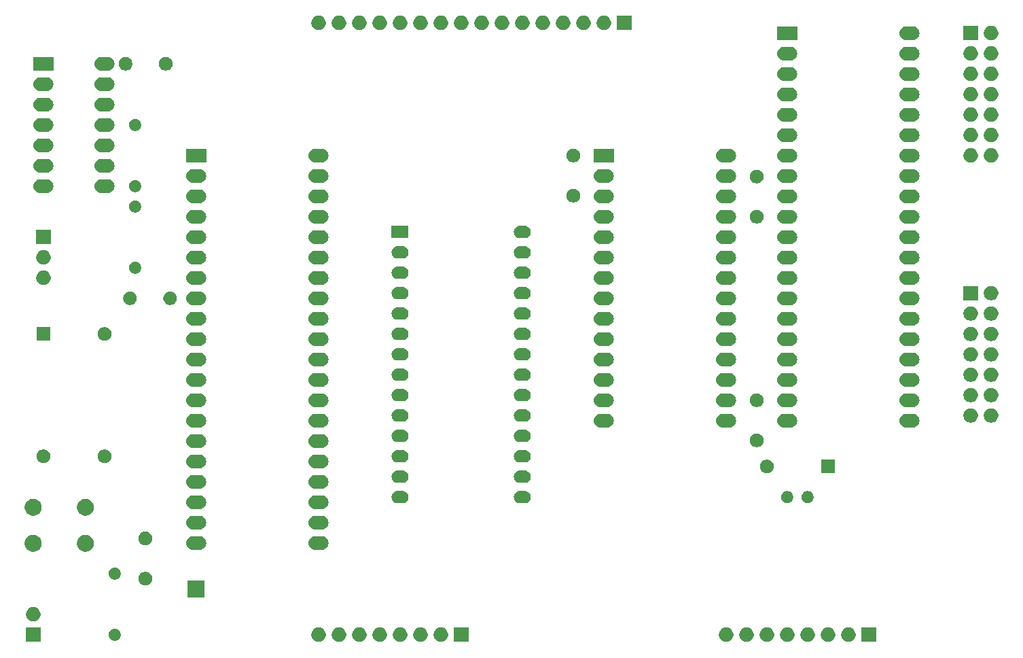
<source format=gbr>
G04 #@! TF.GenerationSoftware,KiCad,Pcbnew,(5.1.5-0-10_14)*
G04 #@! TF.CreationDate,2020-11-20T10:26:45+01:00*
G04 #@! TF.ProjectId,6502,36353032-2e6b-4696-9361-645f70636258,rev?*
G04 #@! TF.SameCoordinates,Original*
G04 #@! TF.FileFunction,Soldermask,Top*
G04 #@! TF.FilePolarity,Negative*
%FSLAX46Y46*%
G04 Gerber Fmt 4.6, Leading zero omitted, Abs format (unit mm)*
G04 Created by KiCad (PCBNEW (5.1.5-0-10_14)) date 2020-11-20 10:26:45*
%MOMM*%
%LPD*%
G04 APERTURE LIST*
%ADD10C,0.100000*%
G04 APERTURE END LIST*
D10*
G36*
X183781000Y-132981000D02*
G01*
X181979000Y-132981000D01*
X181979000Y-131179000D01*
X183781000Y-131179000D01*
X183781000Y-132981000D01*
G37*
G36*
X180453512Y-131183927D02*
G01*
X180602812Y-131213624D01*
X180766784Y-131281544D01*
X180914354Y-131380147D01*
X181039853Y-131505646D01*
X181138456Y-131653216D01*
X181206376Y-131817188D01*
X181241000Y-131991259D01*
X181241000Y-132168741D01*
X181206376Y-132342812D01*
X181138456Y-132506784D01*
X181039853Y-132654354D01*
X180914354Y-132779853D01*
X180766784Y-132878456D01*
X180602812Y-132946376D01*
X180453512Y-132976073D01*
X180428742Y-132981000D01*
X180251258Y-132981000D01*
X180226488Y-132976073D01*
X180077188Y-132946376D01*
X179913216Y-132878456D01*
X179765646Y-132779853D01*
X179640147Y-132654354D01*
X179541544Y-132506784D01*
X179473624Y-132342812D01*
X179439000Y-132168741D01*
X179439000Y-131991259D01*
X179473624Y-131817188D01*
X179541544Y-131653216D01*
X179640147Y-131505646D01*
X179765646Y-131380147D01*
X179913216Y-131281544D01*
X180077188Y-131213624D01*
X180226488Y-131183927D01*
X180251258Y-131179000D01*
X180428742Y-131179000D01*
X180453512Y-131183927D01*
G37*
G36*
X177913512Y-131183927D02*
G01*
X178062812Y-131213624D01*
X178226784Y-131281544D01*
X178374354Y-131380147D01*
X178499853Y-131505646D01*
X178598456Y-131653216D01*
X178666376Y-131817188D01*
X178701000Y-131991259D01*
X178701000Y-132168741D01*
X178666376Y-132342812D01*
X178598456Y-132506784D01*
X178499853Y-132654354D01*
X178374354Y-132779853D01*
X178226784Y-132878456D01*
X178062812Y-132946376D01*
X177913512Y-132976073D01*
X177888742Y-132981000D01*
X177711258Y-132981000D01*
X177686488Y-132976073D01*
X177537188Y-132946376D01*
X177373216Y-132878456D01*
X177225646Y-132779853D01*
X177100147Y-132654354D01*
X177001544Y-132506784D01*
X176933624Y-132342812D01*
X176899000Y-132168741D01*
X176899000Y-131991259D01*
X176933624Y-131817188D01*
X177001544Y-131653216D01*
X177100147Y-131505646D01*
X177225646Y-131380147D01*
X177373216Y-131281544D01*
X177537188Y-131213624D01*
X177686488Y-131183927D01*
X177711258Y-131179000D01*
X177888742Y-131179000D01*
X177913512Y-131183927D01*
G37*
G36*
X175373512Y-131183927D02*
G01*
X175522812Y-131213624D01*
X175686784Y-131281544D01*
X175834354Y-131380147D01*
X175959853Y-131505646D01*
X176058456Y-131653216D01*
X176126376Y-131817188D01*
X176161000Y-131991259D01*
X176161000Y-132168741D01*
X176126376Y-132342812D01*
X176058456Y-132506784D01*
X175959853Y-132654354D01*
X175834354Y-132779853D01*
X175686784Y-132878456D01*
X175522812Y-132946376D01*
X175373512Y-132976073D01*
X175348742Y-132981000D01*
X175171258Y-132981000D01*
X175146488Y-132976073D01*
X174997188Y-132946376D01*
X174833216Y-132878456D01*
X174685646Y-132779853D01*
X174560147Y-132654354D01*
X174461544Y-132506784D01*
X174393624Y-132342812D01*
X174359000Y-132168741D01*
X174359000Y-131991259D01*
X174393624Y-131817188D01*
X174461544Y-131653216D01*
X174560147Y-131505646D01*
X174685646Y-131380147D01*
X174833216Y-131281544D01*
X174997188Y-131213624D01*
X175146488Y-131183927D01*
X175171258Y-131179000D01*
X175348742Y-131179000D01*
X175373512Y-131183927D01*
G37*
G36*
X172833512Y-131183927D02*
G01*
X172982812Y-131213624D01*
X173146784Y-131281544D01*
X173294354Y-131380147D01*
X173419853Y-131505646D01*
X173518456Y-131653216D01*
X173586376Y-131817188D01*
X173621000Y-131991259D01*
X173621000Y-132168741D01*
X173586376Y-132342812D01*
X173518456Y-132506784D01*
X173419853Y-132654354D01*
X173294354Y-132779853D01*
X173146784Y-132878456D01*
X172982812Y-132946376D01*
X172833512Y-132976073D01*
X172808742Y-132981000D01*
X172631258Y-132981000D01*
X172606488Y-132976073D01*
X172457188Y-132946376D01*
X172293216Y-132878456D01*
X172145646Y-132779853D01*
X172020147Y-132654354D01*
X171921544Y-132506784D01*
X171853624Y-132342812D01*
X171819000Y-132168741D01*
X171819000Y-131991259D01*
X171853624Y-131817188D01*
X171921544Y-131653216D01*
X172020147Y-131505646D01*
X172145646Y-131380147D01*
X172293216Y-131281544D01*
X172457188Y-131213624D01*
X172606488Y-131183927D01*
X172631258Y-131179000D01*
X172808742Y-131179000D01*
X172833512Y-131183927D01*
G37*
G36*
X170293512Y-131183927D02*
G01*
X170442812Y-131213624D01*
X170606784Y-131281544D01*
X170754354Y-131380147D01*
X170879853Y-131505646D01*
X170978456Y-131653216D01*
X171046376Y-131817188D01*
X171081000Y-131991259D01*
X171081000Y-132168741D01*
X171046376Y-132342812D01*
X170978456Y-132506784D01*
X170879853Y-132654354D01*
X170754354Y-132779853D01*
X170606784Y-132878456D01*
X170442812Y-132946376D01*
X170293512Y-132976073D01*
X170268742Y-132981000D01*
X170091258Y-132981000D01*
X170066488Y-132976073D01*
X169917188Y-132946376D01*
X169753216Y-132878456D01*
X169605646Y-132779853D01*
X169480147Y-132654354D01*
X169381544Y-132506784D01*
X169313624Y-132342812D01*
X169279000Y-132168741D01*
X169279000Y-131991259D01*
X169313624Y-131817188D01*
X169381544Y-131653216D01*
X169480147Y-131505646D01*
X169605646Y-131380147D01*
X169753216Y-131281544D01*
X169917188Y-131213624D01*
X170066488Y-131183927D01*
X170091258Y-131179000D01*
X170268742Y-131179000D01*
X170293512Y-131183927D01*
G37*
G36*
X167753512Y-131183927D02*
G01*
X167902812Y-131213624D01*
X168066784Y-131281544D01*
X168214354Y-131380147D01*
X168339853Y-131505646D01*
X168438456Y-131653216D01*
X168506376Y-131817188D01*
X168541000Y-131991259D01*
X168541000Y-132168741D01*
X168506376Y-132342812D01*
X168438456Y-132506784D01*
X168339853Y-132654354D01*
X168214354Y-132779853D01*
X168066784Y-132878456D01*
X167902812Y-132946376D01*
X167753512Y-132976073D01*
X167728742Y-132981000D01*
X167551258Y-132981000D01*
X167526488Y-132976073D01*
X167377188Y-132946376D01*
X167213216Y-132878456D01*
X167065646Y-132779853D01*
X166940147Y-132654354D01*
X166841544Y-132506784D01*
X166773624Y-132342812D01*
X166739000Y-132168741D01*
X166739000Y-131991259D01*
X166773624Y-131817188D01*
X166841544Y-131653216D01*
X166940147Y-131505646D01*
X167065646Y-131380147D01*
X167213216Y-131281544D01*
X167377188Y-131213624D01*
X167526488Y-131183927D01*
X167551258Y-131179000D01*
X167728742Y-131179000D01*
X167753512Y-131183927D01*
G37*
G36*
X165213512Y-131183927D02*
G01*
X165362812Y-131213624D01*
X165526784Y-131281544D01*
X165674354Y-131380147D01*
X165799853Y-131505646D01*
X165898456Y-131653216D01*
X165966376Y-131817188D01*
X166001000Y-131991259D01*
X166001000Y-132168741D01*
X165966376Y-132342812D01*
X165898456Y-132506784D01*
X165799853Y-132654354D01*
X165674354Y-132779853D01*
X165526784Y-132878456D01*
X165362812Y-132946376D01*
X165213512Y-132976073D01*
X165188742Y-132981000D01*
X165011258Y-132981000D01*
X164986488Y-132976073D01*
X164837188Y-132946376D01*
X164673216Y-132878456D01*
X164525646Y-132779853D01*
X164400147Y-132654354D01*
X164301544Y-132506784D01*
X164233624Y-132342812D01*
X164199000Y-132168741D01*
X164199000Y-131991259D01*
X164233624Y-131817188D01*
X164301544Y-131653216D01*
X164400147Y-131505646D01*
X164525646Y-131380147D01*
X164673216Y-131281544D01*
X164837188Y-131213624D01*
X164986488Y-131183927D01*
X165011258Y-131179000D01*
X165188742Y-131179000D01*
X165213512Y-131183927D01*
G37*
G36*
X132981000Y-132981000D02*
G01*
X131179000Y-132981000D01*
X131179000Y-131179000D01*
X132981000Y-131179000D01*
X132981000Y-132981000D01*
G37*
G36*
X129653512Y-131183927D02*
G01*
X129802812Y-131213624D01*
X129966784Y-131281544D01*
X130114354Y-131380147D01*
X130239853Y-131505646D01*
X130338456Y-131653216D01*
X130406376Y-131817188D01*
X130441000Y-131991259D01*
X130441000Y-132168741D01*
X130406376Y-132342812D01*
X130338456Y-132506784D01*
X130239853Y-132654354D01*
X130114354Y-132779853D01*
X129966784Y-132878456D01*
X129802812Y-132946376D01*
X129653512Y-132976073D01*
X129628742Y-132981000D01*
X129451258Y-132981000D01*
X129426488Y-132976073D01*
X129277188Y-132946376D01*
X129113216Y-132878456D01*
X128965646Y-132779853D01*
X128840147Y-132654354D01*
X128741544Y-132506784D01*
X128673624Y-132342812D01*
X128639000Y-132168741D01*
X128639000Y-131991259D01*
X128673624Y-131817188D01*
X128741544Y-131653216D01*
X128840147Y-131505646D01*
X128965646Y-131380147D01*
X129113216Y-131281544D01*
X129277188Y-131213624D01*
X129426488Y-131183927D01*
X129451258Y-131179000D01*
X129628742Y-131179000D01*
X129653512Y-131183927D01*
G37*
G36*
X127113512Y-131183927D02*
G01*
X127262812Y-131213624D01*
X127426784Y-131281544D01*
X127574354Y-131380147D01*
X127699853Y-131505646D01*
X127798456Y-131653216D01*
X127866376Y-131817188D01*
X127901000Y-131991259D01*
X127901000Y-132168741D01*
X127866376Y-132342812D01*
X127798456Y-132506784D01*
X127699853Y-132654354D01*
X127574354Y-132779853D01*
X127426784Y-132878456D01*
X127262812Y-132946376D01*
X127113512Y-132976073D01*
X127088742Y-132981000D01*
X126911258Y-132981000D01*
X126886488Y-132976073D01*
X126737188Y-132946376D01*
X126573216Y-132878456D01*
X126425646Y-132779853D01*
X126300147Y-132654354D01*
X126201544Y-132506784D01*
X126133624Y-132342812D01*
X126099000Y-132168741D01*
X126099000Y-131991259D01*
X126133624Y-131817188D01*
X126201544Y-131653216D01*
X126300147Y-131505646D01*
X126425646Y-131380147D01*
X126573216Y-131281544D01*
X126737188Y-131213624D01*
X126886488Y-131183927D01*
X126911258Y-131179000D01*
X127088742Y-131179000D01*
X127113512Y-131183927D01*
G37*
G36*
X124573512Y-131183927D02*
G01*
X124722812Y-131213624D01*
X124886784Y-131281544D01*
X125034354Y-131380147D01*
X125159853Y-131505646D01*
X125258456Y-131653216D01*
X125326376Y-131817188D01*
X125361000Y-131991259D01*
X125361000Y-132168741D01*
X125326376Y-132342812D01*
X125258456Y-132506784D01*
X125159853Y-132654354D01*
X125034354Y-132779853D01*
X124886784Y-132878456D01*
X124722812Y-132946376D01*
X124573512Y-132976073D01*
X124548742Y-132981000D01*
X124371258Y-132981000D01*
X124346488Y-132976073D01*
X124197188Y-132946376D01*
X124033216Y-132878456D01*
X123885646Y-132779853D01*
X123760147Y-132654354D01*
X123661544Y-132506784D01*
X123593624Y-132342812D01*
X123559000Y-132168741D01*
X123559000Y-131991259D01*
X123593624Y-131817188D01*
X123661544Y-131653216D01*
X123760147Y-131505646D01*
X123885646Y-131380147D01*
X124033216Y-131281544D01*
X124197188Y-131213624D01*
X124346488Y-131183927D01*
X124371258Y-131179000D01*
X124548742Y-131179000D01*
X124573512Y-131183927D01*
G37*
G36*
X122033512Y-131183927D02*
G01*
X122182812Y-131213624D01*
X122346784Y-131281544D01*
X122494354Y-131380147D01*
X122619853Y-131505646D01*
X122718456Y-131653216D01*
X122786376Y-131817188D01*
X122821000Y-131991259D01*
X122821000Y-132168741D01*
X122786376Y-132342812D01*
X122718456Y-132506784D01*
X122619853Y-132654354D01*
X122494354Y-132779853D01*
X122346784Y-132878456D01*
X122182812Y-132946376D01*
X122033512Y-132976073D01*
X122008742Y-132981000D01*
X121831258Y-132981000D01*
X121806488Y-132976073D01*
X121657188Y-132946376D01*
X121493216Y-132878456D01*
X121345646Y-132779853D01*
X121220147Y-132654354D01*
X121121544Y-132506784D01*
X121053624Y-132342812D01*
X121019000Y-132168741D01*
X121019000Y-131991259D01*
X121053624Y-131817188D01*
X121121544Y-131653216D01*
X121220147Y-131505646D01*
X121345646Y-131380147D01*
X121493216Y-131281544D01*
X121657188Y-131213624D01*
X121806488Y-131183927D01*
X121831258Y-131179000D01*
X122008742Y-131179000D01*
X122033512Y-131183927D01*
G37*
G36*
X119493512Y-131183927D02*
G01*
X119642812Y-131213624D01*
X119806784Y-131281544D01*
X119954354Y-131380147D01*
X120079853Y-131505646D01*
X120178456Y-131653216D01*
X120246376Y-131817188D01*
X120281000Y-131991259D01*
X120281000Y-132168741D01*
X120246376Y-132342812D01*
X120178456Y-132506784D01*
X120079853Y-132654354D01*
X119954354Y-132779853D01*
X119806784Y-132878456D01*
X119642812Y-132946376D01*
X119493512Y-132976073D01*
X119468742Y-132981000D01*
X119291258Y-132981000D01*
X119266488Y-132976073D01*
X119117188Y-132946376D01*
X118953216Y-132878456D01*
X118805646Y-132779853D01*
X118680147Y-132654354D01*
X118581544Y-132506784D01*
X118513624Y-132342812D01*
X118479000Y-132168741D01*
X118479000Y-131991259D01*
X118513624Y-131817188D01*
X118581544Y-131653216D01*
X118680147Y-131505646D01*
X118805646Y-131380147D01*
X118953216Y-131281544D01*
X119117188Y-131213624D01*
X119266488Y-131183927D01*
X119291258Y-131179000D01*
X119468742Y-131179000D01*
X119493512Y-131183927D01*
G37*
G36*
X116953512Y-131183927D02*
G01*
X117102812Y-131213624D01*
X117266784Y-131281544D01*
X117414354Y-131380147D01*
X117539853Y-131505646D01*
X117638456Y-131653216D01*
X117706376Y-131817188D01*
X117741000Y-131991259D01*
X117741000Y-132168741D01*
X117706376Y-132342812D01*
X117638456Y-132506784D01*
X117539853Y-132654354D01*
X117414354Y-132779853D01*
X117266784Y-132878456D01*
X117102812Y-132946376D01*
X116953512Y-132976073D01*
X116928742Y-132981000D01*
X116751258Y-132981000D01*
X116726488Y-132976073D01*
X116577188Y-132946376D01*
X116413216Y-132878456D01*
X116265646Y-132779853D01*
X116140147Y-132654354D01*
X116041544Y-132506784D01*
X115973624Y-132342812D01*
X115939000Y-132168741D01*
X115939000Y-131991259D01*
X115973624Y-131817188D01*
X116041544Y-131653216D01*
X116140147Y-131505646D01*
X116265646Y-131380147D01*
X116413216Y-131281544D01*
X116577188Y-131213624D01*
X116726488Y-131183927D01*
X116751258Y-131179000D01*
X116928742Y-131179000D01*
X116953512Y-131183927D01*
G37*
G36*
X114413512Y-131183927D02*
G01*
X114562812Y-131213624D01*
X114726784Y-131281544D01*
X114874354Y-131380147D01*
X114999853Y-131505646D01*
X115098456Y-131653216D01*
X115166376Y-131817188D01*
X115201000Y-131991259D01*
X115201000Y-132168741D01*
X115166376Y-132342812D01*
X115098456Y-132506784D01*
X114999853Y-132654354D01*
X114874354Y-132779853D01*
X114726784Y-132878456D01*
X114562812Y-132946376D01*
X114413512Y-132976073D01*
X114388742Y-132981000D01*
X114211258Y-132981000D01*
X114186488Y-132976073D01*
X114037188Y-132946376D01*
X113873216Y-132878456D01*
X113725646Y-132779853D01*
X113600147Y-132654354D01*
X113501544Y-132506784D01*
X113433624Y-132342812D01*
X113399000Y-132168741D01*
X113399000Y-131991259D01*
X113433624Y-131817188D01*
X113501544Y-131653216D01*
X113600147Y-131505646D01*
X113725646Y-131380147D01*
X113873216Y-131281544D01*
X114037188Y-131213624D01*
X114186488Y-131183927D01*
X114211258Y-131179000D01*
X114388742Y-131179000D01*
X114413512Y-131183927D01*
G37*
G36*
X79641000Y-132981000D02*
G01*
X77839000Y-132981000D01*
X77839000Y-131179000D01*
X79641000Y-131179000D01*
X79641000Y-132981000D01*
G37*
G36*
X89119059Y-131357860D02*
G01*
X89172865Y-131380147D01*
X89255732Y-131414472D01*
X89378735Y-131496660D01*
X89483340Y-131601265D01*
X89518054Y-131653218D01*
X89565529Y-131724270D01*
X89622140Y-131860941D01*
X89651000Y-132006032D01*
X89651000Y-132153968D01*
X89648061Y-132168742D01*
X89622140Y-132299059D01*
X89565528Y-132435732D01*
X89483340Y-132558735D01*
X89378735Y-132663340D01*
X89255732Y-132745528D01*
X89255731Y-132745529D01*
X89255730Y-132745529D01*
X89119059Y-132802140D01*
X88973968Y-132831000D01*
X88826032Y-132831000D01*
X88680941Y-132802140D01*
X88544270Y-132745529D01*
X88544269Y-132745529D01*
X88544268Y-132745528D01*
X88421265Y-132663340D01*
X88316660Y-132558735D01*
X88234472Y-132435732D01*
X88177860Y-132299059D01*
X88151939Y-132168742D01*
X88149000Y-132153968D01*
X88149000Y-132006032D01*
X88177860Y-131860941D01*
X88234471Y-131724270D01*
X88281946Y-131653218D01*
X88316660Y-131601265D01*
X88421265Y-131496660D01*
X88544268Y-131414472D01*
X88627136Y-131380147D01*
X88680941Y-131357860D01*
X88826032Y-131329000D01*
X88973968Y-131329000D01*
X89119059Y-131357860D01*
G37*
G36*
X78853512Y-128643927D02*
G01*
X79002812Y-128673624D01*
X79166784Y-128741544D01*
X79314354Y-128840147D01*
X79439853Y-128965646D01*
X79538456Y-129113216D01*
X79606376Y-129277188D01*
X79641000Y-129451259D01*
X79641000Y-129628741D01*
X79606376Y-129802812D01*
X79538456Y-129966784D01*
X79439853Y-130114354D01*
X79314354Y-130239853D01*
X79166784Y-130338456D01*
X79002812Y-130406376D01*
X78853512Y-130436073D01*
X78828742Y-130441000D01*
X78651258Y-130441000D01*
X78626488Y-130436073D01*
X78477188Y-130406376D01*
X78313216Y-130338456D01*
X78165646Y-130239853D01*
X78040147Y-130114354D01*
X77941544Y-129966784D01*
X77873624Y-129802812D01*
X77839000Y-129628741D01*
X77839000Y-129451259D01*
X77873624Y-129277188D01*
X77941544Y-129113216D01*
X78040147Y-128965646D01*
X78165646Y-128840147D01*
X78313216Y-128741544D01*
X78477188Y-128673624D01*
X78626488Y-128643927D01*
X78651258Y-128639000D01*
X78828742Y-128639000D01*
X78853512Y-128643927D01*
G37*
G36*
X100111000Y-127416000D02*
G01*
X98009000Y-127416000D01*
X98009000Y-125314000D01*
X100111000Y-125314000D01*
X100111000Y-127416000D01*
G37*
G36*
X92958228Y-124276703D02*
G01*
X93113100Y-124340853D01*
X93252481Y-124433985D01*
X93371015Y-124552519D01*
X93464147Y-124691900D01*
X93528297Y-124846772D01*
X93561000Y-125011184D01*
X93561000Y-125178816D01*
X93528297Y-125343228D01*
X93464147Y-125498100D01*
X93371015Y-125637481D01*
X93252481Y-125756015D01*
X93113100Y-125849147D01*
X92958228Y-125913297D01*
X92793816Y-125946000D01*
X92626184Y-125946000D01*
X92461772Y-125913297D01*
X92306900Y-125849147D01*
X92167519Y-125756015D01*
X92048985Y-125637481D01*
X91955853Y-125498100D01*
X91891703Y-125343228D01*
X91859000Y-125178816D01*
X91859000Y-125011184D01*
X91891703Y-124846772D01*
X91955853Y-124691900D01*
X92048985Y-124552519D01*
X92167519Y-124433985D01*
X92306900Y-124340853D01*
X92461772Y-124276703D01*
X92626184Y-124244000D01*
X92793816Y-124244000D01*
X92958228Y-124276703D01*
G37*
G36*
X89119059Y-123737860D02*
G01*
X89255732Y-123794472D01*
X89378735Y-123876660D01*
X89483340Y-123981265D01*
X89565528Y-124104268D01*
X89622140Y-124240941D01*
X89651000Y-124386033D01*
X89651000Y-124533967D01*
X89622140Y-124679059D01*
X89565528Y-124815732D01*
X89483340Y-124938735D01*
X89378735Y-125043340D01*
X89255732Y-125125528D01*
X89255731Y-125125529D01*
X89255730Y-125125529D01*
X89119059Y-125182140D01*
X88973968Y-125211000D01*
X88826032Y-125211000D01*
X88680941Y-125182140D01*
X88544270Y-125125529D01*
X88544269Y-125125529D01*
X88544268Y-125125528D01*
X88421265Y-125043340D01*
X88316660Y-124938735D01*
X88234472Y-124815732D01*
X88177860Y-124679059D01*
X88149000Y-124533967D01*
X88149000Y-124386033D01*
X88177860Y-124240941D01*
X88234472Y-124104268D01*
X88316660Y-123981265D01*
X88421265Y-123876660D01*
X88544268Y-123794472D01*
X88680941Y-123737860D01*
X88826032Y-123709000D01*
X88973968Y-123709000D01*
X89119059Y-123737860D01*
G37*
G36*
X79046564Y-119694389D02*
G01*
X79237833Y-119773615D01*
X79237835Y-119773616D01*
X79367080Y-119859975D01*
X79409973Y-119888635D01*
X79556365Y-120035027D01*
X79671385Y-120207167D01*
X79750611Y-120398436D01*
X79791000Y-120601484D01*
X79791000Y-120808516D01*
X79750611Y-121011564D01*
X79703593Y-121125076D01*
X79671384Y-121202835D01*
X79556365Y-121374973D01*
X79409973Y-121521365D01*
X79237835Y-121636384D01*
X79237834Y-121636385D01*
X79237833Y-121636385D01*
X79046564Y-121715611D01*
X78843516Y-121756000D01*
X78636484Y-121756000D01*
X78433436Y-121715611D01*
X78242167Y-121636385D01*
X78242166Y-121636385D01*
X78242165Y-121636384D01*
X78070027Y-121521365D01*
X77923635Y-121374973D01*
X77808616Y-121202835D01*
X77776407Y-121125076D01*
X77729389Y-121011564D01*
X77689000Y-120808516D01*
X77689000Y-120601484D01*
X77729389Y-120398436D01*
X77808615Y-120207167D01*
X77923635Y-120035027D01*
X78070027Y-119888635D01*
X78112920Y-119859975D01*
X78242165Y-119773616D01*
X78242167Y-119773615D01*
X78433436Y-119694389D01*
X78636484Y-119654000D01*
X78843516Y-119654000D01*
X79046564Y-119694389D01*
G37*
G36*
X85546564Y-119694389D02*
G01*
X85737833Y-119773615D01*
X85737835Y-119773616D01*
X85867080Y-119859975D01*
X85909973Y-119888635D01*
X86056365Y-120035027D01*
X86171385Y-120207167D01*
X86250611Y-120398436D01*
X86291000Y-120601484D01*
X86291000Y-120808516D01*
X86250611Y-121011564D01*
X86203593Y-121125076D01*
X86171384Y-121202835D01*
X86056365Y-121374973D01*
X85909973Y-121521365D01*
X85737835Y-121636384D01*
X85737834Y-121636385D01*
X85737833Y-121636385D01*
X85546564Y-121715611D01*
X85343516Y-121756000D01*
X85136484Y-121756000D01*
X84933436Y-121715611D01*
X84742167Y-121636385D01*
X84742166Y-121636385D01*
X84742165Y-121636384D01*
X84570027Y-121521365D01*
X84423635Y-121374973D01*
X84308616Y-121202835D01*
X84276407Y-121125076D01*
X84229389Y-121011564D01*
X84189000Y-120808516D01*
X84189000Y-120601484D01*
X84229389Y-120398436D01*
X84308615Y-120207167D01*
X84423635Y-120035027D01*
X84570027Y-119888635D01*
X84612920Y-119859975D01*
X84742165Y-119773616D01*
X84742167Y-119773615D01*
X84933436Y-119694389D01*
X85136484Y-119654000D01*
X85343516Y-119654000D01*
X85546564Y-119694389D01*
G37*
G36*
X114866823Y-119811313D02*
G01*
X115027242Y-119859976D01*
X115159906Y-119930886D01*
X115175078Y-119938996D01*
X115304659Y-120045341D01*
X115411004Y-120174922D01*
X115411005Y-120174924D01*
X115490024Y-120322758D01*
X115538687Y-120483177D01*
X115555117Y-120650000D01*
X115538687Y-120816823D01*
X115490024Y-120977242D01*
X115471678Y-121011564D01*
X115411004Y-121125078D01*
X115304659Y-121254659D01*
X115175078Y-121361004D01*
X115175076Y-121361005D01*
X115027242Y-121440024D01*
X114866823Y-121488687D01*
X114741804Y-121501000D01*
X113858196Y-121501000D01*
X113733177Y-121488687D01*
X113572758Y-121440024D01*
X113424924Y-121361005D01*
X113424922Y-121361004D01*
X113295341Y-121254659D01*
X113188996Y-121125078D01*
X113128322Y-121011564D01*
X113109976Y-120977242D01*
X113061313Y-120816823D01*
X113044883Y-120650000D01*
X113061313Y-120483177D01*
X113109976Y-120322758D01*
X113188995Y-120174924D01*
X113188996Y-120174922D01*
X113295341Y-120045341D01*
X113424922Y-119938996D01*
X113440094Y-119930886D01*
X113572758Y-119859976D01*
X113733177Y-119811313D01*
X113858196Y-119799000D01*
X114741804Y-119799000D01*
X114866823Y-119811313D01*
G37*
G36*
X99626823Y-119811313D02*
G01*
X99787242Y-119859976D01*
X99919906Y-119930886D01*
X99935078Y-119938996D01*
X100064659Y-120045341D01*
X100171004Y-120174922D01*
X100171005Y-120174924D01*
X100250024Y-120322758D01*
X100298687Y-120483177D01*
X100315117Y-120650000D01*
X100298687Y-120816823D01*
X100250024Y-120977242D01*
X100231678Y-121011564D01*
X100171004Y-121125078D01*
X100064659Y-121254659D01*
X99935078Y-121361004D01*
X99935076Y-121361005D01*
X99787242Y-121440024D01*
X99626823Y-121488687D01*
X99501804Y-121501000D01*
X98618196Y-121501000D01*
X98493177Y-121488687D01*
X98332758Y-121440024D01*
X98184924Y-121361005D01*
X98184922Y-121361004D01*
X98055341Y-121254659D01*
X97948996Y-121125078D01*
X97888322Y-121011564D01*
X97869976Y-120977242D01*
X97821313Y-120816823D01*
X97804883Y-120650000D01*
X97821313Y-120483177D01*
X97869976Y-120322758D01*
X97948995Y-120174924D01*
X97948996Y-120174922D01*
X98055341Y-120045341D01*
X98184922Y-119938996D01*
X98200094Y-119930886D01*
X98332758Y-119859976D01*
X98493177Y-119811313D01*
X98618196Y-119799000D01*
X99501804Y-119799000D01*
X99626823Y-119811313D01*
G37*
G36*
X92958228Y-119276703D02*
G01*
X93113100Y-119340853D01*
X93252481Y-119433985D01*
X93371015Y-119552519D01*
X93464147Y-119691900D01*
X93528297Y-119846772D01*
X93561000Y-120011184D01*
X93561000Y-120178816D01*
X93528297Y-120343228D01*
X93464147Y-120498100D01*
X93371015Y-120637481D01*
X93252481Y-120756015D01*
X93113100Y-120849147D01*
X92958228Y-120913297D01*
X92793816Y-120946000D01*
X92626184Y-120946000D01*
X92461772Y-120913297D01*
X92306900Y-120849147D01*
X92167519Y-120756015D01*
X92048985Y-120637481D01*
X91955853Y-120498100D01*
X91891703Y-120343228D01*
X91859000Y-120178816D01*
X91859000Y-120011184D01*
X91891703Y-119846772D01*
X91955853Y-119691900D01*
X92048985Y-119552519D01*
X92167519Y-119433985D01*
X92306900Y-119340853D01*
X92461772Y-119276703D01*
X92626184Y-119244000D01*
X92793816Y-119244000D01*
X92958228Y-119276703D01*
G37*
G36*
X99626823Y-117271313D02*
G01*
X99787242Y-117319976D01*
X99919906Y-117390886D01*
X99935078Y-117398996D01*
X100064659Y-117505341D01*
X100171004Y-117634922D01*
X100171005Y-117634924D01*
X100250024Y-117782758D01*
X100298687Y-117943177D01*
X100315117Y-118110000D01*
X100298687Y-118276823D01*
X100250024Y-118437242D01*
X100179114Y-118569906D01*
X100171004Y-118585078D01*
X100064659Y-118714659D01*
X99935078Y-118821004D01*
X99935076Y-118821005D01*
X99787242Y-118900024D01*
X99626823Y-118948687D01*
X99501804Y-118961000D01*
X98618196Y-118961000D01*
X98493177Y-118948687D01*
X98332758Y-118900024D01*
X98184924Y-118821005D01*
X98184922Y-118821004D01*
X98055341Y-118714659D01*
X97948996Y-118585078D01*
X97940886Y-118569906D01*
X97869976Y-118437242D01*
X97821313Y-118276823D01*
X97804883Y-118110000D01*
X97821313Y-117943177D01*
X97869976Y-117782758D01*
X97948995Y-117634924D01*
X97948996Y-117634922D01*
X98055341Y-117505341D01*
X98184922Y-117398996D01*
X98200094Y-117390886D01*
X98332758Y-117319976D01*
X98493177Y-117271313D01*
X98618196Y-117259000D01*
X99501804Y-117259000D01*
X99626823Y-117271313D01*
G37*
G36*
X114866823Y-117271313D02*
G01*
X115027242Y-117319976D01*
X115159906Y-117390886D01*
X115175078Y-117398996D01*
X115304659Y-117505341D01*
X115411004Y-117634922D01*
X115411005Y-117634924D01*
X115490024Y-117782758D01*
X115538687Y-117943177D01*
X115555117Y-118110000D01*
X115538687Y-118276823D01*
X115490024Y-118437242D01*
X115419114Y-118569906D01*
X115411004Y-118585078D01*
X115304659Y-118714659D01*
X115175078Y-118821004D01*
X115175076Y-118821005D01*
X115027242Y-118900024D01*
X114866823Y-118948687D01*
X114741804Y-118961000D01*
X113858196Y-118961000D01*
X113733177Y-118948687D01*
X113572758Y-118900024D01*
X113424924Y-118821005D01*
X113424922Y-118821004D01*
X113295341Y-118714659D01*
X113188996Y-118585078D01*
X113180886Y-118569906D01*
X113109976Y-118437242D01*
X113061313Y-118276823D01*
X113044883Y-118110000D01*
X113061313Y-117943177D01*
X113109976Y-117782758D01*
X113188995Y-117634924D01*
X113188996Y-117634922D01*
X113295341Y-117505341D01*
X113424922Y-117398996D01*
X113440094Y-117390886D01*
X113572758Y-117319976D01*
X113733177Y-117271313D01*
X113858196Y-117259000D01*
X114741804Y-117259000D01*
X114866823Y-117271313D01*
G37*
G36*
X85546564Y-115194389D02*
G01*
X85737833Y-115273615D01*
X85737835Y-115273616D01*
X85909973Y-115388635D01*
X86056365Y-115535027D01*
X86170606Y-115706000D01*
X86171385Y-115707167D01*
X86250611Y-115898436D01*
X86291000Y-116101484D01*
X86291000Y-116308516D01*
X86250611Y-116511564D01*
X86171385Y-116702833D01*
X86171384Y-116702835D01*
X86056365Y-116874973D01*
X85909973Y-117021365D01*
X85737835Y-117136384D01*
X85737834Y-117136385D01*
X85737833Y-117136385D01*
X85546564Y-117215611D01*
X85343516Y-117256000D01*
X85136484Y-117256000D01*
X84933436Y-117215611D01*
X84742167Y-117136385D01*
X84742166Y-117136385D01*
X84742165Y-117136384D01*
X84570027Y-117021365D01*
X84423635Y-116874973D01*
X84308616Y-116702835D01*
X84308615Y-116702833D01*
X84229389Y-116511564D01*
X84189000Y-116308516D01*
X84189000Y-116101484D01*
X84229389Y-115898436D01*
X84308615Y-115707167D01*
X84309395Y-115706000D01*
X84423635Y-115535027D01*
X84570027Y-115388635D01*
X84742165Y-115273616D01*
X84742167Y-115273615D01*
X84933436Y-115194389D01*
X85136484Y-115154000D01*
X85343516Y-115154000D01*
X85546564Y-115194389D01*
G37*
G36*
X79046564Y-115194389D02*
G01*
X79237833Y-115273615D01*
X79237835Y-115273616D01*
X79409973Y-115388635D01*
X79556365Y-115535027D01*
X79670606Y-115706000D01*
X79671385Y-115707167D01*
X79750611Y-115898436D01*
X79791000Y-116101484D01*
X79791000Y-116308516D01*
X79750611Y-116511564D01*
X79671385Y-116702833D01*
X79671384Y-116702835D01*
X79556365Y-116874973D01*
X79409973Y-117021365D01*
X79237835Y-117136384D01*
X79237834Y-117136385D01*
X79237833Y-117136385D01*
X79046564Y-117215611D01*
X78843516Y-117256000D01*
X78636484Y-117256000D01*
X78433436Y-117215611D01*
X78242167Y-117136385D01*
X78242166Y-117136385D01*
X78242165Y-117136384D01*
X78070027Y-117021365D01*
X77923635Y-116874973D01*
X77808616Y-116702835D01*
X77808615Y-116702833D01*
X77729389Y-116511564D01*
X77689000Y-116308516D01*
X77689000Y-116101484D01*
X77729389Y-115898436D01*
X77808615Y-115707167D01*
X77809395Y-115706000D01*
X77923635Y-115535027D01*
X78070027Y-115388635D01*
X78242165Y-115273616D01*
X78242167Y-115273615D01*
X78433436Y-115194389D01*
X78636484Y-115154000D01*
X78843516Y-115154000D01*
X79046564Y-115194389D01*
G37*
G36*
X99626823Y-114731313D02*
G01*
X99787242Y-114779976D01*
X99919906Y-114850886D01*
X99935078Y-114858996D01*
X100064659Y-114965341D01*
X100171004Y-115094922D01*
X100171005Y-115094924D01*
X100250024Y-115242758D01*
X100298687Y-115403177D01*
X100315117Y-115570000D01*
X100298687Y-115736823D01*
X100250024Y-115897242D01*
X100179114Y-116029906D01*
X100171004Y-116045078D01*
X100064659Y-116174659D01*
X99935078Y-116281004D01*
X99935076Y-116281005D01*
X99787242Y-116360024D01*
X99626823Y-116408687D01*
X99501804Y-116421000D01*
X98618196Y-116421000D01*
X98493177Y-116408687D01*
X98332758Y-116360024D01*
X98184924Y-116281005D01*
X98184922Y-116281004D01*
X98055341Y-116174659D01*
X97948996Y-116045078D01*
X97940886Y-116029906D01*
X97869976Y-115897242D01*
X97821313Y-115736823D01*
X97804883Y-115570000D01*
X97821313Y-115403177D01*
X97869976Y-115242758D01*
X97948995Y-115094924D01*
X97948996Y-115094922D01*
X98055341Y-114965341D01*
X98184922Y-114858996D01*
X98200094Y-114850886D01*
X98332758Y-114779976D01*
X98493177Y-114731313D01*
X98618196Y-114719000D01*
X99501804Y-114719000D01*
X99626823Y-114731313D01*
G37*
G36*
X114866823Y-114731313D02*
G01*
X115027242Y-114779976D01*
X115159906Y-114850886D01*
X115175078Y-114858996D01*
X115304659Y-114965341D01*
X115411004Y-115094922D01*
X115411005Y-115094924D01*
X115490024Y-115242758D01*
X115538687Y-115403177D01*
X115555117Y-115570000D01*
X115538687Y-115736823D01*
X115490024Y-115897242D01*
X115419114Y-116029906D01*
X115411004Y-116045078D01*
X115304659Y-116174659D01*
X115175078Y-116281004D01*
X115175076Y-116281005D01*
X115027242Y-116360024D01*
X114866823Y-116408687D01*
X114741804Y-116421000D01*
X113858196Y-116421000D01*
X113733177Y-116408687D01*
X113572758Y-116360024D01*
X113424924Y-116281005D01*
X113424922Y-116281004D01*
X113295341Y-116174659D01*
X113188996Y-116045078D01*
X113180886Y-116029906D01*
X113109976Y-115897242D01*
X113061313Y-115736823D01*
X113044883Y-115570000D01*
X113061313Y-115403177D01*
X113109976Y-115242758D01*
X113188995Y-115094924D01*
X113188996Y-115094922D01*
X113295341Y-114965341D01*
X113424922Y-114858996D01*
X113440094Y-114850886D01*
X113572758Y-114779976D01*
X113733177Y-114731313D01*
X113858196Y-114719000D01*
X114741804Y-114719000D01*
X114866823Y-114731313D01*
G37*
G36*
X124815629Y-114167719D02*
G01*
X124891142Y-114175156D01*
X125015434Y-114212860D01*
X125036479Y-114219244D01*
X125170416Y-114290835D01*
X125287817Y-114387183D01*
X125384165Y-114504584D01*
X125455756Y-114638521D01*
X125455757Y-114638524D01*
X125499844Y-114783858D01*
X125514730Y-114935000D01*
X125499844Y-115086142D01*
X125479259Y-115154000D01*
X125455756Y-115231479D01*
X125384165Y-115365416D01*
X125287817Y-115482817D01*
X125170416Y-115579165D01*
X125036479Y-115650756D01*
X125036476Y-115650757D01*
X124891142Y-115694844D01*
X124815629Y-115702281D01*
X124777873Y-115706000D01*
X124142127Y-115706000D01*
X124104371Y-115702281D01*
X124028858Y-115694844D01*
X123883524Y-115650757D01*
X123883521Y-115650756D01*
X123749584Y-115579165D01*
X123632183Y-115482817D01*
X123535835Y-115365416D01*
X123464244Y-115231479D01*
X123440741Y-115154000D01*
X123420156Y-115086142D01*
X123405270Y-114935000D01*
X123420156Y-114783858D01*
X123464243Y-114638524D01*
X123464244Y-114638521D01*
X123535835Y-114504584D01*
X123632183Y-114387183D01*
X123749584Y-114290835D01*
X123883521Y-114219244D01*
X123904566Y-114212860D01*
X124028858Y-114175156D01*
X124104371Y-114167719D01*
X124142127Y-114164000D01*
X124777873Y-114164000D01*
X124815629Y-114167719D01*
G37*
G36*
X140055629Y-114167719D02*
G01*
X140131142Y-114175156D01*
X140255434Y-114212860D01*
X140276479Y-114219244D01*
X140410416Y-114290835D01*
X140527817Y-114387183D01*
X140624165Y-114504584D01*
X140695756Y-114638521D01*
X140695757Y-114638524D01*
X140739844Y-114783858D01*
X140754730Y-114935000D01*
X140739844Y-115086142D01*
X140719259Y-115154000D01*
X140695756Y-115231479D01*
X140624165Y-115365416D01*
X140527817Y-115482817D01*
X140410416Y-115579165D01*
X140276479Y-115650756D01*
X140276476Y-115650757D01*
X140131142Y-115694844D01*
X140055629Y-115702281D01*
X140017873Y-115706000D01*
X139382127Y-115706000D01*
X139344371Y-115702281D01*
X139268858Y-115694844D01*
X139123524Y-115650757D01*
X139123521Y-115650756D01*
X138989584Y-115579165D01*
X138872183Y-115482817D01*
X138775835Y-115365416D01*
X138704244Y-115231479D01*
X138680741Y-115154000D01*
X138660156Y-115086142D01*
X138645270Y-114935000D01*
X138660156Y-114783858D01*
X138704243Y-114638524D01*
X138704244Y-114638521D01*
X138775835Y-114504584D01*
X138872183Y-114387183D01*
X138989584Y-114290835D01*
X139123521Y-114219244D01*
X139144566Y-114212860D01*
X139268858Y-114175156D01*
X139344371Y-114167719D01*
X139382127Y-114164000D01*
X140017873Y-114164000D01*
X140055629Y-114167719D01*
G37*
G36*
X175479059Y-114212860D02*
G01*
X175615732Y-114269472D01*
X175738735Y-114351660D01*
X175843340Y-114456265D01*
X175925528Y-114579268D01*
X175925529Y-114579270D01*
X175982140Y-114715941D01*
X176011000Y-114861032D01*
X176011000Y-115008968D01*
X175982140Y-115154059D01*
X175950072Y-115231479D01*
X175925528Y-115290732D01*
X175843340Y-115413735D01*
X175738735Y-115518340D01*
X175615732Y-115600528D01*
X175615731Y-115600529D01*
X175615730Y-115600529D01*
X175479059Y-115657140D01*
X175333968Y-115686000D01*
X175186032Y-115686000D01*
X175040941Y-115657140D01*
X174904270Y-115600529D01*
X174904269Y-115600529D01*
X174904268Y-115600528D01*
X174781265Y-115518340D01*
X174676660Y-115413735D01*
X174594472Y-115290732D01*
X174569929Y-115231479D01*
X174537860Y-115154059D01*
X174509000Y-115008968D01*
X174509000Y-114861032D01*
X174537860Y-114715941D01*
X174594471Y-114579270D01*
X174594472Y-114579268D01*
X174676660Y-114456265D01*
X174781265Y-114351660D01*
X174904268Y-114269472D01*
X175040941Y-114212860D01*
X175186032Y-114184000D01*
X175333968Y-114184000D01*
X175479059Y-114212860D01*
G37*
G36*
X172939059Y-114212860D02*
G01*
X173075732Y-114269472D01*
X173198735Y-114351660D01*
X173303340Y-114456265D01*
X173385528Y-114579268D01*
X173385529Y-114579270D01*
X173442140Y-114715941D01*
X173471000Y-114861032D01*
X173471000Y-115008968D01*
X173442140Y-115154059D01*
X173410072Y-115231479D01*
X173385528Y-115290732D01*
X173303340Y-115413735D01*
X173198735Y-115518340D01*
X173075732Y-115600528D01*
X173075731Y-115600529D01*
X173075730Y-115600529D01*
X172939059Y-115657140D01*
X172793968Y-115686000D01*
X172646032Y-115686000D01*
X172500941Y-115657140D01*
X172364270Y-115600529D01*
X172364269Y-115600529D01*
X172364268Y-115600528D01*
X172241265Y-115518340D01*
X172136660Y-115413735D01*
X172054472Y-115290732D01*
X172029929Y-115231479D01*
X171997860Y-115154059D01*
X171969000Y-115008968D01*
X171969000Y-114861032D01*
X171997860Y-114715941D01*
X172054471Y-114579270D01*
X172054472Y-114579268D01*
X172136660Y-114456265D01*
X172241265Y-114351660D01*
X172364268Y-114269472D01*
X172500941Y-114212860D01*
X172646032Y-114184000D01*
X172793968Y-114184000D01*
X172939059Y-114212860D01*
G37*
G36*
X114866823Y-112191313D02*
G01*
X115027242Y-112239976D01*
X115159906Y-112310886D01*
X115175078Y-112318996D01*
X115304659Y-112425341D01*
X115411004Y-112554922D01*
X115411005Y-112554924D01*
X115490024Y-112702758D01*
X115538687Y-112863177D01*
X115555117Y-113030000D01*
X115538687Y-113196823D01*
X115490024Y-113357242D01*
X115419114Y-113489906D01*
X115411004Y-113505078D01*
X115304659Y-113634659D01*
X115175078Y-113741004D01*
X115175076Y-113741005D01*
X115027242Y-113820024D01*
X114866823Y-113868687D01*
X114741804Y-113881000D01*
X113858196Y-113881000D01*
X113733177Y-113868687D01*
X113572758Y-113820024D01*
X113424924Y-113741005D01*
X113424922Y-113741004D01*
X113295341Y-113634659D01*
X113188996Y-113505078D01*
X113180886Y-113489906D01*
X113109976Y-113357242D01*
X113061313Y-113196823D01*
X113044883Y-113030000D01*
X113061313Y-112863177D01*
X113109976Y-112702758D01*
X113188995Y-112554924D01*
X113188996Y-112554922D01*
X113295341Y-112425341D01*
X113424922Y-112318996D01*
X113440094Y-112310886D01*
X113572758Y-112239976D01*
X113733177Y-112191313D01*
X113858196Y-112179000D01*
X114741804Y-112179000D01*
X114866823Y-112191313D01*
G37*
G36*
X99626823Y-112191313D02*
G01*
X99787242Y-112239976D01*
X99919906Y-112310886D01*
X99935078Y-112318996D01*
X100064659Y-112425341D01*
X100171004Y-112554922D01*
X100171005Y-112554924D01*
X100250024Y-112702758D01*
X100298687Y-112863177D01*
X100315117Y-113030000D01*
X100298687Y-113196823D01*
X100250024Y-113357242D01*
X100179114Y-113489906D01*
X100171004Y-113505078D01*
X100064659Y-113634659D01*
X99935078Y-113741004D01*
X99935076Y-113741005D01*
X99787242Y-113820024D01*
X99626823Y-113868687D01*
X99501804Y-113881000D01*
X98618196Y-113881000D01*
X98493177Y-113868687D01*
X98332758Y-113820024D01*
X98184924Y-113741005D01*
X98184922Y-113741004D01*
X98055341Y-113634659D01*
X97948996Y-113505078D01*
X97940886Y-113489906D01*
X97869976Y-113357242D01*
X97821313Y-113196823D01*
X97804883Y-113030000D01*
X97821313Y-112863177D01*
X97869976Y-112702758D01*
X97948995Y-112554924D01*
X97948996Y-112554922D01*
X98055341Y-112425341D01*
X98184922Y-112318996D01*
X98200094Y-112310886D01*
X98332758Y-112239976D01*
X98493177Y-112191313D01*
X98618196Y-112179000D01*
X99501804Y-112179000D01*
X99626823Y-112191313D01*
G37*
G36*
X140055629Y-111627719D02*
G01*
X140131142Y-111635156D01*
X140276476Y-111679243D01*
X140276479Y-111679244D01*
X140410416Y-111750835D01*
X140527817Y-111847183D01*
X140624165Y-111964584D01*
X140695756Y-112098521D01*
X140695757Y-112098524D01*
X140739844Y-112243858D01*
X140754730Y-112395000D01*
X140739844Y-112546142D01*
X140695757Y-112691476D01*
X140695756Y-112691479D01*
X140624165Y-112825416D01*
X140527817Y-112942817D01*
X140410416Y-113039165D01*
X140276479Y-113110756D01*
X140276476Y-113110757D01*
X140131142Y-113154844D01*
X140055629Y-113162281D01*
X140017873Y-113166000D01*
X139382127Y-113166000D01*
X139344371Y-113162281D01*
X139268858Y-113154844D01*
X139123524Y-113110757D01*
X139123521Y-113110756D01*
X138989584Y-113039165D01*
X138872183Y-112942817D01*
X138775835Y-112825416D01*
X138704244Y-112691479D01*
X138704243Y-112691476D01*
X138660156Y-112546142D01*
X138645270Y-112395000D01*
X138660156Y-112243858D01*
X138704243Y-112098524D01*
X138704244Y-112098521D01*
X138775835Y-111964584D01*
X138872183Y-111847183D01*
X138989584Y-111750835D01*
X139123521Y-111679244D01*
X139123524Y-111679243D01*
X139268858Y-111635156D01*
X139344371Y-111627719D01*
X139382127Y-111624000D01*
X140017873Y-111624000D01*
X140055629Y-111627719D01*
G37*
G36*
X124815629Y-111627719D02*
G01*
X124891142Y-111635156D01*
X125036476Y-111679243D01*
X125036479Y-111679244D01*
X125170416Y-111750835D01*
X125287817Y-111847183D01*
X125384165Y-111964584D01*
X125455756Y-112098521D01*
X125455757Y-112098524D01*
X125499844Y-112243858D01*
X125514730Y-112395000D01*
X125499844Y-112546142D01*
X125455757Y-112691476D01*
X125455756Y-112691479D01*
X125384165Y-112825416D01*
X125287817Y-112942817D01*
X125170416Y-113039165D01*
X125036479Y-113110756D01*
X125036476Y-113110757D01*
X124891142Y-113154844D01*
X124815629Y-113162281D01*
X124777873Y-113166000D01*
X124142127Y-113166000D01*
X124104371Y-113162281D01*
X124028858Y-113154844D01*
X123883524Y-113110757D01*
X123883521Y-113110756D01*
X123749584Y-113039165D01*
X123632183Y-112942817D01*
X123535835Y-112825416D01*
X123464244Y-112691479D01*
X123464243Y-112691476D01*
X123420156Y-112546142D01*
X123405270Y-112395000D01*
X123420156Y-112243858D01*
X123464243Y-112098524D01*
X123464244Y-112098521D01*
X123535835Y-111964584D01*
X123632183Y-111847183D01*
X123749584Y-111750835D01*
X123883521Y-111679244D01*
X123883524Y-111679243D01*
X124028858Y-111635156D01*
X124104371Y-111627719D01*
X124142127Y-111624000D01*
X124777873Y-111624000D01*
X124815629Y-111627719D01*
G37*
G36*
X170428228Y-110306703D02*
G01*
X170583100Y-110370853D01*
X170722481Y-110463985D01*
X170841015Y-110582519D01*
X170934147Y-110721900D01*
X170998297Y-110876772D01*
X171031000Y-111041184D01*
X171031000Y-111208816D01*
X170998297Y-111373228D01*
X170934147Y-111528100D01*
X170841015Y-111667481D01*
X170722481Y-111786015D01*
X170583100Y-111879147D01*
X170428228Y-111943297D01*
X170263816Y-111976000D01*
X170096184Y-111976000D01*
X169931772Y-111943297D01*
X169776900Y-111879147D01*
X169637519Y-111786015D01*
X169518985Y-111667481D01*
X169425853Y-111528100D01*
X169361703Y-111373228D01*
X169329000Y-111208816D01*
X169329000Y-111041184D01*
X169361703Y-110876772D01*
X169425853Y-110721900D01*
X169518985Y-110582519D01*
X169637519Y-110463985D01*
X169776900Y-110370853D01*
X169931772Y-110306703D01*
X170096184Y-110274000D01*
X170263816Y-110274000D01*
X170428228Y-110306703D01*
G37*
G36*
X178651000Y-111976000D02*
G01*
X176949000Y-111976000D01*
X176949000Y-110274000D01*
X178651000Y-110274000D01*
X178651000Y-111976000D01*
G37*
G36*
X114866823Y-109651313D02*
G01*
X115027242Y-109699976D01*
X115159906Y-109770886D01*
X115175078Y-109778996D01*
X115304659Y-109885341D01*
X115411004Y-110014922D01*
X115411005Y-110014924D01*
X115490024Y-110162758D01*
X115538687Y-110323177D01*
X115555117Y-110490000D01*
X115538687Y-110656823D01*
X115490024Y-110817242D01*
X115419114Y-110949906D01*
X115411004Y-110965078D01*
X115304659Y-111094659D01*
X115175078Y-111201004D01*
X115175076Y-111201005D01*
X115027242Y-111280024D01*
X114866823Y-111328687D01*
X114741804Y-111341000D01*
X113858196Y-111341000D01*
X113733177Y-111328687D01*
X113572758Y-111280024D01*
X113424924Y-111201005D01*
X113424922Y-111201004D01*
X113295341Y-111094659D01*
X113188996Y-110965078D01*
X113180886Y-110949906D01*
X113109976Y-110817242D01*
X113061313Y-110656823D01*
X113044883Y-110490000D01*
X113061313Y-110323177D01*
X113109976Y-110162758D01*
X113188995Y-110014924D01*
X113188996Y-110014922D01*
X113295341Y-109885341D01*
X113424922Y-109778996D01*
X113440094Y-109770886D01*
X113572758Y-109699976D01*
X113733177Y-109651313D01*
X113858196Y-109639000D01*
X114741804Y-109639000D01*
X114866823Y-109651313D01*
G37*
G36*
X99626823Y-109651313D02*
G01*
X99787242Y-109699976D01*
X99919906Y-109770886D01*
X99935078Y-109778996D01*
X100064659Y-109885341D01*
X100171004Y-110014922D01*
X100171005Y-110014924D01*
X100250024Y-110162758D01*
X100298687Y-110323177D01*
X100315117Y-110490000D01*
X100298687Y-110656823D01*
X100250024Y-110817242D01*
X100179114Y-110949906D01*
X100171004Y-110965078D01*
X100064659Y-111094659D01*
X99935078Y-111201004D01*
X99935076Y-111201005D01*
X99787242Y-111280024D01*
X99626823Y-111328687D01*
X99501804Y-111341000D01*
X98618196Y-111341000D01*
X98493177Y-111328687D01*
X98332758Y-111280024D01*
X98184924Y-111201005D01*
X98184922Y-111201004D01*
X98055341Y-111094659D01*
X97948996Y-110965078D01*
X97940886Y-110949906D01*
X97869976Y-110817242D01*
X97821313Y-110656823D01*
X97804883Y-110490000D01*
X97821313Y-110323177D01*
X97869976Y-110162758D01*
X97948995Y-110014924D01*
X97948996Y-110014922D01*
X98055341Y-109885341D01*
X98184922Y-109778996D01*
X98200094Y-109770886D01*
X98332758Y-109699976D01*
X98493177Y-109651313D01*
X98618196Y-109639000D01*
X99501804Y-109639000D01*
X99626823Y-109651313D01*
G37*
G36*
X80258228Y-109036703D02*
G01*
X80413100Y-109100853D01*
X80552481Y-109193985D01*
X80671015Y-109312519D01*
X80764147Y-109451900D01*
X80828297Y-109606772D01*
X80861000Y-109771184D01*
X80861000Y-109938816D01*
X80828297Y-110103228D01*
X80764147Y-110258100D01*
X80671015Y-110397481D01*
X80552481Y-110516015D01*
X80413100Y-110609147D01*
X80258228Y-110673297D01*
X80093816Y-110706000D01*
X79926184Y-110706000D01*
X79761772Y-110673297D01*
X79606900Y-110609147D01*
X79467519Y-110516015D01*
X79348985Y-110397481D01*
X79255853Y-110258100D01*
X79191703Y-110103228D01*
X79159000Y-109938816D01*
X79159000Y-109771184D01*
X79191703Y-109606772D01*
X79255853Y-109451900D01*
X79348985Y-109312519D01*
X79467519Y-109193985D01*
X79606900Y-109100853D01*
X79761772Y-109036703D01*
X79926184Y-109004000D01*
X80093816Y-109004000D01*
X80258228Y-109036703D01*
G37*
G36*
X87878228Y-109036703D02*
G01*
X88033100Y-109100853D01*
X88172481Y-109193985D01*
X88291015Y-109312519D01*
X88384147Y-109451900D01*
X88448297Y-109606772D01*
X88481000Y-109771184D01*
X88481000Y-109938816D01*
X88448297Y-110103228D01*
X88384147Y-110258100D01*
X88291015Y-110397481D01*
X88172481Y-110516015D01*
X88033100Y-110609147D01*
X87878228Y-110673297D01*
X87713816Y-110706000D01*
X87546184Y-110706000D01*
X87381772Y-110673297D01*
X87226900Y-110609147D01*
X87087519Y-110516015D01*
X86968985Y-110397481D01*
X86875853Y-110258100D01*
X86811703Y-110103228D01*
X86779000Y-109938816D01*
X86779000Y-109771184D01*
X86811703Y-109606772D01*
X86875853Y-109451900D01*
X86968985Y-109312519D01*
X87087519Y-109193985D01*
X87226900Y-109100853D01*
X87381772Y-109036703D01*
X87546184Y-109004000D01*
X87713816Y-109004000D01*
X87878228Y-109036703D01*
G37*
G36*
X124815629Y-109087719D02*
G01*
X124891142Y-109095156D01*
X125036476Y-109139243D01*
X125036479Y-109139244D01*
X125170416Y-109210835D01*
X125287817Y-109307183D01*
X125384165Y-109424584D01*
X125455756Y-109558521D01*
X125455757Y-109558524D01*
X125499844Y-109703858D01*
X125514730Y-109855000D01*
X125499844Y-110006142D01*
X125455757Y-110151476D01*
X125455756Y-110151479D01*
X125384165Y-110285416D01*
X125287817Y-110402817D01*
X125170416Y-110499165D01*
X125036479Y-110570756D01*
X125036476Y-110570757D01*
X124891142Y-110614844D01*
X124815629Y-110622281D01*
X124777873Y-110626000D01*
X124142127Y-110626000D01*
X124104371Y-110622281D01*
X124028858Y-110614844D01*
X123883524Y-110570757D01*
X123883521Y-110570756D01*
X123749584Y-110499165D01*
X123632183Y-110402817D01*
X123535835Y-110285416D01*
X123464244Y-110151479D01*
X123464243Y-110151476D01*
X123420156Y-110006142D01*
X123405270Y-109855000D01*
X123420156Y-109703858D01*
X123464243Y-109558524D01*
X123464244Y-109558521D01*
X123535835Y-109424584D01*
X123632183Y-109307183D01*
X123749584Y-109210835D01*
X123883521Y-109139244D01*
X123883524Y-109139243D01*
X124028858Y-109095156D01*
X124104371Y-109087719D01*
X124142127Y-109084000D01*
X124777873Y-109084000D01*
X124815629Y-109087719D01*
G37*
G36*
X140055629Y-109087719D02*
G01*
X140131142Y-109095156D01*
X140276476Y-109139243D01*
X140276479Y-109139244D01*
X140410416Y-109210835D01*
X140527817Y-109307183D01*
X140624165Y-109424584D01*
X140695756Y-109558521D01*
X140695757Y-109558524D01*
X140739844Y-109703858D01*
X140754730Y-109855000D01*
X140739844Y-110006142D01*
X140695757Y-110151476D01*
X140695756Y-110151479D01*
X140624165Y-110285416D01*
X140527817Y-110402817D01*
X140410416Y-110499165D01*
X140276479Y-110570756D01*
X140276476Y-110570757D01*
X140131142Y-110614844D01*
X140055629Y-110622281D01*
X140017873Y-110626000D01*
X139382127Y-110626000D01*
X139344371Y-110622281D01*
X139268858Y-110614844D01*
X139123524Y-110570757D01*
X139123521Y-110570756D01*
X138989584Y-110499165D01*
X138872183Y-110402817D01*
X138775835Y-110285416D01*
X138704244Y-110151479D01*
X138704243Y-110151476D01*
X138660156Y-110006142D01*
X138645270Y-109855000D01*
X138660156Y-109703858D01*
X138704243Y-109558524D01*
X138704244Y-109558521D01*
X138775835Y-109424584D01*
X138872183Y-109307183D01*
X138989584Y-109210835D01*
X139123521Y-109139244D01*
X139123524Y-109139243D01*
X139268858Y-109095156D01*
X139344371Y-109087719D01*
X139382127Y-109084000D01*
X140017873Y-109084000D01*
X140055629Y-109087719D01*
G37*
G36*
X114866823Y-107111313D02*
G01*
X115027242Y-107159976D01*
X115118931Y-107208985D01*
X115175078Y-107238996D01*
X115304659Y-107345341D01*
X115411004Y-107474922D01*
X115411005Y-107474924D01*
X115490024Y-107622758D01*
X115538687Y-107783177D01*
X115555117Y-107950000D01*
X115538687Y-108116823D01*
X115538260Y-108118229D01*
X115491281Y-108273100D01*
X115490024Y-108277242D01*
X115419114Y-108409906D01*
X115411004Y-108425078D01*
X115304659Y-108554659D01*
X115175078Y-108661004D01*
X115175076Y-108661005D01*
X115027242Y-108740024D01*
X114866823Y-108788687D01*
X114741804Y-108801000D01*
X113858196Y-108801000D01*
X113733177Y-108788687D01*
X113572758Y-108740024D01*
X113424924Y-108661005D01*
X113424922Y-108661004D01*
X113295341Y-108554659D01*
X113188996Y-108425078D01*
X113180886Y-108409906D01*
X113109976Y-108277242D01*
X113108720Y-108273100D01*
X113061740Y-108118229D01*
X113061313Y-108116823D01*
X113044883Y-107950000D01*
X113061313Y-107783177D01*
X113109976Y-107622758D01*
X113188995Y-107474924D01*
X113188996Y-107474922D01*
X113295341Y-107345341D01*
X113424922Y-107238996D01*
X113481069Y-107208985D01*
X113572758Y-107159976D01*
X113733177Y-107111313D01*
X113858196Y-107099000D01*
X114741804Y-107099000D01*
X114866823Y-107111313D01*
G37*
G36*
X99626823Y-107111313D02*
G01*
X99787242Y-107159976D01*
X99878931Y-107208985D01*
X99935078Y-107238996D01*
X100064659Y-107345341D01*
X100171004Y-107474922D01*
X100171005Y-107474924D01*
X100250024Y-107622758D01*
X100298687Y-107783177D01*
X100315117Y-107950000D01*
X100298687Y-108116823D01*
X100298260Y-108118229D01*
X100251281Y-108273100D01*
X100250024Y-108277242D01*
X100179114Y-108409906D01*
X100171004Y-108425078D01*
X100064659Y-108554659D01*
X99935078Y-108661004D01*
X99935076Y-108661005D01*
X99787242Y-108740024D01*
X99626823Y-108788687D01*
X99501804Y-108801000D01*
X98618196Y-108801000D01*
X98493177Y-108788687D01*
X98332758Y-108740024D01*
X98184924Y-108661005D01*
X98184922Y-108661004D01*
X98055341Y-108554659D01*
X97948996Y-108425078D01*
X97940886Y-108409906D01*
X97869976Y-108277242D01*
X97868720Y-108273100D01*
X97821740Y-108118229D01*
X97821313Y-108116823D01*
X97804883Y-107950000D01*
X97821313Y-107783177D01*
X97869976Y-107622758D01*
X97948995Y-107474924D01*
X97948996Y-107474922D01*
X98055341Y-107345341D01*
X98184922Y-107238996D01*
X98241069Y-107208985D01*
X98332758Y-107159976D01*
X98493177Y-107111313D01*
X98618196Y-107099000D01*
X99501804Y-107099000D01*
X99626823Y-107111313D01*
G37*
G36*
X169158228Y-107051703D02*
G01*
X169313100Y-107115853D01*
X169452481Y-107208985D01*
X169571015Y-107327519D01*
X169664147Y-107466900D01*
X169728297Y-107621772D01*
X169761000Y-107786184D01*
X169761000Y-107953816D01*
X169728297Y-108118228D01*
X169664147Y-108273100D01*
X169571015Y-108412481D01*
X169452481Y-108531015D01*
X169313100Y-108624147D01*
X169158228Y-108688297D01*
X168993816Y-108721000D01*
X168826184Y-108721000D01*
X168661772Y-108688297D01*
X168506900Y-108624147D01*
X168367519Y-108531015D01*
X168248985Y-108412481D01*
X168155853Y-108273100D01*
X168091703Y-108118228D01*
X168059000Y-107953816D01*
X168059000Y-107786184D01*
X168091703Y-107621772D01*
X168155853Y-107466900D01*
X168248985Y-107327519D01*
X168367519Y-107208985D01*
X168506900Y-107115853D01*
X168661772Y-107051703D01*
X168826184Y-107019000D01*
X168993816Y-107019000D01*
X169158228Y-107051703D01*
G37*
G36*
X124815629Y-106547719D02*
G01*
X124891142Y-106555156D01*
X125036476Y-106599243D01*
X125036479Y-106599244D01*
X125170416Y-106670835D01*
X125287817Y-106767183D01*
X125384165Y-106884584D01*
X125455756Y-107018521D01*
X125455757Y-107018524D01*
X125499844Y-107163858D01*
X125514730Y-107315000D01*
X125499844Y-107466142D01*
X125455757Y-107611476D01*
X125455756Y-107611479D01*
X125384165Y-107745416D01*
X125287817Y-107862817D01*
X125170416Y-107959165D01*
X125036479Y-108030756D01*
X125036476Y-108030757D01*
X124891142Y-108074844D01*
X124815629Y-108082281D01*
X124777873Y-108086000D01*
X124142127Y-108086000D01*
X124104371Y-108082281D01*
X124028858Y-108074844D01*
X123883524Y-108030757D01*
X123883521Y-108030756D01*
X123749584Y-107959165D01*
X123632183Y-107862817D01*
X123535835Y-107745416D01*
X123464244Y-107611479D01*
X123464243Y-107611476D01*
X123420156Y-107466142D01*
X123405270Y-107315000D01*
X123420156Y-107163858D01*
X123464243Y-107018524D01*
X123464244Y-107018521D01*
X123535835Y-106884584D01*
X123632183Y-106767183D01*
X123749584Y-106670835D01*
X123883521Y-106599244D01*
X123883524Y-106599243D01*
X124028858Y-106555156D01*
X124104371Y-106547719D01*
X124142127Y-106544000D01*
X124777873Y-106544000D01*
X124815629Y-106547719D01*
G37*
G36*
X140055629Y-106547719D02*
G01*
X140131142Y-106555156D01*
X140276476Y-106599243D01*
X140276479Y-106599244D01*
X140410416Y-106670835D01*
X140527817Y-106767183D01*
X140624165Y-106884584D01*
X140695756Y-107018521D01*
X140695757Y-107018524D01*
X140739844Y-107163858D01*
X140754730Y-107315000D01*
X140739844Y-107466142D01*
X140695757Y-107611476D01*
X140695756Y-107611479D01*
X140624165Y-107745416D01*
X140527817Y-107862817D01*
X140410416Y-107959165D01*
X140276479Y-108030756D01*
X140276476Y-108030757D01*
X140131142Y-108074844D01*
X140055629Y-108082281D01*
X140017873Y-108086000D01*
X139382127Y-108086000D01*
X139344371Y-108082281D01*
X139268858Y-108074844D01*
X139123524Y-108030757D01*
X139123521Y-108030756D01*
X138989584Y-107959165D01*
X138872183Y-107862817D01*
X138775835Y-107745416D01*
X138704244Y-107611479D01*
X138704243Y-107611476D01*
X138660156Y-107466142D01*
X138645270Y-107315000D01*
X138660156Y-107163858D01*
X138704243Y-107018524D01*
X138704244Y-107018521D01*
X138775835Y-106884584D01*
X138872183Y-106767183D01*
X138989584Y-106670835D01*
X139123521Y-106599244D01*
X139123524Y-106599243D01*
X139268858Y-106555156D01*
X139344371Y-106547719D01*
X139382127Y-106544000D01*
X140017873Y-106544000D01*
X140055629Y-106547719D01*
G37*
G36*
X114866823Y-104571313D02*
G01*
X115027242Y-104619976D01*
X115151247Y-104686258D01*
X115175078Y-104698996D01*
X115304659Y-104805341D01*
X115411004Y-104934922D01*
X115411005Y-104934924D01*
X115490024Y-105082758D01*
X115538687Y-105243177D01*
X115555117Y-105410000D01*
X115538687Y-105576823D01*
X115490024Y-105737242D01*
X115419114Y-105869906D01*
X115411004Y-105885078D01*
X115304659Y-106014659D01*
X115175078Y-106121004D01*
X115175076Y-106121005D01*
X115027242Y-106200024D01*
X114866823Y-106248687D01*
X114741804Y-106261000D01*
X113858196Y-106261000D01*
X113733177Y-106248687D01*
X113572758Y-106200024D01*
X113424924Y-106121005D01*
X113424922Y-106121004D01*
X113295341Y-106014659D01*
X113188996Y-105885078D01*
X113180886Y-105869906D01*
X113109976Y-105737242D01*
X113061313Y-105576823D01*
X113044883Y-105410000D01*
X113061313Y-105243177D01*
X113109976Y-105082758D01*
X113188995Y-104934924D01*
X113188996Y-104934922D01*
X113295341Y-104805341D01*
X113424922Y-104698996D01*
X113448753Y-104686258D01*
X113572758Y-104619976D01*
X113733177Y-104571313D01*
X113858196Y-104559000D01*
X114741804Y-104559000D01*
X114866823Y-104571313D01*
G37*
G36*
X165666823Y-104571313D02*
G01*
X165827242Y-104619976D01*
X165951247Y-104686258D01*
X165975078Y-104698996D01*
X166104659Y-104805341D01*
X166211004Y-104934922D01*
X166211005Y-104934924D01*
X166290024Y-105082758D01*
X166338687Y-105243177D01*
X166355117Y-105410000D01*
X166338687Y-105576823D01*
X166290024Y-105737242D01*
X166219114Y-105869906D01*
X166211004Y-105885078D01*
X166104659Y-106014659D01*
X165975078Y-106121004D01*
X165975076Y-106121005D01*
X165827242Y-106200024D01*
X165666823Y-106248687D01*
X165541804Y-106261000D01*
X164658196Y-106261000D01*
X164533177Y-106248687D01*
X164372758Y-106200024D01*
X164224924Y-106121005D01*
X164224922Y-106121004D01*
X164095341Y-106014659D01*
X163988996Y-105885078D01*
X163980886Y-105869906D01*
X163909976Y-105737242D01*
X163861313Y-105576823D01*
X163844883Y-105410000D01*
X163861313Y-105243177D01*
X163909976Y-105082758D01*
X163988995Y-104934924D01*
X163988996Y-104934922D01*
X164095341Y-104805341D01*
X164224922Y-104698996D01*
X164248753Y-104686258D01*
X164372758Y-104619976D01*
X164533177Y-104571313D01*
X164658196Y-104559000D01*
X165541804Y-104559000D01*
X165666823Y-104571313D01*
G37*
G36*
X188526823Y-104571313D02*
G01*
X188687242Y-104619976D01*
X188811247Y-104686258D01*
X188835078Y-104698996D01*
X188964659Y-104805341D01*
X189071004Y-104934922D01*
X189071005Y-104934924D01*
X189150024Y-105082758D01*
X189198687Y-105243177D01*
X189215117Y-105410000D01*
X189198687Y-105576823D01*
X189150024Y-105737242D01*
X189079114Y-105869906D01*
X189071004Y-105885078D01*
X188964659Y-106014659D01*
X188835078Y-106121004D01*
X188835076Y-106121005D01*
X188687242Y-106200024D01*
X188526823Y-106248687D01*
X188401804Y-106261000D01*
X187518196Y-106261000D01*
X187393177Y-106248687D01*
X187232758Y-106200024D01*
X187084924Y-106121005D01*
X187084922Y-106121004D01*
X186955341Y-106014659D01*
X186848996Y-105885078D01*
X186840886Y-105869906D01*
X186769976Y-105737242D01*
X186721313Y-105576823D01*
X186704883Y-105410000D01*
X186721313Y-105243177D01*
X186769976Y-105082758D01*
X186848995Y-104934924D01*
X186848996Y-104934922D01*
X186955341Y-104805341D01*
X187084922Y-104698996D01*
X187108753Y-104686258D01*
X187232758Y-104619976D01*
X187393177Y-104571313D01*
X187518196Y-104559000D01*
X188401804Y-104559000D01*
X188526823Y-104571313D01*
G37*
G36*
X173286823Y-104571313D02*
G01*
X173447242Y-104619976D01*
X173571247Y-104686258D01*
X173595078Y-104698996D01*
X173724659Y-104805341D01*
X173831004Y-104934922D01*
X173831005Y-104934924D01*
X173910024Y-105082758D01*
X173958687Y-105243177D01*
X173975117Y-105410000D01*
X173958687Y-105576823D01*
X173910024Y-105737242D01*
X173839114Y-105869906D01*
X173831004Y-105885078D01*
X173724659Y-106014659D01*
X173595078Y-106121004D01*
X173595076Y-106121005D01*
X173447242Y-106200024D01*
X173286823Y-106248687D01*
X173161804Y-106261000D01*
X172278196Y-106261000D01*
X172153177Y-106248687D01*
X171992758Y-106200024D01*
X171844924Y-106121005D01*
X171844922Y-106121004D01*
X171715341Y-106014659D01*
X171608996Y-105885078D01*
X171600886Y-105869906D01*
X171529976Y-105737242D01*
X171481313Y-105576823D01*
X171464883Y-105410000D01*
X171481313Y-105243177D01*
X171529976Y-105082758D01*
X171608995Y-104934924D01*
X171608996Y-104934922D01*
X171715341Y-104805341D01*
X171844922Y-104698996D01*
X171868753Y-104686258D01*
X171992758Y-104619976D01*
X172153177Y-104571313D01*
X172278196Y-104559000D01*
X173161804Y-104559000D01*
X173286823Y-104571313D01*
G37*
G36*
X150426823Y-104571313D02*
G01*
X150587242Y-104619976D01*
X150711247Y-104686258D01*
X150735078Y-104698996D01*
X150864659Y-104805341D01*
X150971004Y-104934922D01*
X150971005Y-104934924D01*
X151050024Y-105082758D01*
X151098687Y-105243177D01*
X151115117Y-105410000D01*
X151098687Y-105576823D01*
X151050024Y-105737242D01*
X150979114Y-105869906D01*
X150971004Y-105885078D01*
X150864659Y-106014659D01*
X150735078Y-106121004D01*
X150735076Y-106121005D01*
X150587242Y-106200024D01*
X150426823Y-106248687D01*
X150301804Y-106261000D01*
X149418196Y-106261000D01*
X149293177Y-106248687D01*
X149132758Y-106200024D01*
X148984924Y-106121005D01*
X148984922Y-106121004D01*
X148855341Y-106014659D01*
X148748996Y-105885078D01*
X148740886Y-105869906D01*
X148669976Y-105737242D01*
X148621313Y-105576823D01*
X148604883Y-105410000D01*
X148621313Y-105243177D01*
X148669976Y-105082758D01*
X148748995Y-104934924D01*
X148748996Y-104934922D01*
X148855341Y-104805341D01*
X148984922Y-104698996D01*
X149008753Y-104686258D01*
X149132758Y-104619976D01*
X149293177Y-104571313D01*
X149418196Y-104559000D01*
X150301804Y-104559000D01*
X150426823Y-104571313D01*
G37*
G36*
X99626823Y-104571313D02*
G01*
X99787242Y-104619976D01*
X99911247Y-104686258D01*
X99935078Y-104698996D01*
X100064659Y-104805341D01*
X100171004Y-104934922D01*
X100171005Y-104934924D01*
X100250024Y-105082758D01*
X100298687Y-105243177D01*
X100315117Y-105410000D01*
X100298687Y-105576823D01*
X100250024Y-105737242D01*
X100179114Y-105869906D01*
X100171004Y-105885078D01*
X100064659Y-106014659D01*
X99935078Y-106121004D01*
X99935076Y-106121005D01*
X99787242Y-106200024D01*
X99626823Y-106248687D01*
X99501804Y-106261000D01*
X98618196Y-106261000D01*
X98493177Y-106248687D01*
X98332758Y-106200024D01*
X98184924Y-106121005D01*
X98184922Y-106121004D01*
X98055341Y-106014659D01*
X97948996Y-105885078D01*
X97940886Y-105869906D01*
X97869976Y-105737242D01*
X97821313Y-105576823D01*
X97804883Y-105410000D01*
X97821313Y-105243177D01*
X97869976Y-105082758D01*
X97948995Y-104934924D01*
X97948996Y-104934922D01*
X98055341Y-104805341D01*
X98184922Y-104698996D01*
X98208753Y-104686258D01*
X98332758Y-104619976D01*
X98493177Y-104571313D01*
X98618196Y-104559000D01*
X99501804Y-104559000D01*
X99626823Y-104571313D01*
G37*
G36*
X195693512Y-103878927D02*
G01*
X195842812Y-103908624D01*
X196006784Y-103976544D01*
X196154354Y-104075147D01*
X196279853Y-104200646D01*
X196378456Y-104348216D01*
X196446376Y-104512188D01*
X196481000Y-104686259D01*
X196481000Y-104863741D01*
X196446376Y-105037812D01*
X196378456Y-105201784D01*
X196279853Y-105349354D01*
X196154354Y-105474853D01*
X196006784Y-105573456D01*
X195842812Y-105641376D01*
X195693512Y-105671073D01*
X195668742Y-105676000D01*
X195491258Y-105676000D01*
X195466488Y-105671073D01*
X195317188Y-105641376D01*
X195153216Y-105573456D01*
X195005646Y-105474853D01*
X194880147Y-105349354D01*
X194781544Y-105201784D01*
X194713624Y-105037812D01*
X194679000Y-104863741D01*
X194679000Y-104686259D01*
X194713624Y-104512188D01*
X194781544Y-104348216D01*
X194880147Y-104200646D01*
X195005646Y-104075147D01*
X195153216Y-103976544D01*
X195317188Y-103908624D01*
X195466488Y-103878927D01*
X195491258Y-103874000D01*
X195668742Y-103874000D01*
X195693512Y-103878927D01*
G37*
G36*
X198233512Y-103878927D02*
G01*
X198382812Y-103908624D01*
X198546784Y-103976544D01*
X198694354Y-104075147D01*
X198819853Y-104200646D01*
X198918456Y-104348216D01*
X198986376Y-104512188D01*
X199021000Y-104686259D01*
X199021000Y-104863741D01*
X198986376Y-105037812D01*
X198918456Y-105201784D01*
X198819853Y-105349354D01*
X198694354Y-105474853D01*
X198546784Y-105573456D01*
X198382812Y-105641376D01*
X198233512Y-105671073D01*
X198208742Y-105676000D01*
X198031258Y-105676000D01*
X198006488Y-105671073D01*
X197857188Y-105641376D01*
X197693216Y-105573456D01*
X197545646Y-105474853D01*
X197420147Y-105349354D01*
X197321544Y-105201784D01*
X197253624Y-105037812D01*
X197219000Y-104863741D01*
X197219000Y-104686259D01*
X197253624Y-104512188D01*
X197321544Y-104348216D01*
X197420147Y-104200646D01*
X197545646Y-104075147D01*
X197693216Y-103976544D01*
X197857188Y-103908624D01*
X198006488Y-103878927D01*
X198031258Y-103874000D01*
X198208742Y-103874000D01*
X198233512Y-103878927D01*
G37*
G36*
X140055629Y-104007719D02*
G01*
X140131142Y-104015156D01*
X140276476Y-104059243D01*
X140276479Y-104059244D01*
X140410416Y-104130835D01*
X140527817Y-104227183D01*
X140624165Y-104344584D01*
X140695756Y-104478521D01*
X140695757Y-104478524D01*
X140739844Y-104623858D01*
X140754730Y-104775000D01*
X140739844Y-104926142D01*
X140705969Y-105037811D01*
X140695756Y-105071479D01*
X140624165Y-105205416D01*
X140527817Y-105322817D01*
X140410416Y-105419165D01*
X140276479Y-105490756D01*
X140276476Y-105490757D01*
X140131142Y-105534844D01*
X140055629Y-105542281D01*
X140017873Y-105546000D01*
X139382127Y-105546000D01*
X139344371Y-105542281D01*
X139268858Y-105534844D01*
X139123524Y-105490757D01*
X139123521Y-105490756D01*
X138989584Y-105419165D01*
X138872183Y-105322817D01*
X138775835Y-105205416D01*
X138704244Y-105071479D01*
X138694031Y-105037811D01*
X138660156Y-104926142D01*
X138645270Y-104775000D01*
X138660156Y-104623858D01*
X138704243Y-104478524D01*
X138704244Y-104478521D01*
X138775835Y-104344584D01*
X138872183Y-104227183D01*
X138989584Y-104130835D01*
X139123521Y-104059244D01*
X139123524Y-104059243D01*
X139268858Y-104015156D01*
X139344371Y-104007719D01*
X139382127Y-104004000D01*
X140017873Y-104004000D01*
X140055629Y-104007719D01*
G37*
G36*
X124815629Y-104007719D02*
G01*
X124891142Y-104015156D01*
X125036476Y-104059243D01*
X125036479Y-104059244D01*
X125170416Y-104130835D01*
X125287817Y-104227183D01*
X125384165Y-104344584D01*
X125455756Y-104478521D01*
X125455757Y-104478524D01*
X125499844Y-104623858D01*
X125514730Y-104775000D01*
X125499844Y-104926142D01*
X125465969Y-105037811D01*
X125455756Y-105071479D01*
X125384165Y-105205416D01*
X125287817Y-105322817D01*
X125170416Y-105419165D01*
X125036479Y-105490756D01*
X125036476Y-105490757D01*
X124891142Y-105534844D01*
X124815629Y-105542281D01*
X124777873Y-105546000D01*
X124142127Y-105546000D01*
X124104371Y-105542281D01*
X124028858Y-105534844D01*
X123883524Y-105490757D01*
X123883521Y-105490756D01*
X123749584Y-105419165D01*
X123632183Y-105322817D01*
X123535835Y-105205416D01*
X123464244Y-105071479D01*
X123454031Y-105037811D01*
X123420156Y-104926142D01*
X123405270Y-104775000D01*
X123420156Y-104623858D01*
X123464243Y-104478524D01*
X123464244Y-104478521D01*
X123535835Y-104344584D01*
X123632183Y-104227183D01*
X123749584Y-104130835D01*
X123883521Y-104059244D01*
X123883524Y-104059243D01*
X124028858Y-104015156D01*
X124104371Y-104007719D01*
X124142127Y-104004000D01*
X124777873Y-104004000D01*
X124815629Y-104007719D01*
G37*
G36*
X150426823Y-102031313D02*
G01*
X150587242Y-102079976D01*
X150654361Y-102115852D01*
X150735078Y-102158996D01*
X150864659Y-102265341D01*
X150971004Y-102394922D01*
X150971005Y-102394924D01*
X151050024Y-102542758D01*
X151098687Y-102703177D01*
X151115117Y-102870000D01*
X151098687Y-103036823D01*
X151050024Y-103197242D01*
X151009477Y-103273100D01*
X150971004Y-103345078D01*
X150864659Y-103474659D01*
X150735078Y-103581004D01*
X150735076Y-103581005D01*
X150587242Y-103660024D01*
X150426823Y-103708687D01*
X150301804Y-103721000D01*
X149418196Y-103721000D01*
X149293177Y-103708687D01*
X149132758Y-103660024D01*
X148984924Y-103581005D01*
X148984922Y-103581004D01*
X148855341Y-103474659D01*
X148748996Y-103345078D01*
X148710523Y-103273100D01*
X148669976Y-103197242D01*
X148621313Y-103036823D01*
X148604883Y-102870000D01*
X148621313Y-102703177D01*
X148669976Y-102542758D01*
X148748995Y-102394924D01*
X148748996Y-102394922D01*
X148855341Y-102265341D01*
X148984922Y-102158996D01*
X149065639Y-102115852D01*
X149132758Y-102079976D01*
X149293177Y-102031313D01*
X149418196Y-102019000D01*
X150301804Y-102019000D01*
X150426823Y-102031313D01*
G37*
G36*
X188526823Y-102031313D02*
G01*
X188687242Y-102079976D01*
X188754361Y-102115852D01*
X188835078Y-102158996D01*
X188964659Y-102265341D01*
X189071004Y-102394922D01*
X189071005Y-102394924D01*
X189150024Y-102542758D01*
X189198687Y-102703177D01*
X189215117Y-102870000D01*
X189198687Y-103036823D01*
X189150024Y-103197242D01*
X189109477Y-103273100D01*
X189071004Y-103345078D01*
X188964659Y-103474659D01*
X188835078Y-103581004D01*
X188835076Y-103581005D01*
X188687242Y-103660024D01*
X188526823Y-103708687D01*
X188401804Y-103721000D01*
X187518196Y-103721000D01*
X187393177Y-103708687D01*
X187232758Y-103660024D01*
X187084924Y-103581005D01*
X187084922Y-103581004D01*
X186955341Y-103474659D01*
X186848996Y-103345078D01*
X186810523Y-103273100D01*
X186769976Y-103197242D01*
X186721313Y-103036823D01*
X186704883Y-102870000D01*
X186721313Y-102703177D01*
X186769976Y-102542758D01*
X186848995Y-102394924D01*
X186848996Y-102394922D01*
X186955341Y-102265341D01*
X187084922Y-102158996D01*
X187165639Y-102115852D01*
X187232758Y-102079976D01*
X187393177Y-102031313D01*
X187518196Y-102019000D01*
X188401804Y-102019000D01*
X188526823Y-102031313D01*
G37*
G36*
X99626823Y-102031313D02*
G01*
X99787242Y-102079976D01*
X99854361Y-102115852D01*
X99935078Y-102158996D01*
X100064659Y-102265341D01*
X100171004Y-102394922D01*
X100171005Y-102394924D01*
X100250024Y-102542758D01*
X100298687Y-102703177D01*
X100315117Y-102870000D01*
X100298687Y-103036823D01*
X100250024Y-103197242D01*
X100209477Y-103273100D01*
X100171004Y-103345078D01*
X100064659Y-103474659D01*
X99935078Y-103581004D01*
X99935076Y-103581005D01*
X99787242Y-103660024D01*
X99626823Y-103708687D01*
X99501804Y-103721000D01*
X98618196Y-103721000D01*
X98493177Y-103708687D01*
X98332758Y-103660024D01*
X98184924Y-103581005D01*
X98184922Y-103581004D01*
X98055341Y-103474659D01*
X97948996Y-103345078D01*
X97910523Y-103273100D01*
X97869976Y-103197242D01*
X97821313Y-103036823D01*
X97804883Y-102870000D01*
X97821313Y-102703177D01*
X97869976Y-102542758D01*
X97948995Y-102394924D01*
X97948996Y-102394922D01*
X98055341Y-102265341D01*
X98184922Y-102158996D01*
X98265639Y-102115852D01*
X98332758Y-102079976D01*
X98493177Y-102031313D01*
X98618196Y-102019000D01*
X99501804Y-102019000D01*
X99626823Y-102031313D01*
G37*
G36*
X114866823Y-102031313D02*
G01*
X115027242Y-102079976D01*
X115094361Y-102115852D01*
X115175078Y-102158996D01*
X115304659Y-102265341D01*
X115411004Y-102394922D01*
X115411005Y-102394924D01*
X115490024Y-102542758D01*
X115538687Y-102703177D01*
X115555117Y-102870000D01*
X115538687Y-103036823D01*
X115490024Y-103197242D01*
X115449477Y-103273100D01*
X115411004Y-103345078D01*
X115304659Y-103474659D01*
X115175078Y-103581004D01*
X115175076Y-103581005D01*
X115027242Y-103660024D01*
X114866823Y-103708687D01*
X114741804Y-103721000D01*
X113858196Y-103721000D01*
X113733177Y-103708687D01*
X113572758Y-103660024D01*
X113424924Y-103581005D01*
X113424922Y-103581004D01*
X113295341Y-103474659D01*
X113188996Y-103345078D01*
X113150523Y-103273100D01*
X113109976Y-103197242D01*
X113061313Y-103036823D01*
X113044883Y-102870000D01*
X113061313Y-102703177D01*
X113109976Y-102542758D01*
X113188995Y-102394924D01*
X113188996Y-102394922D01*
X113295341Y-102265341D01*
X113424922Y-102158996D01*
X113505639Y-102115852D01*
X113572758Y-102079976D01*
X113733177Y-102031313D01*
X113858196Y-102019000D01*
X114741804Y-102019000D01*
X114866823Y-102031313D01*
G37*
G36*
X169158228Y-102051703D02*
G01*
X169313100Y-102115853D01*
X169452481Y-102208985D01*
X169571015Y-102327519D01*
X169664147Y-102466900D01*
X169728297Y-102621772D01*
X169761000Y-102786184D01*
X169761000Y-102953816D01*
X169728297Y-103118228D01*
X169664147Y-103273100D01*
X169571015Y-103412481D01*
X169452481Y-103531015D01*
X169313100Y-103624147D01*
X169158228Y-103688297D01*
X168993816Y-103721000D01*
X168826184Y-103721000D01*
X168661772Y-103688297D01*
X168506900Y-103624147D01*
X168367519Y-103531015D01*
X168248985Y-103412481D01*
X168155853Y-103273100D01*
X168091703Y-103118228D01*
X168059000Y-102953816D01*
X168059000Y-102786184D01*
X168091703Y-102621772D01*
X168155853Y-102466900D01*
X168248985Y-102327519D01*
X168367519Y-102208985D01*
X168506900Y-102115853D01*
X168661772Y-102051703D01*
X168826184Y-102019000D01*
X168993816Y-102019000D01*
X169158228Y-102051703D01*
G37*
G36*
X173286823Y-102031313D02*
G01*
X173447242Y-102079976D01*
X173514361Y-102115852D01*
X173595078Y-102158996D01*
X173724659Y-102265341D01*
X173831004Y-102394922D01*
X173831005Y-102394924D01*
X173910024Y-102542758D01*
X173958687Y-102703177D01*
X173975117Y-102870000D01*
X173958687Y-103036823D01*
X173910024Y-103197242D01*
X173869477Y-103273100D01*
X173831004Y-103345078D01*
X173724659Y-103474659D01*
X173595078Y-103581004D01*
X173595076Y-103581005D01*
X173447242Y-103660024D01*
X173286823Y-103708687D01*
X173161804Y-103721000D01*
X172278196Y-103721000D01*
X172153177Y-103708687D01*
X171992758Y-103660024D01*
X171844924Y-103581005D01*
X171844922Y-103581004D01*
X171715341Y-103474659D01*
X171608996Y-103345078D01*
X171570523Y-103273100D01*
X171529976Y-103197242D01*
X171481313Y-103036823D01*
X171464883Y-102870000D01*
X171481313Y-102703177D01*
X171529976Y-102542758D01*
X171608995Y-102394924D01*
X171608996Y-102394922D01*
X171715341Y-102265341D01*
X171844922Y-102158996D01*
X171925639Y-102115852D01*
X171992758Y-102079976D01*
X172153177Y-102031313D01*
X172278196Y-102019000D01*
X173161804Y-102019000D01*
X173286823Y-102031313D01*
G37*
G36*
X165666823Y-102031313D02*
G01*
X165827242Y-102079976D01*
X165894361Y-102115852D01*
X165975078Y-102158996D01*
X166104659Y-102265341D01*
X166211004Y-102394922D01*
X166211005Y-102394924D01*
X166290024Y-102542758D01*
X166338687Y-102703177D01*
X166355117Y-102870000D01*
X166338687Y-103036823D01*
X166290024Y-103197242D01*
X166249477Y-103273100D01*
X166211004Y-103345078D01*
X166104659Y-103474659D01*
X165975078Y-103581004D01*
X165975076Y-103581005D01*
X165827242Y-103660024D01*
X165666823Y-103708687D01*
X165541804Y-103721000D01*
X164658196Y-103721000D01*
X164533177Y-103708687D01*
X164372758Y-103660024D01*
X164224924Y-103581005D01*
X164224922Y-103581004D01*
X164095341Y-103474659D01*
X163988996Y-103345078D01*
X163950523Y-103273100D01*
X163909976Y-103197242D01*
X163861313Y-103036823D01*
X163844883Y-102870000D01*
X163861313Y-102703177D01*
X163909976Y-102542758D01*
X163988995Y-102394924D01*
X163988996Y-102394922D01*
X164095341Y-102265341D01*
X164224922Y-102158996D01*
X164305639Y-102115852D01*
X164372758Y-102079976D01*
X164533177Y-102031313D01*
X164658196Y-102019000D01*
X165541804Y-102019000D01*
X165666823Y-102031313D01*
G37*
G36*
X195693512Y-101338927D02*
G01*
X195842812Y-101368624D01*
X196006784Y-101436544D01*
X196154354Y-101535147D01*
X196279853Y-101660646D01*
X196378456Y-101808216D01*
X196446376Y-101972188D01*
X196481000Y-102146259D01*
X196481000Y-102323741D01*
X196446376Y-102497812D01*
X196378456Y-102661784D01*
X196279853Y-102809354D01*
X196154354Y-102934853D01*
X196006784Y-103033456D01*
X195842812Y-103101376D01*
X195693512Y-103131073D01*
X195668742Y-103136000D01*
X195491258Y-103136000D01*
X195466488Y-103131073D01*
X195317188Y-103101376D01*
X195153216Y-103033456D01*
X195005646Y-102934853D01*
X194880147Y-102809354D01*
X194781544Y-102661784D01*
X194713624Y-102497812D01*
X194679000Y-102323741D01*
X194679000Y-102146259D01*
X194713624Y-101972188D01*
X194781544Y-101808216D01*
X194880147Y-101660646D01*
X195005646Y-101535147D01*
X195153216Y-101436544D01*
X195317188Y-101368624D01*
X195466488Y-101338927D01*
X195491258Y-101334000D01*
X195668742Y-101334000D01*
X195693512Y-101338927D01*
G37*
G36*
X198233512Y-101338927D02*
G01*
X198382812Y-101368624D01*
X198546784Y-101436544D01*
X198694354Y-101535147D01*
X198819853Y-101660646D01*
X198918456Y-101808216D01*
X198986376Y-101972188D01*
X199021000Y-102146259D01*
X199021000Y-102323741D01*
X198986376Y-102497812D01*
X198918456Y-102661784D01*
X198819853Y-102809354D01*
X198694354Y-102934853D01*
X198546784Y-103033456D01*
X198382812Y-103101376D01*
X198233512Y-103131073D01*
X198208742Y-103136000D01*
X198031258Y-103136000D01*
X198006488Y-103131073D01*
X197857188Y-103101376D01*
X197693216Y-103033456D01*
X197545646Y-102934853D01*
X197420147Y-102809354D01*
X197321544Y-102661784D01*
X197253624Y-102497812D01*
X197219000Y-102323741D01*
X197219000Y-102146259D01*
X197253624Y-101972188D01*
X197321544Y-101808216D01*
X197420147Y-101660646D01*
X197545646Y-101535147D01*
X197693216Y-101436544D01*
X197857188Y-101368624D01*
X198006488Y-101338927D01*
X198031258Y-101334000D01*
X198208742Y-101334000D01*
X198233512Y-101338927D01*
G37*
G36*
X124815629Y-101467719D02*
G01*
X124891142Y-101475156D01*
X125036476Y-101519243D01*
X125036479Y-101519244D01*
X125170416Y-101590835D01*
X125287817Y-101687183D01*
X125384165Y-101804584D01*
X125455756Y-101938521D01*
X125455757Y-101938524D01*
X125499844Y-102083858D01*
X125514730Y-102235000D01*
X125499844Y-102386142D01*
X125475346Y-102466900D01*
X125455756Y-102531479D01*
X125384165Y-102665416D01*
X125287817Y-102782817D01*
X125170416Y-102879165D01*
X125036479Y-102950756D01*
X125036476Y-102950757D01*
X124891142Y-102994844D01*
X124815629Y-103002281D01*
X124777873Y-103006000D01*
X124142127Y-103006000D01*
X124104371Y-103002281D01*
X124028858Y-102994844D01*
X123883524Y-102950757D01*
X123883521Y-102950756D01*
X123749584Y-102879165D01*
X123632183Y-102782817D01*
X123535835Y-102665416D01*
X123464244Y-102531479D01*
X123444654Y-102466900D01*
X123420156Y-102386142D01*
X123405270Y-102235000D01*
X123420156Y-102083858D01*
X123464243Y-101938524D01*
X123464244Y-101938521D01*
X123535835Y-101804584D01*
X123632183Y-101687183D01*
X123749584Y-101590835D01*
X123883521Y-101519244D01*
X123883524Y-101519243D01*
X124028858Y-101475156D01*
X124104371Y-101467719D01*
X124142127Y-101464000D01*
X124777873Y-101464000D01*
X124815629Y-101467719D01*
G37*
G36*
X140055629Y-101467719D02*
G01*
X140131142Y-101475156D01*
X140276476Y-101519243D01*
X140276479Y-101519244D01*
X140410416Y-101590835D01*
X140527817Y-101687183D01*
X140624165Y-101804584D01*
X140695756Y-101938521D01*
X140695757Y-101938524D01*
X140739844Y-102083858D01*
X140754730Y-102235000D01*
X140739844Y-102386142D01*
X140715346Y-102466900D01*
X140695756Y-102531479D01*
X140624165Y-102665416D01*
X140527817Y-102782817D01*
X140410416Y-102879165D01*
X140276479Y-102950756D01*
X140276476Y-102950757D01*
X140131142Y-102994844D01*
X140055629Y-103002281D01*
X140017873Y-103006000D01*
X139382127Y-103006000D01*
X139344371Y-103002281D01*
X139268858Y-102994844D01*
X139123524Y-102950757D01*
X139123521Y-102950756D01*
X138989584Y-102879165D01*
X138872183Y-102782817D01*
X138775835Y-102665416D01*
X138704244Y-102531479D01*
X138684654Y-102466900D01*
X138660156Y-102386142D01*
X138645270Y-102235000D01*
X138660156Y-102083858D01*
X138704243Y-101938524D01*
X138704244Y-101938521D01*
X138775835Y-101804584D01*
X138872183Y-101687183D01*
X138989584Y-101590835D01*
X139123521Y-101519244D01*
X139123524Y-101519243D01*
X139268858Y-101475156D01*
X139344371Y-101467719D01*
X139382127Y-101464000D01*
X140017873Y-101464000D01*
X140055629Y-101467719D01*
G37*
G36*
X99626823Y-99491313D02*
G01*
X99787242Y-99539976D01*
X99911247Y-99606258D01*
X99935078Y-99618996D01*
X100064659Y-99725341D01*
X100171004Y-99854922D01*
X100171005Y-99854924D01*
X100250024Y-100002758D01*
X100298687Y-100163177D01*
X100315117Y-100330000D01*
X100298687Y-100496823D01*
X100250024Y-100657242D01*
X100179114Y-100789906D01*
X100171004Y-100805078D01*
X100064659Y-100934659D01*
X99935078Y-101041004D01*
X99935076Y-101041005D01*
X99787242Y-101120024D01*
X99626823Y-101168687D01*
X99501804Y-101181000D01*
X98618196Y-101181000D01*
X98493177Y-101168687D01*
X98332758Y-101120024D01*
X98184924Y-101041005D01*
X98184922Y-101041004D01*
X98055341Y-100934659D01*
X97948996Y-100805078D01*
X97940886Y-100789906D01*
X97869976Y-100657242D01*
X97821313Y-100496823D01*
X97804883Y-100330000D01*
X97821313Y-100163177D01*
X97869976Y-100002758D01*
X97948995Y-99854924D01*
X97948996Y-99854922D01*
X98055341Y-99725341D01*
X98184922Y-99618996D01*
X98208753Y-99606258D01*
X98332758Y-99539976D01*
X98493177Y-99491313D01*
X98618196Y-99479000D01*
X99501804Y-99479000D01*
X99626823Y-99491313D01*
G37*
G36*
X173286823Y-99491313D02*
G01*
X173447242Y-99539976D01*
X173571247Y-99606258D01*
X173595078Y-99618996D01*
X173724659Y-99725341D01*
X173831004Y-99854922D01*
X173831005Y-99854924D01*
X173910024Y-100002758D01*
X173958687Y-100163177D01*
X173975117Y-100330000D01*
X173958687Y-100496823D01*
X173910024Y-100657242D01*
X173839114Y-100789906D01*
X173831004Y-100805078D01*
X173724659Y-100934659D01*
X173595078Y-101041004D01*
X173595076Y-101041005D01*
X173447242Y-101120024D01*
X173286823Y-101168687D01*
X173161804Y-101181000D01*
X172278196Y-101181000D01*
X172153177Y-101168687D01*
X171992758Y-101120024D01*
X171844924Y-101041005D01*
X171844922Y-101041004D01*
X171715341Y-100934659D01*
X171608996Y-100805078D01*
X171600886Y-100789906D01*
X171529976Y-100657242D01*
X171481313Y-100496823D01*
X171464883Y-100330000D01*
X171481313Y-100163177D01*
X171529976Y-100002758D01*
X171608995Y-99854924D01*
X171608996Y-99854922D01*
X171715341Y-99725341D01*
X171844922Y-99618996D01*
X171868753Y-99606258D01*
X171992758Y-99539976D01*
X172153177Y-99491313D01*
X172278196Y-99479000D01*
X173161804Y-99479000D01*
X173286823Y-99491313D01*
G37*
G36*
X114866823Y-99491313D02*
G01*
X115027242Y-99539976D01*
X115151247Y-99606258D01*
X115175078Y-99618996D01*
X115304659Y-99725341D01*
X115411004Y-99854922D01*
X115411005Y-99854924D01*
X115490024Y-100002758D01*
X115538687Y-100163177D01*
X115555117Y-100330000D01*
X115538687Y-100496823D01*
X115490024Y-100657242D01*
X115419114Y-100789906D01*
X115411004Y-100805078D01*
X115304659Y-100934659D01*
X115175078Y-101041004D01*
X115175076Y-101041005D01*
X115027242Y-101120024D01*
X114866823Y-101168687D01*
X114741804Y-101181000D01*
X113858196Y-101181000D01*
X113733177Y-101168687D01*
X113572758Y-101120024D01*
X113424924Y-101041005D01*
X113424922Y-101041004D01*
X113295341Y-100934659D01*
X113188996Y-100805078D01*
X113180886Y-100789906D01*
X113109976Y-100657242D01*
X113061313Y-100496823D01*
X113044883Y-100330000D01*
X113061313Y-100163177D01*
X113109976Y-100002758D01*
X113188995Y-99854924D01*
X113188996Y-99854922D01*
X113295341Y-99725341D01*
X113424922Y-99618996D01*
X113448753Y-99606258D01*
X113572758Y-99539976D01*
X113733177Y-99491313D01*
X113858196Y-99479000D01*
X114741804Y-99479000D01*
X114866823Y-99491313D01*
G37*
G36*
X188526823Y-99491313D02*
G01*
X188687242Y-99539976D01*
X188811247Y-99606258D01*
X188835078Y-99618996D01*
X188964659Y-99725341D01*
X189071004Y-99854922D01*
X189071005Y-99854924D01*
X189150024Y-100002758D01*
X189198687Y-100163177D01*
X189215117Y-100330000D01*
X189198687Y-100496823D01*
X189150024Y-100657242D01*
X189079114Y-100789906D01*
X189071004Y-100805078D01*
X188964659Y-100934659D01*
X188835078Y-101041004D01*
X188835076Y-101041005D01*
X188687242Y-101120024D01*
X188526823Y-101168687D01*
X188401804Y-101181000D01*
X187518196Y-101181000D01*
X187393177Y-101168687D01*
X187232758Y-101120024D01*
X187084924Y-101041005D01*
X187084922Y-101041004D01*
X186955341Y-100934659D01*
X186848996Y-100805078D01*
X186840886Y-100789906D01*
X186769976Y-100657242D01*
X186721313Y-100496823D01*
X186704883Y-100330000D01*
X186721313Y-100163177D01*
X186769976Y-100002758D01*
X186848995Y-99854924D01*
X186848996Y-99854922D01*
X186955341Y-99725341D01*
X187084922Y-99618996D01*
X187108753Y-99606258D01*
X187232758Y-99539976D01*
X187393177Y-99491313D01*
X187518196Y-99479000D01*
X188401804Y-99479000D01*
X188526823Y-99491313D01*
G37*
G36*
X165666823Y-99491313D02*
G01*
X165827242Y-99539976D01*
X165951247Y-99606258D01*
X165975078Y-99618996D01*
X166104659Y-99725341D01*
X166211004Y-99854922D01*
X166211005Y-99854924D01*
X166290024Y-100002758D01*
X166338687Y-100163177D01*
X166355117Y-100330000D01*
X166338687Y-100496823D01*
X166290024Y-100657242D01*
X166219114Y-100789906D01*
X166211004Y-100805078D01*
X166104659Y-100934659D01*
X165975078Y-101041004D01*
X165975076Y-101041005D01*
X165827242Y-101120024D01*
X165666823Y-101168687D01*
X165541804Y-101181000D01*
X164658196Y-101181000D01*
X164533177Y-101168687D01*
X164372758Y-101120024D01*
X164224924Y-101041005D01*
X164224922Y-101041004D01*
X164095341Y-100934659D01*
X163988996Y-100805078D01*
X163980886Y-100789906D01*
X163909976Y-100657242D01*
X163861313Y-100496823D01*
X163844883Y-100330000D01*
X163861313Y-100163177D01*
X163909976Y-100002758D01*
X163988995Y-99854924D01*
X163988996Y-99854922D01*
X164095341Y-99725341D01*
X164224922Y-99618996D01*
X164248753Y-99606258D01*
X164372758Y-99539976D01*
X164533177Y-99491313D01*
X164658196Y-99479000D01*
X165541804Y-99479000D01*
X165666823Y-99491313D01*
G37*
G36*
X150426823Y-99491313D02*
G01*
X150587242Y-99539976D01*
X150711247Y-99606258D01*
X150735078Y-99618996D01*
X150864659Y-99725341D01*
X150971004Y-99854922D01*
X150971005Y-99854924D01*
X151050024Y-100002758D01*
X151098687Y-100163177D01*
X151115117Y-100330000D01*
X151098687Y-100496823D01*
X151050024Y-100657242D01*
X150979114Y-100789906D01*
X150971004Y-100805078D01*
X150864659Y-100934659D01*
X150735078Y-101041004D01*
X150735076Y-101041005D01*
X150587242Y-101120024D01*
X150426823Y-101168687D01*
X150301804Y-101181000D01*
X149418196Y-101181000D01*
X149293177Y-101168687D01*
X149132758Y-101120024D01*
X148984924Y-101041005D01*
X148984922Y-101041004D01*
X148855341Y-100934659D01*
X148748996Y-100805078D01*
X148740886Y-100789906D01*
X148669976Y-100657242D01*
X148621313Y-100496823D01*
X148604883Y-100330000D01*
X148621313Y-100163177D01*
X148669976Y-100002758D01*
X148748995Y-99854924D01*
X148748996Y-99854922D01*
X148855341Y-99725341D01*
X148984922Y-99618996D01*
X149008753Y-99606258D01*
X149132758Y-99539976D01*
X149293177Y-99491313D01*
X149418196Y-99479000D01*
X150301804Y-99479000D01*
X150426823Y-99491313D01*
G37*
G36*
X198233512Y-98798927D02*
G01*
X198382812Y-98828624D01*
X198546784Y-98896544D01*
X198694354Y-98995147D01*
X198819853Y-99120646D01*
X198918456Y-99268216D01*
X198986376Y-99432188D01*
X199021000Y-99606259D01*
X199021000Y-99783741D01*
X198986376Y-99957812D01*
X198918456Y-100121784D01*
X198819853Y-100269354D01*
X198694354Y-100394853D01*
X198546784Y-100493456D01*
X198382812Y-100561376D01*
X198233512Y-100591073D01*
X198208742Y-100596000D01*
X198031258Y-100596000D01*
X198006488Y-100591073D01*
X197857188Y-100561376D01*
X197693216Y-100493456D01*
X197545646Y-100394853D01*
X197420147Y-100269354D01*
X197321544Y-100121784D01*
X197253624Y-99957812D01*
X197219000Y-99783741D01*
X197219000Y-99606259D01*
X197253624Y-99432188D01*
X197321544Y-99268216D01*
X197420147Y-99120646D01*
X197545646Y-98995147D01*
X197693216Y-98896544D01*
X197857188Y-98828624D01*
X198006488Y-98798927D01*
X198031258Y-98794000D01*
X198208742Y-98794000D01*
X198233512Y-98798927D01*
G37*
G36*
X195693512Y-98798927D02*
G01*
X195842812Y-98828624D01*
X196006784Y-98896544D01*
X196154354Y-98995147D01*
X196279853Y-99120646D01*
X196378456Y-99268216D01*
X196446376Y-99432188D01*
X196481000Y-99606259D01*
X196481000Y-99783741D01*
X196446376Y-99957812D01*
X196378456Y-100121784D01*
X196279853Y-100269354D01*
X196154354Y-100394853D01*
X196006784Y-100493456D01*
X195842812Y-100561376D01*
X195693512Y-100591073D01*
X195668742Y-100596000D01*
X195491258Y-100596000D01*
X195466488Y-100591073D01*
X195317188Y-100561376D01*
X195153216Y-100493456D01*
X195005646Y-100394853D01*
X194880147Y-100269354D01*
X194781544Y-100121784D01*
X194713624Y-99957812D01*
X194679000Y-99783741D01*
X194679000Y-99606259D01*
X194713624Y-99432188D01*
X194781544Y-99268216D01*
X194880147Y-99120646D01*
X195005646Y-98995147D01*
X195153216Y-98896544D01*
X195317188Y-98828624D01*
X195466488Y-98798927D01*
X195491258Y-98794000D01*
X195668742Y-98794000D01*
X195693512Y-98798927D01*
G37*
G36*
X140055629Y-98927719D02*
G01*
X140131142Y-98935156D01*
X140276476Y-98979243D01*
X140276479Y-98979244D01*
X140410416Y-99050835D01*
X140527817Y-99147183D01*
X140624165Y-99264584D01*
X140695756Y-99398521D01*
X140695757Y-99398524D01*
X140739844Y-99543858D01*
X140754730Y-99695000D01*
X140739844Y-99846142D01*
X140705969Y-99957811D01*
X140695756Y-99991479D01*
X140624165Y-100125416D01*
X140527817Y-100242817D01*
X140410416Y-100339165D01*
X140276479Y-100410756D01*
X140276476Y-100410757D01*
X140131142Y-100454844D01*
X140055629Y-100462281D01*
X140017873Y-100466000D01*
X139382127Y-100466000D01*
X139344371Y-100462281D01*
X139268858Y-100454844D01*
X139123524Y-100410757D01*
X139123521Y-100410756D01*
X138989584Y-100339165D01*
X138872183Y-100242817D01*
X138775835Y-100125416D01*
X138704244Y-99991479D01*
X138694031Y-99957811D01*
X138660156Y-99846142D01*
X138645270Y-99695000D01*
X138660156Y-99543858D01*
X138704243Y-99398524D01*
X138704244Y-99398521D01*
X138775835Y-99264584D01*
X138872183Y-99147183D01*
X138989584Y-99050835D01*
X139123521Y-98979244D01*
X139123524Y-98979243D01*
X139268858Y-98935156D01*
X139344371Y-98927719D01*
X139382127Y-98924000D01*
X140017873Y-98924000D01*
X140055629Y-98927719D01*
G37*
G36*
X124815629Y-98927719D02*
G01*
X124891142Y-98935156D01*
X125036476Y-98979243D01*
X125036479Y-98979244D01*
X125170416Y-99050835D01*
X125287817Y-99147183D01*
X125384165Y-99264584D01*
X125455756Y-99398521D01*
X125455757Y-99398524D01*
X125499844Y-99543858D01*
X125514730Y-99695000D01*
X125499844Y-99846142D01*
X125465969Y-99957811D01*
X125455756Y-99991479D01*
X125384165Y-100125416D01*
X125287817Y-100242817D01*
X125170416Y-100339165D01*
X125036479Y-100410756D01*
X125036476Y-100410757D01*
X124891142Y-100454844D01*
X124815629Y-100462281D01*
X124777873Y-100466000D01*
X124142127Y-100466000D01*
X124104371Y-100462281D01*
X124028858Y-100454844D01*
X123883524Y-100410757D01*
X123883521Y-100410756D01*
X123749584Y-100339165D01*
X123632183Y-100242817D01*
X123535835Y-100125416D01*
X123464244Y-99991479D01*
X123454031Y-99957811D01*
X123420156Y-99846142D01*
X123405270Y-99695000D01*
X123420156Y-99543858D01*
X123464243Y-99398524D01*
X123464244Y-99398521D01*
X123535835Y-99264584D01*
X123632183Y-99147183D01*
X123749584Y-99050835D01*
X123883521Y-98979244D01*
X123883524Y-98979243D01*
X124028858Y-98935156D01*
X124104371Y-98927719D01*
X124142127Y-98924000D01*
X124777873Y-98924000D01*
X124815629Y-98927719D01*
G37*
G36*
X150426823Y-96951313D02*
G01*
X150587242Y-96999976D01*
X150711247Y-97066258D01*
X150735078Y-97078996D01*
X150864659Y-97185341D01*
X150971004Y-97314922D01*
X150971005Y-97314924D01*
X151050024Y-97462758D01*
X151098687Y-97623177D01*
X151115117Y-97790000D01*
X151098687Y-97956823D01*
X151050024Y-98117242D01*
X150979114Y-98249906D01*
X150971004Y-98265078D01*
X150864659Y-98394659D01*
X150735078Y-98501004D01*
X150735076Y-98501005D01*
X150587242Y-98580024D01*
X150426823Y-98628687D01*
X150301804Y-98641000D01*
X149418196Y-98641000D01*
X149293177Y-98628687D01*
X149132758Y-98580024D01*
X148984924Y-98501005D01*
X148984922Y-98501004D01*
X148855341Y-98394659D01*
X148748996Y-98265078D01*
X148740886Y-98249906D01*
X148669976Y-98117242D01*
X148621313Y-97956823D01*
X148604883Y-97790000D01*
X148621313Y-97623177D01*
X148669976Y-97462758D01*
X148748995Y-97314924D01*
X148748996Y-97314922D01*
X148855341Y-97185341D01*
X148984922Y-97078996D01*
X149008753Y-97066258D01*
X149132758Y-96999976D01*
X149293177Y-96951313D01*
X149418196Y-96939000D01*
X150301804Y-96939000D01*
X150426823Y-96951313D01*
G37*
G36*
X165666823Y-96951313D02*
G01*
X165827242Y-96999976D01*
X165951247Y-97066258D01*
X165975078Y-97078996D01*
X166104659Y-97185341D01*
X166211004Y-97314922D01*
X166211005Y-97314924D01*
X166290024Y-97462758D01*
X166338687Y-97623177D01*
X166355117Y-97790000D01*
X166338687Y-97956823D01*
X166290024Y-98117242D01*
X166219114Y-98249906D01*
X166211004Y-98265078D01*
X166104659Y-98394659D01*
X165975078Y-98501004D01*
X165975076Y-98501005D01*
X165827242Y-98580024D01*
X165666823Y-98628687D01*
X165541804Y-98641000D01*
X164658196Y-98641000D01*
X164533177Y-98628687D01*
X164372758Y-98580024D01*
X164224924Y-98501005D01*
X164224922Y-98501004D01*
X164095341Y-98394659D01*
X163988996Y-98265078D01*
X163980886Y-98249906D01*
X163909976Y-98117242D01*
X163861313Y-97956823D01*
X163844883Y-97790000D01*
X163861313Y-97623177D01*
X163909976Y-97462758D01*
X163988995Y-97314924D01*
X163988996Y-97314922D01*
X164095341Y-97185341D01*
X164224922Y-97078996D01*
X164248753Y-97066258D01*
X164372758Y-96999976D01*
X164533177Y-96951313D01*
X164658196Y-96939000D01*
X165541804Y-96939000D01*
X165666823Y-96951313D01*
G37*
G36*
X114866823Y-96951313D02*
G01*
X115027242Y-96999976D01*
X115151247Y-97066258D01*
X115175078Y-97078996D01*
X115304659Y-97185341D01*
X115411004Y-97314922D01*
X115411005Y-97314924D01*
X115490024Y-97462758D01*
X115538687Y-97623177D01*
X115555117Y-97790000D01*
X115538687Y-97956823D01*
X115490024Y-98117242D01*
X115419114Y-98249906D01*
X115411004Y-98265078D01*
X115304659Y-98394659D01*
X115175078Y-98501004D01*
X115175076Y-98501005D01*
X115027242Y-98580024D01*
X114866823Y-98628687D01*
X114741804Y-98641000D01*
X113858196Y-98641000D01*
X113733177Y-98628687D01*
X113572758Y-98580024D01*
X113424924Y-98501005D01*
X113424922Y-98501004D01*
X113295341Y-98394659D01*
X113188996Y-98265078D01*
X113180886Y-98249906D01*
X113109976Y-98117242D01*
X113061313Y-97956823D01*
X113044883Y-97790000D01*
X113061313Y-97623177D01*
X113109976Y-97462758D01*
X113188995Y-97314924D01*
X113188996Y-97314922D01*
X113295341Y-97185341D01*
X113424922Y-97078996D01*
X113448753Y-97066258D01*
X113572758Y-96999976D01*
X113733177Y-96951313D01*
X113858196Y-96939000D01*
X114741804Y-96939000D01*
X114866823Y-96951313D01*
G37*
G36*
X99626823Y-96951313D02*
G01*
X99787242Y-96999976D01*
X99911247Y-97066258D01*
X99935078Y-97078996D01*
X100064659Y-97185341D01*
X100171004Y-97314922D01*
X100171005Y-97314924D01*
X100250024Y-97462758D01*
X100298687Y-97623177D01*
X100315117Y-97790000D01*
X100298687Y-97956823D01*
X100250024Y-98117242D01*
X100179114Y-98249906D01*
X100171004Y-98265078D01*
X100064659Y-98394659D01*
X99935078Y-98501004D01*
X99935076Y-98501005D01*
X99787242Y-98580024D01*
X99626823Y-98628687D01*
X99501804Y-98641000D01*
X98618196Y-98641000D01*
X98493177Y-98628687D01*
X98332758Y-98580024D01*
X98184924Y-98501005D01*
X98184922Y-98501004D01*
X98055341Y-98394659D01*
X97948996Y-98265078D01*
X97940886Y-98249906D01*
X97869976Y-98117242D01*
X97821313Y-97956823D01*
X97804883Y-97790000D01*
X97821313Y-97623177D01*
X97869976Y-97462758D01*
X97948995Y-97314924D01*
X97948996Y-97314922D01*
X98055341Y-97185341D01*
X98184922Y-97078996D01*
X98208753Y-97066258D01*
X98332758Y-96999976D01*
X98493177Y-96951313D01*
X98618196Y-96939000D01*
X99501804Y-96939000D01*
X99626823Y-96951313D01*
G37*
G36*
X173286823Y-96951313D02*
G01*
X173447242Y-96999976D01*
X173571247Y-97066258D01*
X173595078Y-97078996D01*
X173724659Y-97185341D01*
X173831004Y-97314922D01*
X173831005Y-97314924D01*
X173910024Y-97462758D01*
X173958687Y-97623177D01*
X173975117Y-97790000D01*
X173958687Y-97956823D01*
X173910024Y-98117242D01*
X173839114Y-98249906D01*
X173831004Y-98265078D01*
X173724659Y-98394659D01*
X173595078Y-98501004D01*
X173595076Y-98501005D01*
X173447242Y-98580024D01*
X173286823Y-98628687D01*
X173161804Y-98641000D01*
X172278196Y-98641000D01*
X172153177Y-98628687D01*
X171992758Y-98580024D01*
X171844924Y-98501005D01*
X171844922Y-98501004D01*
X171715341Y-98394659D01*
X171608996Y-98265078D01*
X171600886Y-98249906D01*
X171529976Y-98117242D01*
X171481313Y-97956823D01*
X171464883Y-97790000D01*
X171481313Y-97623177D01*
X171529976Y-97462758D01*
X171608995Y-97314924D01*
X171608996Y-97314922D01*
X171715341Y-97185341D01*
X171844922Y-97078996D01*
X171868753Y-97066258D01*
X171992758Y-96999976D01*
X172153177Y-96951313D01*
X172278196Y-96939000D01*
X173161804Y-96939000D01*
X173286823Y-96951313D01*
G37*
G36*
X188526823Y-96951313D02*
G01*
X188687242Y-96999976D01*
X188811247Y-97066258D01*
X188835078Y-97078996D01*
X188964659Y-97185341D01*
X189071004Y-97314922D01*
X189071005Y-97314924D01*
X189150024Y-97462758D01*
X189198687Y-97623177D01*
X189215117Y-97790000D01*
X189198687Y-97956823D01*
X189150024Y-98117242D01*
X189079114Y-98249906D01*
X189071004Y-98265078D01*
X188964659Y-98394659D01*
X188835078Y-98501004D01*
X188835076Y-98501005D01*
X188687242Y-98580024D01*
X188526823Y-98628687D01*
X188401804Y-98641000D01*
X187518196Y-98641000D01*
X187393177Y-98628687D01*
X187232758Y-98580024D01*
X187084924Y-98501005D01*
X187084922Y-98501004D01*
X186955341Y-98394659D01*
X186848996Y-98265078D01*
X186840886Y-98249906D01*
X186769976Y-98117242D01*
X186721313Y-97956823D01*
X186704883Y-97790000D01*
X186721313Y-97623177D01*
X186769976Y-97462758D01*
X186848995Y-97314924D01*
X186848996Y-97314922D01*
X186955341Y-97185341D01*
X187084922Y-97078996D01*
X187108753Y-97066258D01*
X187232758Y-96999976D01*
X187393177Y-96951313D01*
X187518196Y-96939000D01*
X188401804Y-96939000D01*
X188526823Y-96951313D01*
G37*
G36*
X195693512Y-96258927D02*
G01*
X195842812Y-96288624D01*
X196006784Y-96356544D01*
X196154354Y-96455147D01*
X196279853Y-96580646D01*
X196378456Y-96728216D01*
X196446376Y-96892188D01*
X196481000Y-97066259D01*
X196481000Y-97243741D01*
X196446376Y-97417812D01*
X196378456Y-97581784D01*
X196279853Y-97729354D01*
X196154354Y-97854853D01*
X196006784Y-97953456D01*
X195842812Y-98021376D01*
X195693512Y-98051073D01*
X195668742Y-98056000D01*
X195491258Y-98056000D01*
X195466488Y-98051073D01*
X195317188Y-98021376D01*
X195153216Y-97953456D01*
X195005646Y-97854853D01*
X194880147Y-97729354D01*
X194781544Y-97581784D01*
X194713624Y-97417812D01*
X194679000Y-97243741D01*
X194679000Y-97066259D01*
X194713624Y-96892188D01*
X194781544Y-96728216D01*
X194880147Y-96580646D01*
X195005646Y-96455147D01*
X195153216Y-96356544D01*
X195317188Y-96288624D01*
X195466488Y-96258927D01*
X195491258Y-96254000D01*
X195668742Y-96254000D01*
X195693512Y-96258927D01*
G37*
G36*
X198233512Y-96258927D02*
G01*
X198382812Y-96288624D01*
X198546784Y-96356544D01*
X198694354Y-96455147D01*
X198819853Y-96580646D01*
X198918456Y-96728216D01*
X198986376Y-96892188D01*
X199021000Y-97066259D01*
X199021000Y-97243741D01*
X198986376Y-97417812D01*
X198918456Y-97581784D01*
X198819853Y-97729354D01*
X198694354Y-97854853D01*
X198546784Y-97953456D01*
X198382812Y-98021376D01*
X198233512Y-98051073D01*
X198208742Y-98056000D01*
X198031258Y-98056000D01*
X198006488Y-98051073D01*
X197857188Y-98021376D01*
X197693216Y-97953456D01*
X197545646Y-97854853D01*
X197420147Y-97729354D01*
X197321544Y-97581784D01*
X197253624Y-97417812D01*
X197219000Y-97243741D01*
X197219000Y-97066259D01*
X197253624Y-96892188D01*
X197321544Y-96728216D01*
X197420147Y-96580646D01*
X197545646Y-96455147D01*
X197693216Y-96356544D01*
X197857188Y-96288624D01*
X198006488Y-96258927D01*
X198031258Y-96254000D01*
X198208742Y-96254000D01*
X198233512Y-96258927D01*
G37*
G36*
X140055629Y-96387719D02*
G01*
X140131142Y-96395156D01*
X140276476Y-96439243D01*
X140276479Y-96439244D01*
X140410416Y-96510835D01*
X140527817Y-96607183D01*
X140624165Y-96724584D01*
X140695756Y-96858521D01*
X140695757Y-96858524D01*
X140739844Y-97003858D01*
X140754730Y-97155000D01*
X140739844Y-97306142D01*
X140705969Y-97417811D01*
X140695756Y-97451479D01*
X140624165Y-97585416D01*
X140527817Y-97702817D01*
X140410416Y-97799165D01*
X140276479Y-97870756D01*
X140276476Y-97870757D01*
X140131142Y-97914844D01*
X140055629Y-97922281D01*
X140017873Y-97926000D01*
X139382127Y-97926000D01*
X139344371Y-97922281D01*
X139268858Y-97914844D01*
X139123524Y-97870757D01*
X139123521Y-97870756D01*
X138989584Y-97799165D01*
X138872183Y-97702817D01*
X138775835Y-97585416D01*
X138704244Y-97451479D01*
X138694031Y-97417811D01*
X138660156Y-97306142D01*
X138645270Y-97155000D01*
X138660156Y-97003858D01*
X138704243Y-96858524D01*
X138704244Y-96858521D01*
X138775835Y-96724584D01*
X138872183Y-96607183D01*
X138989584Y-96510835D01*
X139123521Y-96439244D01*
X139123524Y-96439243D01*
X139268858Y-96395156D01*
X139344371Y-96387719D01*
X139382127Y-96384000D01*
X140017873Y-96384000D01*
X140055629Y-96387719D01*
G37*
G36*
X124815629Y-96387719D02*
G01*
X124891142Y-96395156D01*
X125036476Y-96439243D01*
X125036479Y-96439244D01*
X125170416Y-96510835D01*
X125287817Y-96607183D01*
X125384165Y-96724584D01*
X125455756Y-96858521D01*
X125455757Y-96858524D01*
X125499844Y-97003858D01*
X125514730Y-97155000D01*
X125499844Y-97306142D01*
X125465969Y-97417811D01*
X125455756Y-97451479D01*
X125384165Y-97585416D01*
X125287817Y-97702817D01*
X125170416Y-97799165D01*
X125036479Y-97870756D01*
X125036476Y-97870757D01*
X124891142Y-97914844D01*
X124815629Y-97922281D01*
X124777873Y-97926000D01*
X124142127Y-97926000D01*
X124104371Y-97922281D01*
X124028858Y-97914844D01*
X123883524Y-97870757D01*
X123883521Y-97870756D01*
X123749584Y-97799165D01*
X123632183Y-97702817D01*
X123535835Y-97585416D01*
X123464244Y-97451479D01*
X123454031Y-97417811D01*
X123420156Y-97306142D01*
X123405270Y-97155000D01*
X123420156Y-97003858D01*
X123464243Y-96858524D01*
X123464244Y-96858521D01*
X123535835Y-96724584D01*
X123632183Y-96607183D01*
X123749584Y-96510835D01*
X123883521Y-96439244D01*
X123883524Y-96439243D01*
X124028858Y-96395156D01*
X124104371Y-96387719D01*
X124142127Y-96384000D01*
X124777873Y-96384000D01*
X124815629Y-96387719D01*
G37*
G36*
X114866823Y-94411313D02*
G01*
X115027242Y-94459976D01*
X115151247Y-94526258D01*
X115175078Y-94538996D01*
X115304659Y-94645341D01*
X115411004Y-94774922D01*
X115411005Y-94774924D01*
X115490024Y-94922758D01*
X115538687Y-95083177D01*
X115555117Y-95250000D01*
X115538687Y-95416823D01*
X115490024Y-95577242D01*
X115419114Y-95709906D01*
X115411004Y-95725078D01*
X115304659Y-95854659D01*
X115175078Y-95961004D01*
X115175076Y-95961005D01*
X115027242Y-96040024D01*
X114866823Y-96088687D01*
X114741804Y-96101000D01*
X113858196Y-96101000D01*
X113733177Y-96088687D01*
X113572758Y-96040024D01*
X113424924Y-95961005D01*
X113424922Y-95961004D01*
X113295341Y-95854659D01*
X113188996Y-95725078D01*
X113180886Y-95709906D01*
X113109976Y-95577242D01*
X113061313Y-95416823D01*
X113044883Y-95250000D01*
X113061313Y-95083177D01*
X113109976Y-94922758D01*
X113188995Y-94774924D01*
X113188996Y-94774922D01*
X113295341Y-94645341D01*
X113424922Y-94538996D01*
X113448753Y-94526258D01*
X113572758Y-94459976D01*
X113733177Y-94411313D01*
X113858196Y-94399000D01*
X114741804Y-94399000D01*
X114866823Y-94411313D01*
G37*
G36*
X188526823Y-94411313D02*
G01*
X188687242Y-94459976D01*
X188811247Y-94526258D01*
X188835078Y-94538996D01*
X188964659Y-94645341D01*
X189071004Y-94774922D01*
X189071005Y-94774924D01*
X189150024Y-94922758D01*
X189198687Y-95083177D01*
X189215117Y-95250000D01*
X189198687Y-95416823D01*
X189150024Y-95577242D01*
X189079114Y-95709906D01*
X189071004Y-95725078D01*
X188964659Y-95854659D01*
X188835078Y-95961004D01*
X188835076Y-95961005D01*
X188687242Y-96040024D01*
X188526823Y-96088687D01*
X188401804Y-96101000D01*
X187518196Y-96101000D01*
X187393177Y-96088687D01*
X187232758Y-96040024D01*
X187084924Y-95961005D01*
X187084922Y-95961004D01*
X186955341Y-95854659D01*
X186848996Y-95725078D01*
X186840886Y-95709906D01*
X186769976Y-95577242D01*
X186721313Y-95416823D01*
X186704883Y-95250000D01*
X186721313Y-95083177D01*
X186769976Y-94922758D01*
X186848995Y-94774924D01*
X186848996Y-94774922D01*
X186955341Y-94645341D01*
X187084922Y-94538996D01*
X187108753Y-94526258D01*
X187232758Y-94459976D01*
X187393177Y-94411313D01*
X187518196Y-94399000D01*
X188401804Y-94399000D01*
X188526823Y-94411313D01*
G37*
G36*
X173286823Y-94411313D02*
G01*
X173447242Y-94459976D01*
X173571247Y-94526258D01*
X173595078Y-94538996D01*
X173724659Y-94645341D01*
X173831004Y-94774922D01*
X173831005Y-94774924D01*
X173910024Y-94922758D01*
X173958687Y-95083177D01*
X173975117Y-95250000D01*
X173958687Y-95416823D01*
X173910024Y-95577242D01*
X173839114Y-95709906D01*
X173831004Y-95725078D01*
X173724659Y-95854659D01*
X173595078Y-95961004D01*
X173595076Y-95961005D01*
X173447242Y-96040024D01*
X173286823Y-96088687D01*
X173161804Y-96101000D01*
X172278196Y-96101000D01*
X172153177Y-96088687D01*
X171992758Y-96040024D01*
X171844924Y-95961005D01*
X171844922Y-95961004D01*
X171715341Y-95854659D01*
X171608996Y-95725078D01*
X171600886Y-95709906D01*
X171529976Y-95577242D01*
X171481313Y-95416823D01*
X171464883Y-95250000D01*
X171481313Y-95083177D01*
X171529976Y-94922758D01*
X171608995Y-94774924D01*
X171608996Y-94774922D01*
X171715341Y-94645341D01*
X171844922Y-94538996D01*
X171868753Y-94526258D01*
X171992758Y-94459976D01*
X172153177Y-94411313D01*
X172278196Y-94399000D01*
X173161804Y-94399000D01*
X173286823Y-94411313D01*
G37*
G36*
X165666823Y-94411313D02*
G01*
X165827242Y-94459976D01*
X165951247Y-94526258D01*
X165975078Y-94538996D01*
X166104659Y-94645341D01*
X166211004Y-94774922D01*
X166211005Y-94774924D01*
X166290024Y-94922758D01*
X166338687Y-95083177D01*
X166355117Y-95250000D01*
X166338687Y-95416823D01*
X166290024Y-95577242D01*
X166219114Y-95709906D01*
X166211004Y-95725078D01*
X166104659Y-95854659D01*
X165975078Y-95961004D01*
X165975076Y-95961005D01*
X165827242Y-96040024D01*
X165666823Y-96088687D01*
X165541804Y-96101000D01*
X164658196Y-96101000D01*
X164533177Y-96088687D01*
X164372758Y-96040024D01*
X164224924Y-95961005D01*
X164224922Y-95961004D01*
X164095341Y-95854659D01*
X163988996Y-95725078D01*
X163980886Y-95709906D01*
X163909976Y-95577242D01*
X163861313Y-95416823D01*
X163844883Y-95250000D01*
X163861313Y-95083177D01*
X163909976Y-94922758D01*
X163988995Y-94774924D01*
X163988996Y-94774922D01*
X164095341Y-94645341D01*
X164224922Y-94538996D01*
X164248753Y-94526258D01*
X164372758Y-94459976D01*
X164533177Y-94411313D01*
X164658196Y-94399000D01*
X165541804Y-94399000D01*
X165666823Y-94411313D01*
G37*
G36*
X150426823Y-94411313D02*
G01*
X150587242Y-94459976D01*
X150711247Y-94526258D01*
X150735078Y-94538996D01*
X150864659Y-94645341D01*
X150971004Y-94774922D01*
X150971005Y-94774924D01*
X151050024Y-94922758D01*
X151098687Y-95083177D01*
X151115117Y-95250000D01*
X151098687Y-95416823D01*
X151050024Y-95577242D01*
X150979114Y-95709906D01*
X150971004Y-95725078D01*
X150864659Y-95854659D01*
X150735078Y-95961004D01*
X150735076Y-95961005D01*
X150587242Y-96040024D01*
X150426823Y-96088687D01*
X150301804Y-96101000D01*
X149418196Y-96101000D01*
X149293177Y-96088687D01*
X149132758Y-96040024D01*
X148984924Y-95961005D01*
X148984922Y-95961004D01*
X148855341Y-95854659D01*
X148748996Y-95725078D01*
X148740886Y-95709906D01*
X148669976Y-95577242D01*
X148621313Y-95416823D01*
X148604883Y-95250000D01*
X148621313Y-95083177D01*
X148669976Y-94922758D01*
X148748995Y-94774924D01*
X148748996Y-94774922D01*
X148855341Y-94645341D01*
X148984922Y-94538996D01*
X149008753Y-94526258D01*
X149132758Y-94459976D01*
X149293177Y-94411313D01*
X149418196Y-94399000D01*
X150301804Y-94399000D01*
X150426823Y-94411313D01*
G37*
G36*
X99626823Y-94411313D02*
G01*
X99787242Y-94459976D01*
X99911247Y-94526258D01*
X99935078Y-94538996D01*
X100064659Y-94645341D01*
X100171004Y-94774922D01*
X100171005Y-94774924D01*
X100250024Y-94922758D01*
X100298687Y-95083177D01*
X100315117Y-95250000D01*
X100298687Y-95416823D01*
X100250024Y-95577242D01*
X100179114Y-95709906D01*
X100171004Y-95725078D01*
X100064659Y-95854659D01*
X99935078Y-95961004D01*
X99935076Y-95961005D01*
X99787242Y-96040024D01*
X99626823Y-96088687D01*
X99501804Y-96101000D01*
X98618196Y-96101000D01*
X98493177Y-96088687D01*
X98332758Y-96040024D01*
X98184924Y-95961005D01*
X98184922Y-95961004D01*
X98055341Y-95854659D01*
X97948996Y-95725078D01*
X97940886Y-95709906D01*
X97869976Y-95577242D01*
X97821313Y-95416823D01*
X97804883Y-95250000D01*
X97821313Y-95083177D01*
X97869976Y-94922758D01*
X97948995Y-94774924D01*
X97948996Y-94774922D01*
X98055341Y-94645341D01*
X98184922Y-94538996D01*
X98208753Y-94526258D01*
X98332758Y-94459976D01*
X98493177Y-94411313D01*
X98618196Y-94399000D01*
X99501804Y-94399000D01*
X99626823Y-94411313D01*
G37*
G36*
X198233512Y-93718927D02*
G01*
X198382812Y-93748624D01*
X198546784Y-93816544D01*
X198694354Y-93915147D01*
X198819853Y-94040646D01*
X198918456Y-94188216D01*
X198986376Y-94352188D01*
X199021000Y-94526259D01*
X199021000Y-94703741D01*
X198986376Y-94877812D01*
X198918456Y-95041784D01*
X198819853Y-95189354D01*
X198694354Y-95314853D01*
X198546784Y-95413456D01*
X198382812Y-95481376D01*
X198233512Y-95511073D01*
X198208742Y-95516000D01*
X198031258Y-95516000D01*
X198006488Y-95511073D01*
X197857188Y-95481376D01*
X197693216Y-95413456D01*
X197545646Y-95314853D01*
X197420147Y-95189354D01*
X197321544Y-95041784D01*
X197253624Y-94877812D01*
X197219000Y-94703741D01*
X197219000Y-94526259D01*
X197253624Y-94352188D01*
X197321544Y-94188216D01*
X197420147Y-94040646D01*
X197545646Y-93915147D01*
X197693216Y-93816544D01*
X197857188Y-93748624D01*
X198006488Y-93718927D01*
X198031258Y-93714000D01*
X198208742Y-93714000D01*
X198233512Y-93718927D01*
G37*
G36*
X195693512Y-93718927D02*
G01*
X195842812Y-93748624D01*
X196006784Y-93816544D01*
X196154354Y-93915147D01*
X196279853Y-94040646D01*
X196378456Y-94188216D01*
X196446376Y-94352188D01*
X196481000Y-94526259D01*
X196481000Y-94703741D01*
X196446376Y-94877812D01*
X196378456Y-95041784D01*
X196279853Y-95189354D01*
X196154354Y-95314853D01*
X196006784Y-95413456D01*
X195842812Y-95481376D01*
X195693512Y-95511073D01*
X195668742Y-95516000D01*
X195491258Y-95516000D01*
X195466488Y-95511073D01*
X195317188Y-95481376D01*
X195153216Y-95413456D01*
X195005646Y-95314853D01*
X194880147Y-95189354D01*
X194781544Y-95041784D01*
X194713624Y-94877812D01*
X194679000Y-94703741D01*
X194679000Y-94526259D01*
X194713624Y-94352188D01*
X194781544Y-94188216D01*
X194880147Y-94040646D01*
X195005646Y-93915147D01*
X195153216Y-93816544D01*
X195317188Y-93748624D01*
X195466488Y-93718927D01*
X195491258Y-93714000D01*
X195668742Y-93714000D01*
X195693512Y-93718927D01*
G37*
G36*
X80861000Y-95466000D02*
G01*
X79159000Y-95466000D01*
X79159000Y-93764000D01*
X80861000Y-93764000D01*
X80861000Y-95466000D01*
G37*
G36*
X87878228Y-93796703D02*
G01*
X88033100Y-93860853D01*
X88172481Y-93953985D01*
X88291015Y-94072519D01*
X88384147Y-94211900D01*
X88448297Y-94366772D01*
X88481000Y-94531184D01*
X88481000Y-94698816D01*
X88448297Y-94863228D01*
X88384147Y-95018100D01*
X88291015Y-95157481D01*
X88172481Y-95276015D01*
X88033100Y-95369147D01*
X87878228Y-95433297D01*
X87713816Y-95466000D01*
X87546184Y-95466000D01*
X87381772Y-95433297D01*
X87226900Y-95369147D01*
X87087519Y-95276015D01*
X86968985Y-95157481D01*
X86875853Y-95018100D01*
X86811703Y-94863228D01*
X86779000Y-94698816D01*
X86779000Y-94531184D01*
X86811703Y-94366772D01*
X86875853Y-94211900D01*
X86968985Y-94072519D01*
X87087519Y-93953985D01*
X87226900Y-93860853D01*
X87381772Y-93796703D01*
X87546184Y-93764000D01*
X87713816Y-93764000D01*
X87878228Y-93796703D01*
G37*
G36*
X124815629Y-93847719D02*
G01*
X124891142Y-93855156D01*
X125036476Y-93899243D01*
X125036479Y-93899244D01*
X125170416Y-93970835D01*
X125287817Y-94067183D01*
X125384165Y-94184584D01*
X125455756Y-94318521D01*
X125455757Y-94318524D01*
X125499844Y-94463858D01*
X125514730Y-94615000D01*
X125499844Y-94766142D01*
X125465969Y-94877811D01*
X125455756Y-94911479D01*
X125384165Y-95045416D01*
X125287817Y-95162817D01*
X125170416Y-95259165D01*
X125036479Y-95330756D01*
X125036476Y-95330757D01*
X124891142Y-95374844D01*
X124815629Y-95382281D01*
X124777873Y-95386000D01*
X124142127Y-95386000D01*
X124104371Y-95382281D01*
X124028858Y-95374844D01*
X123883524Y-95330757D01*
X123883521Y-95330756D01*
X123749584Y-95259165D01*
X123632183Y-95162817D01*
X123535835Y-95045416D01*
X123464244Y-94911479D01*
X123454031Y-94877811D01*
X123420156Y-94766142D01*
X123405270Y-94615000D01*
X123420156Y-94463858D01*
X123464243Y-94318524D01*
X123464244Y-94318521D01*
X123535835Y-94184584D01*
X123632183Y-94067183D01*
X123749584Y-93970835D01*
X123883521Y-93899244D01*
X123883524Y-93899243D01*
X124028858Y-93855156D01*
X124104371Y-93847719D01*
X124142127Y-93844000D01*
X124777873Y-93844000D01*
X124815629Y-93847719D01*
G37*
G36*
X140055629Y-93847719D02*
G01*
X140131142Y-93855156D01*
X140276476Y-93899243D01*
X140276479Y-93899244D01*
X140410416Y-93970835D01*
X140527817Y-94067183D01*
X140624165Y-94184584D01*
X140695756Y-94318521D01*
X140695757Y-94318524D01*
X140739844Y-94463858D01*
X140754730Y-94615000D01*
X140739844Y-94766142D01*
X140705969Y-94877811D01*
X140695756Y-94911479D01*
X140624165Y-95045416D01*
X140527817Y-95162817D01*
X140410416Y-95259165D01*
X140276479Y-95330756D01*
X140276476Y-95330757D01*
X140131142Y-95374844D01*
X140055629Y-95382281D01*
X140017873Y-95386000D01*
X139382127Y-95386000D01*
X139344371Y-95382281D01*
X139268858Y-95374844D01*
X139123524Y-95330757D01*
X139123521Y-95330756D01*
X138989584Y-95259165D01*
X138872183Y-95162817D01*
X138775835Y-95045416D01*
X138704244Y-94911479D01*
X138694031Y-94877811D01*
X138660156Y-94766142D01*
X138645270Y-94615000D01*
X138660156Y-94463858D01*
X138704243Y-94318524D01*
X138704244Y-94318521D01*
X138775835Y-94184584D01*
X138872183Y-94067183D01*
X138989584Y-93970835D01*
X139123521Y-93899244D01*
X139123524Y-93899243D01*
X139268858Y-93855156D01*
X139344371Y-93847719D01*
X139382127Y-93844000D01*
X140017873Y-93844000D01*
X140055629Y-93847719D01*
G37*
G36*
X173286823Y-91871313D02*
G01*
X173447242Y-91919976D01*
X173571247Y-91986258D01*
X173595078Y-91998996D01*
X173724659Y-92105341D01*
X173831004Y-92234922D01*
X173831005Y-92234924D01*
X173910024Y-92382758D01*
X173958687Y-92543177D01*
X173975117Y-92710000D01*
X173958687Y-92876823D01*
X173910024Y-93037242D01*
X173839114Y-93169906D01*
X173831004Y-93185078D01*
X173724659Y-93314659D01*
X173595078Y-93421004D01*
X173595076Y-93421005D01*
X173447242Y-93500024D01*
X173286823Y-93548687D01*
X173161804Y-93561000D01*
X172278196Y-93561000D01*
X172153177Y-93548687D01*
X171992758Y-93500024D01*
X171844924Y-93421005D01*
X171844922Y-93421004D01*
X171715341Y-93314659D01*
X171608996Y-93185078D01*
X171600886Y-93169906D01*
X171529976Y-93037242D01*
X171481313Y-92876823D01*
X171464883Y-92710000D01*
X171481313Y-92543177D01*
X171529976Y-92382758D01*
X171608995Y-92234924D01*
X171608996Y-92234922D01*
X171715341Y-92105341D01*
X171844922Y-91998996D01*
X171868753Y-91986258D01*
X171992758Y-91919976D01*
X172153177Y-91871313D01*
X172278196Y-91859000D01*
X173161804Y-91859000D01*
X173286823Y-91871313D01*
G37*
G36*
X150426823Y-91871313D02*
G01*
X150587242Y-91919976D01*
X150711247Y-91986258D01*
X150735078Y-91998996D01*
X150864659Y-92105341D01*
X150971004Y-92234922D01*
X150971005Y-92234924D01*
X151050024Y-92382758D01*
X151098687Y-92543177D01*
X151115117Y-92710000D01*
X151098687Y-92876823D01*
X151050024Y-93037242D01*
X150979114Y-93169906D01*
X150971004Y-93185078D01*
X150864659Y-93314659D01*
X150735078Y-93421004D01*
X150735076Y-93421005D01*
X150587242Y-93500024D01*
X150426823Y-93548687D01*
X150301804Y-93561000D01*
X149418196Y-93561000D01*
X149293177Y-93548687D01*
X149132758Y-93500024D01*
X148984924Y-93421005D01*
X148984922Y-93421004D01*
X148855341Y-93314659D01*
X148748996Y-93185078D01*
X148740886Y-93169906D01*
X148669976Y-93037242D01*
X148621313Y-92876823D01*
X148604883Y-92710000D01*
X148621313Y-92543177D01*
X148669976Y-92382758D01*
X148748995Y-92234924D01*
X148748996Y-92234922D01*
X148855341Y-92105341D01*
X148984922Y-91998996D01*
X149008753Y-91986258D01*
X149132758Y-91919976D01*
X149293177Y-91871313D01*
X149418196Y-91859000D01*
X150301804Y-91859000D01*
X150426823Y-91871313D01*
G37*
G36*
X188526823Y-91871313D02*
G01*
X188687242Y-91919976D01*
X188811247Y-91986258D01*
X188835078Y-91998996D01*
X188964659Y-92105341D01*
X189071004Y-92234922D01*
X189071005Y-92234924D01*
X189150024Y-92382758D01*
X189198687Y-92543177D01*
X189215117Y-92710000D01*
X189198687Y-92876823D01*
X189150024Y-93037242D01*
X189079114Y-93169906D01*
X189071004Y-93185078D01*
X188964659Y-93314659D01*
X188835078Y-93421004D01*
X188835076Y-93421005D01*
X188687242Y-93500024D01*
X188526823Y-93548687D01*
X188401804Y-93561000D01*
X187518196Y-93561000D01*
X187393177Y-93548687D01*
X187232758Y-93500024D01*
X187084924Y-93421005D01*
X187084922Y-93421004D01*
X186955341Y-93314659D01*
X186848996Y-93185078D01*
X186840886Y-93169906D01*
X186769976Y-93037242D01*
X186721313Y-92876823D01*
X186704883Y-92710000D01*
X186721313Y-92543177D01*
X186769976Y-92382758D01*
X186848995Y-92234924D01*
X186848996Y-92234922D01*
X186955341Y-92105341D01*
X187084922Y-91998996D01*
X187108753Y-91986258D01*
X187232758Y-91919976D01*
X187393177Y-91871313D01*
X187518196Y-91859000D01*
X188401804Y-91859000D01*
X188526823Y-91871313D01*
G37*
G36*
X165666823Y-91871313D02*
G01*
X165827242Y-91919976D01*
X165951247Y-91986258D01*
X165975078Y-91998996D01*
X166104659Y-92105341D01*
X166211004Y-92234922D01*
X166211005Y-92234924D01*
X166290024Y-92382758D01*
X166338687Y-92543177D01*
X166355117Y-92710000D01*
X166338687Y-92876823D01*
X166290024Y-93037242D01*
X166219114Y-93169906D01*
X166211004Y-93185078D01*
X166104659Y-93314659D01*
X165975078Y-93421004D01*
X165975076Y-93421005D01*
X165827242Y-93500024D01*
X165666823Y-93548687D01*
X165541804Y-93561000D01*
X164658196Y-93561000D01*
X164533177Y-93548687D01*
X164372758Y-93500024D01*
X164224924Y-93421005D01*
X164224922Y-93421004D01*
X164095341Y-93314659D01*
X163988996Y-93185078D01*
X163980886Y-93169906D01*
X163909976Y-93037242D01*
X163861313Y-92876823D01*
X163844883Y-92710000D01*
X163861313Y-92543177D01*
X163909976Y-92382758D01*
X163988995Y-92234924D01*
X163988996Y-92234922D01*
X164095341Y-92105341D01*
X164224922Y-91998996D01*
X164248753Y-91986258D01*
X164372758Y-91919976D01*
X164533177Y-91871313D01*
X164658196Y-91859000D01*
X165541804Y-91859000D01*
X165666823Y-91871313D01*
G37*
G36*
X114866823Y-91871313D02*
G01*
X115027242Y-91919976D01*
X115151247Y-91986258D01*
X115175078Y-91998996D01*
X115304659Y-92105341D01*
X115411004Y-92234922D01*
X115411005Y-92234924D01*
X115490024Y-92382758D01*
X115538687Y-92543177D01*
X115555117Y-92710000D01*
X115538687Y-92876823D01*
X115490024Y-93037242D01*
X115419114Y-93169906D01*
X115411004Y-93185078D01*
X115304659Y-93314659D01*
X115175078Y-93421004D01*
X115175076Y-93421005D01*
X115027242Y-93500024D01*
X114866823Y-93548687D01*
X114741804Y-93561000D01*
X113858196Y-93561000D01*
X113733177Y-93548687D01*
X113572758Y-93500024D01*
X113424924Y-93421005D01*
X113424922Y-93421004D01*
X113295341Y-93314659D01*
X113188996Y-93185078D01*
X113180886Y-93169906D01*
X113109976Y-93037242D01*
X113061313Y-92876823D01*
X113044883Y-92710000D01*
X113061313Y-92543177D01*
X113109976Y-92382758D01*
X113188995Y-92234924D01*
X113188996Y-92234922D01*
X113295341Y-92105341D01*
X113424922Y-91998996D01*
X113448753Y-91986258D01*
X113572758Y-91919976D01*
X113733177Y-91871313D01*
X113858196Y-91859000D01*
X114741804Y-91859000D01*
X114866823Y-91871313D01*
G37*
G36*
X99626823Y-91871313D02*
G01*
X99787242Y-91919976D01*
X99911247Y-91986258D01*
X99935078Y-91998996D01*
X100064659Y-92105341D01*
X100171004Y-92234922D01*
X100171005Y-92234924D01*
X100250024Y-92382758D01*
X100298687Y-92543177D01*
X100315117Y-92710000D01*
X100298687Y-92876823D01*
X100250024Y-93037242D01*
X100179114Y-93169906D01*
X100171004Y-93185078D01*
X100064659Y-93314659D01*
X99935078Y-93421004D01*
X99935076Y-93421005D01*
X99787242Y-93500024D01*
X99626823Y-93548687D01*
X99501804Y-93561000D01*
X98618196Y-93561000D01*
X98493177Y-93548687D01*
X98332758Y-93500024D01*
X98184924Y-93421005D01*
X98184922Y-93421004D01*
X98055341Y-93314659D01*
X97948996Y-93185078D01*
X97940886Y-93169906D01*
X97869976Y-93037242D01*
X97821313Y-92876823D01*
X97804883Y-92710000D01*
X97821313Y-92543177D01*
X97869976Y-92382758D01*
X97948995Y-92234924D01*
X97948996Y-92234922D01*
X98055341Y-92105341D01*
X98184922Y-91998996D01*
X98208753Y-91986258D01*
X98332758Y-91919976D01*
X98493177Y-91871313D01*
X98618196Y-91859000D01*
X99501804Y-91859000D01*
X99626823Y-91871313D01*
G37*
G36*
X198233512Y-91178927D02*
G01*
X198382812Y-91208624D01*
X198546784Y-91276544D01*
X198694354Y-91375147D01*
X198819853Y-91500646D01*
X198918456Y-91648216D01*
X198986376Y-91812188D01*
X199021000Y-91986259D01*
X199021000Y-92163741D01*
X198986376Y-92337812D01*
X198918456Y-92501784D01*
X198819853Y-92649354D01*
X198694354Y-92774853D01*
X198546784Y-92873456D01*
X198382812Y-92941376D01*
X198233512Y-92971073D01*
X198208742Y-92976000D01*
X198031258Y-92976000D01*
X198006488Y-92971073D01*
X197857188Y-92941376D01*
X197693216Y-92873456D01*
X197545646Y-92774853D01*
X197420147Y-92649354D01*
X197321544Y-92501784D01*
X197253624Y-92337812D01*
X197219000Y-92163741D01*
X197219000Y-91986259D01*
X197253624Y-91812188D01*
X197321544Y-91648216D01*
X197420147Y-91500646D01*
X197545646Y-91375147D01*
X197693216Y-91276544D01*
X197857188Y-91208624D01*
X198006488Y-91178927D01*
X198031258Y-91174000D01*
X198208742Y-91174000D01*
X198233512Y-91178927D01*
G37*
G36*
X195693512Y-91178927D02*
G01*
X195842812Y-91208624D01*
X196006784Y-91276544D01*
X196154354Y-91375147D01*
X196279853Y-91500646D01*
X196378456Y-91648216D01*
X196446376Y-91812188D01*
X196481000Y-91986259D01*
X196481000Y-92163741D01*
X196446376Y-92337812D01*
X196378456Y-92501784D01*
X196279853Y-92649354D01*
X196154354Y-92774853D01*
X196006784Y-92873456D01*
X195842812Y-92941376D01*
X195693512Y-92971073D01*
X195668742Y-92976000D01*
X195491258Y-92976000D01*
X195466488Y-92971073D01*
X195317188Y-92941376D01*
X195153216Y-92873456D01*
X195005646Y-92774853D01*
X194880147Y-92649354D01*
X194781544Y-92501784D01*
X194713624Y-92337812D01*
X194679000Y-92163741D01*
X194679000Y-91986259D01*
X194713624Y-91812188D01*
X194781544Y-91648216D01*
X194880147Y-91500646D01*
X195005646Y-91375147D01*
X195153216Y-91276544D01*
X195317188Y-91208624D01*
X195466488Y-91178927D01*
X195491258Y-91174000D01*
X195668742Y-91174000D01*
X195693512Y-91178927D01*
G37*
G36*
X124815629Y-91307719D02*
G01*
X124891142Y-91315156D01*
X125036476Y-91359243D01*
X125036479Y-91359244D01*
X125170416Y-91430835D01*
X125287817Y-91527183D01*
X125384165Y-91644584D01*
X125455756Y-91778521D01*
X125455757Y-91778524D01*
X125499844Y-91923858D01*
X125514730Y-92075000D01*
X125499844Y-92226142D01*
X125465969Y-92337811D01*
X125455756Y-92371479D01*
X125384165Y-92505416D01*
X125287817Y-92622817D01*
X125170416Y-92719165D01*
X125036479Y-92790756D01*
X125036476Y-92790757D01*
X124891142Y-92834844D01*
X124815629Y-92842281D01*
X124777873Y-92846000D01*
X124142127Y-92846000D01*
X124104371Y-92842281D01*
X124028858Y-92834844D01*
X123883524Y-92790757D01*
X123883521Y-92790756D01*
X123749584Y-92719165D01*
X123632183Y-92622817D01*
X123535835Y-92505416D01*
X123464244Y-92371479D01*
X123454031Y-92337811D01*
X123420156Y-92226142D01*
X123405270Y-92075000D01*
X123420156Y-91923858D01*
X123464243Y-91778524D01*
X123464244Y-91778521D01*
X123535835Y-91644584D01*
X123632183Y-91527183D01*
X123749584Y-91430835D01*
X123883521Y-91359244D01*
X123883524Y-91359243D01*
X124028858Y-91315156D01*
X124104371Y-91307719D01*
X124142127Y-91304000D01*
X124777873Y-91304000D01*
X124815629Y-91307719D01*
G37*
G36*
X140055629Y-91307719D02*
G01*
X140131142Y-91315156D01*
X140276476Y-91359243D01*
X140276479Y-91359244D01*
X140410416Y-91430835D01*
X140527817Y-91527183D01*
X140624165Y-91644584D01*
X140695756Y-91778521D01*
X140695757Y-91778524D01*
X140739844Y-91923858D01*
X140754730Y-92075000D01*
X140739844Y-92226142D01*
X140705969Y-92337811D01*
X140695756Y-92371479D01*
X140624165Y-92505416D01*
X140527817Y-92622817D01*
X140410416Y-92719165D01*
X140276479Y-92790756D01*
X140276476Y-92790757D01*
X140131142Y-92834844D01*
X140055629Y-92842281D01*
X140017873Y-92846000D01*
X139382127Y-92846000D01*
X139344371Y-92842281D01*
X139268858Y-92834844D01*
X139123524Y-92790757D01*
X139123521Y-92790756D01*
X138989584Y-92719165D01*
X138872183Y-92622817D01*
X138775835Y-92505416D01*
X138704244Y-92371479D01*
X138694031Y-92337811D01*
X138660156Y-92226142D01*
X138645270Y-92075000D01*
X138660156Y-91923858D01*
X138704243Y-91778524D01*
X138704244Y-91778521D01*
X138775835Y-91644584D01*
X138872183Y-91527183D01*
X138989584Y-91430835D01*
X139123521Y-91359244D01*
X139123524Y-91359243D01*
X139268858Y-91315156D01*
X139344371Y-91307719D01*
X139382127Y-91304000D01*
X140017873Y-91304000D01*
X140055629Y-91307719D01*
G37*
G36*
X114866823Y-89331313D02*
G01*
X115027242Y-89379976D01*
X115094361Y-89415852D01*
X115175078Y-89458996D01*
X115304659Y-89565341D01*
X115411004Y-89694922D01*
X115411005Y-89694924D01*
X115490024Y-89842758D01*
X115538687Y-90003177D01*
X115555117Y-90170000D01*
X115538687Y-90336823D01*
X115490024Y-90497242D01*
X115449477Y-90573100D01*
X115411004Y-90645078D01*
X115304659Y-90774659D01*
X115175078Y-90881004D01*
X115175076Y-90881005D01*
X115027242Y-90960024D01*
X114866823Y-91008687D01*
X114741804Y-91021000D01*
X113858196Y-91021000D01*
X113733177Y-91008687D01*
X113572758Y-90960024D01*
X113424924Y-90881005D01*
X113424922Y-90881004D01*
X113295341Y-90774659D01*
X113188996Y-90645078D01*
X113150523Y-90573100D01*
X113109976Y-90497242D01*
X113061313Y-90336823D01*
X113044883Y-90170000D01*
X113061313Y-90003177D01*
X113109976Y-89842758D01*
X113188995Y-89694924D01*
X113188996Y-89694922D01*
X113295341Y-89565341D01*
X113424922Y-89458996D01*
X113505639Y-89415852D01*
X113572758Y-89379976D01*
X113733177Y-89331313D01*
X113858196Y-89319000D01*
X114741804Y-89319000D01*
X114866823Y-89331313D01*
G37*
G36*
X165666823Y-89331313D02*
G01*
X165827242Y-89379976D01*
X165894361Y-89415852D01*
X165975078Y-89458996D01*
X166104659Y-89565341D01*
X166211004Y-89694922D01*
X166211005Y-89694924D01*
X166290024Y-89842758D01*
X166338687Y-90003177D01*
X166355117Y-90170000D01*
X166338687Y-90336823D01*
X166290024Y-90497242D01*
X166249477Y-90573100D01*
X166211004Y-90645078D01*
X166104659Y-90774659D01*
X165975078Y-90881004D01*
X165975076Y-90881005D01*
X165827242Y-90960024D01*
X165666823Y-91008687D01*
X165541804Y-91021000D01*
X164658196Y-91021000D01*
X164533177Y-91008687D01*
X164372758Y-90960024D01*
X164224924Y-90881005D01*
X164224922Y-90881004D01*
X164095341Y-90774659D01*
X163988996Y-90645078D01*
X163950523Y-90573100D01*
X163909976Y-90497242D01*
X163861313Y-90336823D01*
X163844883Y-90170000D01*
X163861313Y-90003177D01*
X163909976Y-89842758D01*
X163988995Y-89694924D01*
X163988996Y-89694922D01*
X164095341Y-89565341D01*
X164224922Y-89458996D01*
X164305639Y-89415852D01*
X164372758Y-89379976D01*
X164533177Y-89331313D01*
X164658196Y-89319000D01*
X165541804Y-89319000D01*
X165666823Y-89331313D01*
G37*
G36*
X150426823Y-89331313D02*
G01*
X150587242Y-89379976D01*
X150654361Y-89415852D01*
X150735078Y-89458996D01*
X150864659Y-89565341D01*
X150971004Y-89694922D01*
X150971005Y-89694924D01*
X151050024Y-89842758D01*
X151098687Y-90003177D01*
X151115117Y-90170000D01*
X151098687Y-90336823D01*
X151050024Y-90497242D01*
X151009477Y-90573100D01*
X150971004Y-90645078D01*
X150864659Y-90774659D01*
X150735078Y-90881004D01*
X150735076Y-90881005D01*
X150587242Y-90960024D01*
X150426823Y-91008687D01*
X150301804Y-91021000D01*
X149418196Y-91021000D01*
X149293177Y-91008687D01*
X149132758Y-90960024D01*
X148984924Y-90881005D01*
X148984922Y-90881004D01*
X148855341Y-90774659D01*
X148748996Y-90645078D01*
X148710523Y-90573100D01*
X148669976Y-90497242D01*
X148621313Y-90336823D01*
X148604883Y-90170000D01*
X148621313Y-90003177D01*
X148669976Y-89842758D01*
X148748995Y-89694924D01*
X148748996Y-89694922D01*
X148855341Y-89565341D01*
X148984922Y-89458996D01*
X149065639Y-89415852D01*
X149132758Y-89379976D01*
X149293177Y-89331313D01*
X149418196Y-89319000D01*
X150301804Y-89319000D01*
X150426823Y-89331313D01*
G37*
G36*
X99626823Y-89331313D02*
G01*
X99787242Y-89379976D01*
X99854361Y-89415852D01*
X99935078Y-89458996D01*
X100064659Y-89565341D01*
X100171004Y-89694922D01*
X100171005Y-89694924D01*
X100250024Y-89842758D01*
X100298687Y-90003177D01*
X100315117Y-90170000D01*
X100298687Y-90336823D01*
X100250024Y-90497242D01*
X100209477Y-90573100D01*
X100171004Y-90645078D01*
X100064659Y-90774659D01*
X99935078Y-90881004D01*
X99935076Y-90881005D01*
X99787242Y-90960024D01*
X99626823Y-91008687D01*
X99501804Y-91021000D01*
X98618196Y-91021000D01*
X98493177Y-91008687D01*
X98332758Y-90960024D01*
X98184924Y-90881005D01*
X98184922Y-90881004D01*
X98055341Y-90774659D01*
X97948996Y-90645078D01*
X97910523Y-90573100D01*
X97869976Y-90497242D01*
X97821313Y-90336823D01*
X97804883Y-90170000D01*
X97821313Y-90003177D01*
X97869976Y-89842758D01*
X97948995Y-89694924D01*
X97948996Y-89694922D01*
X98055341Y-89565341D01*
X98184922Y-89458996D01*
X98265639Y-89415852D01*
X98332758Y-89379976D01*
X98493177Y-89331313D01*
X98618196Y-89319000D01*
X99501804Y-89319000D01*
X99626823Y-89331313D01*
G37*
G36*
X91053228Y-89351703D02*
G01*
X91208100Y-89415853D01*
X91347481Y-89508985D01*
X91466015Y-89627519D01*
X91559147Y-89766900D01*
X91623297Y-89921772D01*
X91656000Y-90086184D01*
X91656000Y-90253816D01*
X91623297Y-90418228D01*
X91559147Y-90573100D01*
X91466015Y-90712481D01*
X91347481Y-90831015D01*
X91208100Y-90924147D01*
X91053228Y-90988297D01*
X90888816Y-91021000D01*
X90721184Y-91021000D01*
X90556772Y-90988297D01*
X90401900Y-90924147D01*
X90262519Y-90831015D01*
X90143985Y-90712481D01*
X90050853Y-90573100D01*
X89986703Y-90418228D01*
X89954000Y-90253816D01*
X89954000Y-90086184D01*
X89986703Y-89921772D01*
X90050853Y-89766900D01*
X90143985Y-89627519D01*
X90262519Y-89508985D01*
X90401900Y-89415853D01*
X90556772Y-89351703D01*
X90721184Y-89319000D01*
X90888816Y-89319000D01*
X91053228Y-89351703D01*
G37*
G36*
X96053228Y-89351703D02*
G01*
X96208100Y-89415853D01*
X96347481Y-89508985D01*
X96466015Y-89627519D01*
X96559147Y-89766900D01*
X96623297Y-89921772D01*
X96656000Y-90086184D01*
X96656000Y-90253816D01*
X96623297Y-90418228D01*
X96559147Y-90573100D01*
X96466015Y-90712481D01*
X96347481Y-90831015D01*
X96208100Y-90924147D01*
X96053228Y-90988297D01*
X95888816Y-91021000D01*
X95721184Y-91021000D01*
X95556772Y-90988297D01*
X95401900Y-90924147D01*
X95262519Y-90831015D01*
X95143985Y-90712481D01*
X95050853Y-90573100D01*
X94986703Y-90418228D01*
X94954000Y-90253816D01*
X94954000Y-90086184D01*
X94986703Y-89921772D01*
X95050853Y-89766900D01*
X95143985Y-89627519D01*
X95262519Y-89508985D01*
X95401900Y-89415853D01*
X95556772Y-89351703D01*
X95721184Y-89319000D01*
X95888816Y-89319000D01*
X96053228Y-89351703D01*
G37*
G36*
X173286823Y-89331313D02*
G01*
X173447242Y-89379976D01*
X173514361Y-89415852D01*
X173595078Y-89458996D01*
X173724659Y-89565341D01*
X173831004Y-89694922D01*
X173831005Y-89694924D01*
X173910024Y-89842758D01*
X173958687Y-90003177D01*
X173975117Y-90170000D01*
X173958687Y-90336823D01*
X173910024Y-90497242D01*
X173869477Y-90573100D01*
X173831004Y-90645078D01*
X173724659Y-90774659D01*
X173595078Y-90881004D01*
X173595076Y-90881005D01*
X173447242Y-90960024D01*
X173286823Y-91008687D01*
X173161804Y-91021000D01*
X172278196Y-91021000D01*
X172153177Y-91008687D01*
X171992758Y-90960024D01*
X171844924Y-90881005D01*
X171844922Y-90881004D01*
X171715341Y-90774659D01*
X171608996Y-90645078D01*
X171570523Y-90573100D01*
X171529976Y-90497242D01*
X171481313Y-90336823D01*
X171464883Y-90170000D01*
X171481313Y-90003177D01*
X171529976Y-89842758D01*
X171608995Y-89694924D01*
X171608996Y-89694922D01*
X171715341Y-89565341D01*
X171844922Y-89458996D01*
X171925639Y-89415852D01*
X171992758Y-89379976D01*
X172153177Y-89331313D01*
X172278196Y-89319000D01*
X173161804Y-89319000D01*
X173286823Y-89331313D01*
G37*
G36*
X188526823Y-89331313D02*
G01*
X188687242Y-89379976D01*
X188754361Y-89415852D01*
X188835078Y-89458996D01*
X188964659Y-89565341D01*
X189071004Y-89694922D01*
X189071005Y-89694924D01*
X189150024Y-89842758D01*
X189198687Y-90003177D01*
X189215117Y-90170000D01*
X189198687Y-90336823D01*
X189150024Y-90497242D01*
X189109477Y-90573100D01*
X189071004Y-90645078D01*
X188964659Y-90774659D01*
X188835078Y-90881004D01*
X188835076Y-90881005D01*
X188687242Y-90960024D01*
X188526823Y-91008687D01*
X188401804Y-91021000D01*
X187518196Y-91021000D01*
X187393177Y-91008687D01*
X187232758Y-90960024D01*
X187084924Y-90881005D01*
X187084922Y-90881004D01*
X186955341Y-90774659D01*
X186848996Y-90645078D01*
X186810523Y-90573100D01*
X186769976Y-90497242D01*
X186721313Y-90336823D01*
X186704883Y-90170000D01*
X186721313Y-90003177D01*
X186769976Y-89842758D01*
X186848995Y-89694924D01*
X186848996Y-89694922D01*
X186955341Y-89565341D01*
X187084922Y-89458996D01*
X187165639Y-89415852D01*
X187232758Y-89379976D01*
X187393177Y-89331313D01*
X187518196Y-89319000D01*
X188401804Y-89319000D01*
X188526823Y-89331313D01*
G37*
G36*
X196481000Y-90436000D02*
G01*
X194679000Y-90436000D01*
X194679000Y-88634000D01*
X196481000Y-88634000D01*
X196481000Y-90436000D01*
G37*
G36*
X198233512Y-88638927D02*
G01*
X198382812Y-88668624D01*
X198546784Y-88736544D01*
X198694354Y-88835147D01*
X198819853Y-88960646D01*
X198918456Y-89108216D01*
X198986376Y-89272188D01*
X199021000Y-89446259D01*
X199021000Y-89623741D01*
X198986376Y-89797812D01*
X198918456Y-89961784D01*
X198819853Y-90109354D01*
X198694354Y-90234853D01*
X198546784Y-90333456D01*
X198382812Y-90401376D01*
X198233512Y-90431073D01*
X198208742Y-90436000D01*
X198031258Y-90436000D01*
X198006488Y-90431073D01*
X197857188Y-90401376D01*
X197693216Y-90333456D01*
X197545646Y-90234853D01*
X197420147Y-90109354D01*
X197321544Y-89961784D01*
X197253624Y-89797812D01*
X197219000Y-89623741D01*
X197219000Y-89446259D01*
X197253624Y-89272188D01*
X197321544Y-89108216D01*
X197420147Y-88960646D01*
X197545646Y-88835147D01*
X197693216Y-88736544D01*
X197857188Y-88668624D01*
X198006488Y-88638927D01*
X198031258Y-88634000D01*
X198208742Y-88634000D01*
X198233512Y-88638927D01*
G37*
G36*
X124815629Y-88767719D02*
G01*
X124891142Y-88775156D01*
X125036476Y-88819243D01*
X125036479Y-88819244D01*
X125170416Y-88890835D01*
X125287817Y-88987183D01*
X125384165Y-89104584D01*
X125455756Y-89238521D01*
X125455757Y-89238524D01*
X125499844Y-89383858D01*
X125514730Y-89535000D01*
X125499844Y-89686142D01*
X125475346Y-89766900D01*
X125455756Y-89831479D01*
X125384165Y-89965416D01*
X125287817Y-90082817D01*
X125170416Y-90179165D01*
X125036479Y-90250756D01*
X125036476Y-90250757D01*
X124891142Y-90294844D01*
X124815629Y-90302281D01*
X124777873Y-90306000D01*
X124142127Y-90306000D01*
X124104371Y-90302281D01*
X124028858Y-90294844D01*
X123883524Y-90250757D01*
X123883521Y-90250756D01*
X123749584Y-90179165D01*
X123632183Y-90082817D01*
X123535835Y-89965416D01*
X123464244Y-89831479D01*
X123444654Y-89766900D01*
X123420156Y-89686142D01*
X123405270Y-89535000D01*
X123420156Y-89383858D01*
X123464243Y-89238524D01*
X123464244Y-89238521D01*
X123535835Y-89104584D01*
X123632183Y-88987183D01*
X123749584Y-88890835D01*
X123883521Y-88819244D01*
X123883524Y-88819243D01*
X124028858Y-88775156D01*
X124104371Y-88767719D01*
X124142127Y-88764000D01*
X124777873Y-88764000D01*
X124815629Y-88767719D01*
G37*
G36*
X140055629Y-88767719D02*
G01*
X140131142Y-88775156D01*
X140276476Y-88819243D01*
X140276479Y-88819244D01*
X140410416Y-88890835D01*
X140527817Y-88987183D01*
X140624165Y-89104584D01*
X140695756Y-89238521D01*
X140695757Y-89238524D01*
X140739844Y-89383858D01*
X140754730Y-89535000D01*
X140739844Y-89686142D01*
X140715346Y-89766900D01*
X140695756Y-89831479D01*
X140624165Y-89965416D01*
X140527817Y-90082817D01*
X140410416Y-90179165D01*
X140276479Y-90250756D01*
X140276476Y-90250757D01*
X140131142Y-90294844D01*
X140055629Y-90302281D01*
X140017873Y-90306000D01*
X139382127Y-90306000D01*
X139344371Y-90302281D01*
X139268858Y-90294844D01*
X139123524Y-90250757D01*
X139123521Y-90250756D01*
X138989584Y-90179165D01*
X138872183Y-90082817D01*
X138775835Y-89965416D01*
X138704244Y-89831479D01*
X138684654Y-89766900D01*
X138660156Y-89686142D01*
X138645270Y-89535000D01*
X138660156Y-89383858D01*
X138704243Y-89238524D01*
X138704244Y-89238521D01*
X138775835Y-89104584D01*
X138872183Y-88987183D01*
X138989584Y-88890835D01*
X139123521Y-88819244D01*
X139123524Y-88819243D01*
X139268858Y-88775156D01*
X139344371Y-88767719D01*
X139382127Y-88764000D01*
X140017873Y-88764000D01*
X140055629Y-88767719D01*
G37*
G36*
X80123512Y-86733927D02*
G01*
X80272812Y-86763624D01*
X80436784Y-86831544D01*
X80584354Y-86930147D01*
X80709853Y-87055646D01*
X80808456Y-87203216D01*
X80876376Y-87367188D01*
X80911000Y-87541259D01*
X80911000Y-87718741D01*
X80876376Y-87892812D01*
X80808456Y-88056784D01*
X80709853Y-88204354D01*
X80584354Y-88329853D01*
X80436784Y-88428456D01*
X80272812Y-88496376D01*
X80123512Y-88526073D01*
X80098742Y-88531000D01*
X79921258Y-88531000D01*
X79896488Y-88526073D01*
X79747188Y-88496376D01*
X79583216Y-88428456D01*
X79435646Y-88329853D01*
X79310147Y-88204354D01*
X79211544Y-88056784D01*
X79143624Y-87892812D01*
X79109000Y-87718741D01*
X79109000Y-87541259D01*
X79143624Y-87367188D01*
X79211544Y-87203216D01*
X79310147Y-87055646D01*
X79435646Y-86930147D01*
X79583216Y-86831544D01*
X79747188Y-86763624D01*
X79896488Y-86733927D01*
X79921258Y-86729000D01*
X80098742Y-86729000D01*
X80123512Y-86733927D01*
G37*
G36*
X150426823Y-86791313D02*
G01*
X150557380Y-86830917D01*
X150583145Y-86838733D01*
X150587242Y-86839976D01*
X150719906Y-86910886D01*
X150735078Y-86918996D01*
X150864659Y-87025341D01*
X150971004Y-87154922D01*
X150971005Y-87154924D01*
X151050024Y-87302758D01*
X151098687Y-87463177D01*
X151115117Y-87630000D01*
X151098687Y-87796823D01*
X151050024Y-87957242D01*
X150979114Y-88089906D01*
X150971004Y-88105078D01*
X150864659Y-88234659D01*
X150735078Y-88341004D01*
X150735076Y-88341005D01*
X150587242Y-88420024D01*
X150426823Y-88468687D01*
X150301804Y-88481000D01*
X149418196Y-88481000D01*
X149293177Y-88468687D01*
X149132758Y-88420024D01*
X148984924Y-88341005D01*
X148984922Y-88341004D01*
X148855341Y-88234659D01*
X148748996Y-88105078D01*
X148740886Y-88089906D01*
X148669976Y-87957242D01*
X148621313Y-87796823D01*
X148604883Y-87630000D01*
X148621313Y-87463177D01*
X148669976Y-87302758D01*
X148748995Y-87154924D01*
X148748996Y-87154922D01*
X148855341Y-87025341D01*
X148984922Y-86918996D01*
X149000094Y-86910886D01*
X149132758Y-86839976D01*
X149136856Y-86838733D01*
X149162620Y-86830917D01*
X149293177Y-86791313D01*
X149418196Y-86779000D01*
X150301804Y-86779000D01*
X150426823Y-86791313D01*
G37*
G36*
X188526823Y-86791313D02*
G01*
X188657380Y-86830917D01*
X188683145Y-86838733D01*
X188687242Y-86839976D01*
X188819906Y-86910886D01*
X188835078Y-86918996D01*
X188964659Y-87025341D01*
X189071004Y-87154922D01*
X189071005Y-87154924D01*
X189150024Y-87302758D01*
X189198687Y-87463177D01*
X189215117Y-87630000D01*
X189198687Y-87796823D01*
X189150024Y-87957242D01*
X189079114Y-88089906D01*
X189071004Y-88105078D01*
X188964659Y-88234659D01*
X188835078Y-88341004D01*
X188835076Y-88341005D01*
X188687242Y-88420024D01*
X188526823Y-88468687D01*
X188401804Y-88481000D01*
X187518196Y-88481000D01*
X187393177Y-88468687D01*
X187232758Y-88420024D01*
X187084924Y-88341005D01*
X187084922Y-88341004D01*
X186955341Y-88234659D01*
X186848996Y-88105078D01*
X186840886Y-88089906D01*
X186769976Y-87957242D01*
X186721313Y-87796823D01*
X186704883Y-87630000D01*
X186721313Y-87463177D01*
X186769976Y-87302758D01*
X186848995Y-87154924D01*
X186848996Y-87154922D01*
X186955341Y-87025341D01*
X187084922Y-86918996D01*
X187100094Y-86910886D01*
X187232758Y-86839976D01*
X187236856Y-86838733D01*
X187262620Y-86830917D01*
X187393177Y-86791313D01*
X187518196Y-86779000D01*
X188401804Y-86779000D01*
X188526823Y-86791313D01*
G37*
G36*
X114866823Y-86791313D02*
G01*
X114997380Y-86830917D01*
X115023145Y-86838733D01*
X115027242Y-86839976D01*
X115159906Y-86910886D01*
X115175078Y-86918996D01*
X115304659Y-87025341D01*
X115411004Y-87154922D01*
X115411005Y-87154924D01*
X115490024Y-87302758D01*
X115538687Y-87463177D01*
X115555117Y-87630000D01*
X115538687Y-87796823D01*
X115490024Y-87957242D01*
X115419114Y-88089906D01*
X115411004Y-88105078D01*
X115304659Y-88234659D01*
X115175078Y-88341004D01*
X115175076Y-88341005D01*
X115027242Y-88420024D01*
X114866823Y-88468687D01*
X114741804Y-88481000D01*
X113858196Y-88481000D01*
X113733177Y-88468687D01*
X113572758Y-88420024D01*
X113424924Y-88341005D01*
X113424922Y-88341004D01*
X113295341Y-88234659D01*
X113188996Y-88105078D01*
X113180886Y-88089906D01*
X113109976Y-87957242D01*
X113061313Y-87796823D01*
X113044883Y-87630000D01*
X113061313Y-87463177D01*
X113109976Y-87302758D01*
X113188995Y-87154924D01*
X113188996Y-87154922D01*
X113295341Y-87025341D01*
X113424922Y-86918996D01*
X113440094Y-86910886D01*
X113572758Y-86839976D01*
X113576856Y-86838733D01*
X113602620Y-86830917D01*
X113733177Y-86791313D01*
X113858196Y-86779000D01*
X114741804Y-86779000D01*
X114866823Y-86791313D01*
G37*
G36*
X173286823Y-86791313D02*
G01*
X173417380Y-86830917D01*
X173443145Y-86838733D01*
X173447242Y-86839976D01*
X173579906Y-86910886D01*
X173595078Y-86918996D01*
X173724659Y-87025341D01*
X173831004Y-87154922D01*
X173831005Y-87154924D01*
X173910024Y-87302758D01*
X173958687Y-87463177D01*
X173975117Y-87630000D01*
X173958687Y-87796823D01*
X173910024Y-87957242D01*
X173839114Y-88089906D01*
X173831004Y-88105078D01*
X173724659Y-88234659D01*
X173595078Y-88341004D01*
X173595076Y-88341005D01*
X173447242Y-88420024D01*
X173286823Y-88468687D01*
X173161804Y-88481000D01*
X172278196Y-88481000D01*
X172153177Y-88468687D01*
X171992758Y-88420024D01*
X171844924Y-88341005D01*
X171844922Y-88341004D01*
X171715341Y-88234659D01*
X171608996Y-88105078D01*
X171600886Y-88089906D01*
X171529976Y-87957242D01*
X171481313Y-87796823D01*
X171464883Y-87630000D01*
X171481313Y-87463177D01*
X171529976Y-87302758D01*
X171608995Y-87154924D01*
X171608996Y-87154922D01*
X171715341Y-87025341D01*
X171844922Y-86918996D01*
X171860094Y-86910886D01*
X171992758Y-86839976D01*
X171996856Y-86838733D01*
X172022620Y-86830917D01*
X172153177Y-86791313D01*
X172278196Y-86779000D01*
X173161804Y-86779000D01*
X173286823Y-86791313D01*
G37*
G36*
X165666823Y-86791313D02*
G01*
X165797380Y-86830917D01*
X165823145Y-86838733D01*
X165827242Y-86839976D01*
X165959906Y-86910886D01*
X165975078Y-86918996D01*
X166104659Y-87025341D01*
X166211004Y-87154922D01*
X166211005Y-87154924D01*
X166290024Y-87302758D01*
X166338687Y-87463177D01*
X166355117Y-87630000D01*
X166338687Y-87796823D01*
X166290024Y-87957242D01*
X166219114Y-88089906D01*
X166211004Y-88105078D01*
X166104659Y-88234659D01*
X165975078Y-88341004D01*
X165975076Y-88341005D01*
X165827242Y-88420024D01*
X165666823Y-88468687D01*
X165541804Y-88481000D01*
X164658196Y-88481000D01*
X164533177Y-88468687D01*
X164372758Y-88420024D01*
X164224924Y-88341005D01*
X164224922Y-88341004D01*
X164095341Y-88234659D01*
X163988996Y-88105078D01*
X163980886Y-88089906D01*
X163909976Y-87957242D01*
X163861313Y-87796823D01*
X163844883Y-87630000D01*
X163861313Y-87463177D01*
X163909976Y-87302758D01*
X163988995Y-87154924D01*
X163988996Y-87154922D01*
X164095341Y-87025341D01*
X164224922Y-86918996D01*
X164240094Y-86910886D01*
X164372758Y-86839976D01*
X164376856Y-86838733D01*
X164402620Y-86830917D01*
X164533177Y-86791313D01*
X164658196Y-86779000D01*
X165541804Y-86779000D01*
X165666823Y-86791313D01*
G37*
G36*
X99626823Y-86791313D02*
G01*
X99757380Y-86830917D01*
X99783145Y-86838733D01*
X99787242Y-86839976D01*
X99919906Y-86910886D01*
X99935078Y-86918996D01*
X100064659Y-87025341D01*
X100171004Y-87154922D01*
X100171005Y-87154924D01*
X100250024Y-87302758D01*
X100298687Y-87463177D01*
X100315117Y-87630000D01*
X100298687Y-87796823D01*
X100250024Y-87957242D01*
X100179114Y-88089906D01*
X100171004Y-88105078D01*
X100064659Y-88234659D01*
X99935078Y-88341004D01*
X99935076Y-88341005D01*
X99787242Y-88420024D01*
X99626823Y-88468687D01*
X99501804Y-88481000D01*
X98618196Y-88481000D01*
X98493177Y-88468687D01*
X98332758Y-88420024D01*
X98184924Y-88341005D01*
X98184922Y-88341004D01*
X98055341Y-88234659D01*
X97948996Y-88105078D01*
X97940886Y-88089906D01*
X97869976Y-87957242D01*
X97821313Y-87796823D01*
X97804883Y-87630000D01*
X97821313Y-87463177D01*
X97869976Y-87302758D01*
X97948995Y-87154924D01*
X97948996Y-87154922D01*
X98055341Y-87025341D01*
X98184922Y-86918996D01*
X98200094Y-86910886D01*
X98332758Y-86839976D01*
X98336856Y-86838733D01*
X98362620Y-86830917D01*
X98493177Y-86791313D01*
X98618196Y-86779000D01*
X99501804Y-86779000D01*
X99626823Y-86791313D01*
G37*
G36*
X140055629Y-86227719D02*
G01*
X140131142Y-86235156D01*
X140276476Y-86279243D01*
X140276479Y-86279244D01*
X140410416Y-86350835D01*
X140527817Y-86447183D01*
X140624165Y-86564584D01*
X140695756Y-86698521D01*
X140695757Y-86698524D01*
X140739844Y-86843858D01*
X140754730Y-86995000D01*
X140739844Y-87146142D01*
X140722530Y-87203218D01*
X140695756Y-87291479D01*
X140624165Y-87425416D01*
X140527817Y-87542817D01*
X140410416Y-87639165D01*
X140276479Y-87710756D01*
X140276476Y-87710757D01*
X140131142Y-87754844D01*
X140055629Y-87762281D01*
X140017873Y-87766000D01*
X139382127Y-87766000D01*
X139344371Y-87762281D01*
X139268858Y-87754844D01*
X139123524Y-87710757D01*
X139123521Y-87710756D01*
X138989584Y-87639165D01*
X138872183Y-87542817D01*
X138775835Y-87425416D01*
X138704244Y-87291479D01*
X138677470Y-87203218D01*
X138660156Y-87146142D01*
X138645270Y-86995000D01*
X138660156Y-86843858D01*
X138704243Y-86698524D01*
X138704244Y-86698521D01*
X138775835Y-86564584D01*
X138872183Y-86447183D01*
X138989584Y-86350835D01*
X139123521Y-86279244D01*
X139123524Y-86279243D01*
X139268858Y-86235156D01*
X139344371Y-86227719D01*
X139382127Y-86224000D01*
X140017873Y-86224000D01*
X140055629Y-86227719D01*
G37*
G36*
X124815629Y-86227719D02*
G01*
X124891142Y-86235156D01*
X125036476Y-86279243D01*
X125036479Y-86279244D01*
X125170416Y-86350835D01*
X125287817Y-86447183D01*
X125384165Y-86564584D01*
X125455756Y-86698521D01*
X125455757Y-86698524D01*
X125499844Y-86843858D01*
X125514730Y-86995000D01*
X125499844Y-87146142D01*
X125482530Y-87203218D01*
X125455756Y-87291479D01*
X125384165Y-87425416D01*
X125287817Y-87542817D01*
X125170416Y-87639165D01*
X125036479Y-87710756D01*
X125036476Y-87710757D01*
X124891142Y-87754844D01*
X124815629Y-87762281D01*
X124777873Y-87766000D01*
X124142127Y-87766000D01*
X124104371Y-87762281D01*
X124028858Y-87754844D01*
X123883524Y-87710757D01*
X123883521Y-87710756D01*
X123749584Y-87639165D01*
X123632183Y-87542817D01*
X123535835Y-87425416D01*
X123464244Y-87291479D01*
X123437470Y-87203218D01*
X123420156Y-87146142D01*
X123405270Y-86995000D01*
X123420156Y-86843858D01*
X123464243Y-86698524D01*
X123464244Y-86698521D01*
X123535835Y-86564584D01*
X123632183Y-86447183D01*
X123749584Y-86350835D01*
X123883521Y-86279244D01*
X123883524Y-86279243D01*
X124028858Y-86235156D01*
X124104371Y-86227719D01*
X124142127Y-86224000D01*
X124777873Y-86224000D01*
X124815629Y-86227719D01*
G37*
G36*
X91659059Y-85637860D02*
G01*
X91795732Y-85694472D01*
X91918735Y-85776660D01*
X92023340Y-85881265D01*
X92105528Y-86004268D01*
X92105529Y-86004270D01*
X92162140Y-86140941D01*
X92189650Y-86279243D01*
X92191000Y-86286033D01*
X92191000Y-86433967D01*
X92162140Y-86579059D01*
X92105528Y-86715732D01*
X92023340Y-86838735D01*
X91918735Y-86943340D01*
X91795732Y-87025528D01*
X91795731Y-87025529D01*
X91795730Y-87025529D01*
X91659059Y-87082140D01*
X91513968Y-87111000D01*
X91366032Y-87111000D01*
X91220941Y-87082140D01*
X91084270Y-87025529D01*
X91084269Y-87025529D01*
X91084268Y-87025528D01*
X90961265Y-86943340D01*
X90856660Y-86838735D01*
X90774472Y-86715732D01*
X90717860Y-86579059D01*
X90689000Y-86433967D01*
X90689000Y-86286033D01*
X90690351Y-86279243D01*
X90717860Y-86140941D01*
X90774471Y-86004270D01*
X90774472Y-86004268D01*
X90856660Y-85881265D01*
X90961265Y-85776660D01*
X91084268Y-85694472D01*
X91220941Y-85637860D01*
X91366032Y-85609000D01*
X91513968Y-85609000D01*
X91659059Y-85637860D01*
G37*
G36*
X80123512Y-84193927D02*
G01*
X80272812Y-84223624D01*
X80436784Y-84291544D01*
X80584354Y-84390147D01*
X80709853Y-84515646D01*
X80808456Y-84663216D01*
X80876376Y-84827188D01*
X80911000Y-85001259D01*
X80911000Y-85178741D01*
X80876376Y-85352812D01*
X80808456Y-85516784D01*
X80709853Y-85664354D01*
X80584354Y-85789853D01*
X80436784Y-85888456D01*
X80272812Y-85956376D01*
X80123512Y-85986073D01*
X80098742Y-85991000D01*
X79921258Y-85991000D01*
X79896488Y-85986073D01*
X79747188Y-85956376D01*
X79583216Y-85888456D01*
X79435646Y-85789853D01*
X79310147Y-85664354D01*
X79211544Y-85516784D01*
X79143624Y-85352812D01*
X79109000Y-85178741D01*
X79109000Y-85001259D01*
X79143624Y-84827188D01*
X79211544Y-84663216D01*
X79310147Y-84515646D01*
X79435646Y-84390147D01*
X79583216Y-84291544D01*
X79747188Y-84223624D01*
X79896488Y-84193927D01*
X79921258Y-84189000D01*
X80098742Y-84189000D01*
X80123512Y-84193927D01*
G37*
G36*
X188526823Y-84251313D02*
G01*
X188687242Y-84299976D01*
X188819906Y-84370886D01*
X188835078Y-84378996D01*
X188964659Y-84485341D01*
X189071004Y-84614922D01*
X189071005Y-84614924D01*
X189150024Y-84762758D01*
X189198687Y-84923177D01*
X189215117Y-85090000D01*
X189198687Y-85256823D01*
X189150024Y-85417242D01*
X189079114Y-85549906D01*
X189071004Y-85565078D01*
X188964659Y-85694659D01*
X188835078Y-85801004D01*
X188835076Y-85801005D01*
X188687242Y-85880024D01*
X188687239Y-85880025D01*
X188659446Y-85888456D01*
X188526823Y-85928687D01*
X188401804Y-85941000D01*
X187518196Y-85941000D01*
X187393177Y-85928687D01*
X187260554Y-85888456D01*
X187232761Y-85880025D01*
X187232758Y-85880024D01*
X187084924Y-85801005D01*
X187084922Y-85801004D01*
X186955341Y-85694659D01*
X186848996Y-85565078D01*
X186840886Y-85549906D01*
X186769976Y-85417242D01*
X186721313Y-85256823D01*
X186704883Y-85090000D01*
X186721313Y-84923177D01*
X186769976Y-84762758D01*
X186848995Y-84614924D01*
X186848996Y-84614922D01*
X186955341Y-84485341D01*
X187084922Y-84378996D01*
X187100094Y-84370886D01*
X187232758Y-84299976D01*
X187393177Y-84251313D01*
X187518196Y-84239000D01*
X188401804Y-84239000D01*
X188526823Y-84251313D01*
G37*
G36*
X165666823Y-84251313D02*
G01*
X165827242Y-84299976D01*
X165959906Y-84370886D01*
X165975078Y-84378996D01*
X166104659Y-84485341D01*
X166211004Y-84614922D01*
X166211005Y-84614924D01*
X166290024Y-84762758D01*
X166338687Y-84923177D01*
X166355117Y-85090000D01*
X166338687Y-85256823D01*
X166290024Y-85417242D01*
X166219114Y-85549906D01*
X166211004Y-85565078D01*
X166104659Y-85694659D01*
X165975078Y-85801004D01*
X165975076Y-85801005D01*
X165827242Y-85880024D01*
X165827239Y-85880025D01*
X165799446Y-85888456D01*
X165666823Y-85928687D01*
X165541804Y-85941000D01*
X164658196Y-85941000D01*
X164533177Y-85928687D01*
X164400554Y-85888456D01*
X164372761Y-85880025D01*
X164372758Y-85880024D01*
X164224924Y-85801005D01*
X164224922Y-85801004D01*
X164095341Y-85694659D01*
X163988996Y-85565078D01*
X163980886Y-85549906D01*
X163909976Y-85417242D01*
X163861313Y-85256823D01*
X163844883Y-85090000D01*
X163861313Y-84923177D01*
X163909976Y-84762758D01*
X163988995Y-84614924D01*
X163988996Y-84614922D01*
X164095341Y-84485341D01*
X164224922Y-84378996D01*
X164240094Y-84370886D01*
X164372758Y-84299976D01*
X164533177Y-84251313D01*
X164658196Y-84239000D01*
X165541804Y-84239000D01*
X165666823Y-84251313D01*
G37*
G36*
X99626823Y-84251313D02*
G01*
X99787242Y-84299976D01*
X99919906Y-84370886D01*
X99935078Y-84378996D01*
X100064659Y-84485341D01*
X100171004Y-84614922D01*
X100171005Y-84614924D01*
X100250024Y-84762758D01*
X100298687Y-84923177D01*
X100315117Y-85090000D01*
X100298687Y-85256823D01*
X100250024Y-85417242D01*
X100179114Y-85549906D01*
X100171004Y-85565078D01*
X100064659Y-85694659D01*
X99935078Y-85801004D01*
X99935076Y-85801005D01*
X99787242Y-85880024D01*
X99787239Y-85880025D01*
X99759446Y-85888456D01*
X99626823Y-85928687D01*
X99501804Y-85941000D01*
X98618196Y-85941000D01*
X98493177Y-85928687D01*
X98360554Y-85888456D01*
X98332761Y-85880025D01*
X98332758Y-85880024D01*
X98184924Y-85801005D01*
X98184922Y-85801004D01*
X98055341Y-85694659D01*
X97948996Y-85565078D01*
X97940886Y-85549906D01*
X97869976Y-85417242D01*
X97821313Y-85256823D01*
X97804883Y-85090000D01*
X97821313Y-84923177D01*
X97869976Y-84762758D01*
X97948995Y-84614924D01*
X97948996Y-84614922D01*
X98055341Y-84485341D01*
X98184922Y-84378996D01*
X98200094Y-84370886D01*
X98332758Y-84299976D01*
X98493177Y-84251313D01*
X98618196Y-84239000D01*
X99501804Y-84239000D01*
X99626823Y-84251313D01*
G37*
G36*
X150426823Y-84251313D02*
G01*
X150587242Y-84299976D01*
X150719906Y-84370886D01*
X150735078Y-84378996D01*
X150864659Y-84485341D01*
X150971004Y-84614922D01*
X150971005Y-84614924D01*
X151050024Y-84762758D01*
X151098687Y-84923177D01*
X151115117Y-85090000D01*
X151098687Y-85256823D01*
X151050024Y-85417242D01*
X150979114Y-85549906D01*
X150971004Y-85565078D01*
X150864659Y-85694659D01*
X150735078Y-85801004D01*
X150735076Y-85801005D01*
X150587242Y-85880024D01*
X150587239Y-85880025D01*
X150559446Y-85888456D01*
X150426823Y-85928687D01*
X150301804Y-85941000D01*
X149418196Y-85941000D01*
X149293177Y-85928687D01*
X149160554Y-85888456D01*
X149132761Y-85880025D01*
X149132758Y-85880024D01*
X148984924Y-85801005D01*
X148984922Y-85801004D01*
X148855341Y-85694659D01*
X148748996Y-85565078D01*
X148740886Y-85549906D01*
X148669976Y-85417242D01*
X148621313Y-85256823D01*
X148604883Y-85090000D01*
X148621313Y-84923177D01*
X148669976Y-84762758D01*
X148748995Y-84614924D01*
X148748996Y-84614922D01*
X148855341Y-84485341D01*
X148984922Y-84378996D01*
X149000094Y-84370886D01*
X149132758Y-84299976D01*
X149293177Y-84251313D01*
X149418196Y-84239000D01*
X150301804Y-84239000D01*
X150426823Y-84251313D01*
G37*
G36*
X114866823Y-84251313D02*
G01*
X115027242Y-84299976D01*
X115159906Y-84370886D01*
X115175078Y-84378996D01*
X115304659Y-84485341D01*
X115411004Y-84614922D01*
X115411005Y-84614924D01*
X115490024Y-84762758D01*
X115538687Y-84923177D01*
X115555117Y-85090000D01*
X115538687Y-85256823D01*
X115490024Y-85417242D01*
X115419114Y-85549906D01*
X115411004Y-85565078D01*
X115304659Y-85694659D01*
X115175078Y-85801004D01*
X115175076Y-85801005D01*
X115027242Y-85880024D01*
X115027239Y-85880025D01*
X114999446Y-85888456D01*
X114866823Y-85928687D01*
X114741804Y-85941000D01*
X113858196Y-85941000D01*
X113733177Y-85928687D01*
X113600554Y-85888456D01*
X113572761Y-85880025D01*
X113572758Y-85880024D01*
X113424924Y-85801005D01*
X113424922Y-85801004D01*
X113295341Y-85694659D01*
X113188996Y-85565078D01*
X113180886Y-85549906D01*
X113109976Y-85417242D01*
X113061313Y-85256823D01*
X113044883Y-85090000D01*
X113061313Y-84923177D01*
X113109976Y-84762758D01*
X113188995Y-84614924D01*
X113188996Y-84614922D01*
X113295341Y-84485341D01*
X113424922Y-84378996D01*
X113440094Y-84370886D01*
X113572758Y-84299976D01*
X113733177Y-84251313D01*
X113858196Y-84239000D01*
X114741804Y-84239000D01*
X114866823Y-84251313D01*
G37*
G36*
X173286823Y-84251313D02*
G01*
X173447242Y-84299976D01*
X173579906Y-84370886D01*
X173595078Y-84378996D01*
X173724659Y-84485341D01*
X173831004Y-84614922D01*
X173831005Y-84614924D01*
X173910024Y-84762758D01*
X173958687Y-84923177D01*
X173975117Y-85090000D01*
X173958687Y-85256823D01*
X173910024Y-85417242D01*
X173839114Y-85549906D01*
X173831004Y-85565078D01*
X173724659Y-85694659D01*
X173595078Y-85801004D01*
X173595076Y-85801005D01*
X173447242Y-85880024D01*
X173447239Y-85880025D01*
X173419446Y-85888456D01*
X173286823Y-85928687D01*
X173161804Y-85941000D01*
X172278196Y-85941000D01*
X172153177Y-85928687D01*
X172020554Y-85888456D01*
X171992761Y-85880025D01*
X171992758Y-85880024D01*
X171844924Y-85801005D01*
X171844922Y-85801004D01*
X171715341Y-85694659D01*
X171608996Y-85565078D01*
X171600886Y-85549906D01*
X171529976Y-85417242D01*
X171481313Y-85256823D01*
X171464883Y-85090000D01*
X171481313Y-84923177D01*
X171529976Y-84762758D01*
X171608995Y-84614924D01*
X171608996Y-84614922D01*
X171715341Y-84485341D01*
X171844922Y-84378996D01*
X171860094Y-84370886D01*
X171992758Y-84299976D01*
X172153177Y-84251313D01*
X172278196Y-84239000D01*
X173161804Y-84239000D01*
X173286823Y-84251313D01*
G37*
G36*
X124815629Y-83687719D02*
G01*
X124891142Y-83695156D01*
X125036476Y-83739243D01*
X125036479Y-83739244D01*
X125170416Y-83810835D01*
X125287817Y-83907183D01*
X125384165Y-84024584D01*
X125455756Y-84158521D01*
X125455757Y-84158524D01*
X125499844Y-84303858D01*
X125514730Y-84455000D01*
X125499844Y-84606142D01*
X125482530Y-84663218D01*
X125455756Y-84751479D01*
X125384165Y-84885416D01*
X125287817Y-85002817D01*
X125170416Y-85099165D01*
X125036479Y-85170756D01*
X125036476Y-85170757D01*
X124891142Y-85214844D01*
X124815629Y-85222281D01*
X124777873Y-85226000D01*
X124142127Y-85226000D01*
X124104371Y-85222281D01*
X124028858Y-85214844D01*
X123883524Y-85170757D01*
X123883521Y-85170756D01*
X123749584Y-85099165D01*
X123632183Y-85002817D01*
X123535835Y-84885416D01*
X123464244Y-84751479D01*
X123437470Y-84663218D01*
X123420156Y-84606142D01*
X123405270Y-84455000D01*
X123420156Y-84303858D01*
X123464243Y-84158524D01*
X123464244Y-84158521D01*
X123535835Y-84024584D01*
X123632183Y-83907183D01*
X123749584Y-83810835D01*
X123883521Y-83739244D01*
X123883524Y-83739243D01*
X124028858Y-83695156D01*
X124104371Y-83687719D01*
X124142127Y-83684000D01*
X124777873Y-83684000D01*
X124815629Y-83687719D01*
G37*
G36*
X140055629Y-83687719D02*
G01*
X140131142Y-83695156D01*
X140276476Y-83739243D01*
X140276479Y-83739244D01*
X140410416Y-83810835D01*
X140527817Y-83907183D01*
X140624165Y-84024584D01*
X140695756Y-84158521D01*
X140695757Y-84158524D01*
X140739844Y-84303858D01*
X140754730Y-84455000D01*
X140739844Y-84606142D01*
X140722530Y-84663218D01*
X140695756Y-84751479D01*
X140624165Y-84885416D01*
X140527817Y-85002817D01*
X140410416Y-85099165D01*
X140276479Y-85170756D01*
X140276476Y-85170757D01*
X140131142Y-85214844D01*
X140055629Y-85222281D01*
X140017873Y-85226000D01*
X139382127Y-85226000D01*
X139344371Y-85222281D01*
X139268858Y-85214844D01*
X139123524Y-85170757D01*
X139123521Y-85170756D01*
X138989584Y-85099165D01*
X138872183Y-85002817D01*
X138775835Y-84885416D01*
X138704244Y-84751479D01*
X138677470Y-84663218D01*
X138660156Y-84606142D01*
X138645270Y-84455000D01*
X138660156Y-84303858D01*
X138704243Y-84158524D01*
X138704244Y-84158521D01*
X138775835Y-84024584D01*
X138872183Y-83907183D01*
X138989584Y-83810835D01*
X139123521Y-83739244D01*
X139123524Y-83739243D01*
X139268858Y-83695156D01*
X139344371Y-83687719D01*
X139382127Y-83684000D01*
X140017873Y-83684000D01*
X140055629Y-83687719D01*
G37*
G36*
X80911000Y-83451000D02*
G01*
X79109000Y-83451000D01*
X79109000Y-81649000D01*
X80911000Y-81649000D01*
X80911000Y-83451000D01*
G37*
G36*
X99626823Y-81711313D02*
G01*
X99787242Y-81759976D01*
X99919906Y-81830886D01*
X99935078Y-81838996D01*
X100064659Y-81945341D01*
X100171004Y-82074922D01*
X100171005Y-82074924D01*
X100250024Y-82222758D01*
X100298687Y-82383177D01*
X100315117Y-82550000D01*
X100298687Y-82716823D01*
X100250024Y-82877242D01*
X100179114Y-83009906D01*
X100171004Y-83025078D01*
X100064659Y-83154659D01*
X99935078Y-83261004D01*
X99935076Y-83261005D01*
X99787242Y-83340024D01*
X99626823Y-83388687D01*
X99501804Y-83401000D01*
X98618196Y-83401000D01*
X98493177Y-83388687D01*
X98332758Y-83340024D01*
X98184924Y-83261005D01*
X98184922Y-83261004D01*
X98055341Y-83154659D01*
X97948996Y-83025078D01*
X97940886Y-83009906D01*
X97869976Y-82877242D01*
X97821313Y-82716823D01*
X97804883Y-82550000D01*
X97821313Y-82383177D01*
X97869976Y-82222758D01*
X97948995Y-82074924D01*
X97948996Y-82074922D01*
X98055341Y-81945341D01*
X98184922Y-81838996D01*
X98200094Y-81830886D01*
X98332758Y-81759976D01*
X98493177Y-81711313D01*
X98618196Y-81699000D01*
X99501804Y-81699000D01*
X99626823Y-81711313D01*
G37*
G36*
X165666823Y-81711313D02*
G01*
X165827242Y-81759976D01*
X165959906Y-81830886D01*
X165975078Y-81838996D01*
X166104659Y-81945341D01*
X166211004Y-82074922D01*
X166211005Y-82074924D01*
X166290024Y-82222758D01*
X166338687Y-82383177D01*
X166355117Y-82550000D01*
X166338687Y-82716823D01*
X166290024Y-82877242D01*
X166219114Y-83009906D01*
X166211004Y-83025078D01*
X166104659Y-83154659D01*
X165975078Y-83261004D01*
X165975076Y-83261005D01*
X165827242Y-83340024D01*
X165666823Y-83388687D01*
X165541804Y-83401000D01*
X164658196Y-83401000D01*
X164533177Y-83388687D01*
X164372758Y-83340024D01*
X164224924Y-83261005D01*
X164224922Y-83261004D01*
X164095341Y-83154659D01*
X163988996Y-83025078D01*
X163980886Y-83009906D01*
X163909976Y-82877242D01*
X163861313Y-82716823D01*
X163844883Y-82550000D01*
X163861313Y-82383177D01*
X163909976Y-82222758D01*
X163988995Y-82074924D01*
X163988996Y-82074922D01*
X164095341Y-81945341D01*
X164224922Y-81838996D01*
X164240094Y-81830886D01*
X164372758Y-81759976D01*
X164533177Y-81711313D01*
X164658196Y-81699000D01*
X165541804Y-81699000D01*
X165666823Y-81711313D01*
G37*
G36*
X150426823Y-81711313D02*
G01*
X150587242Y-81759976D01*
X150719906Y-81830886D01*
X150735078Y-81838996D01*
X150864659Y-81945341D01*
X150971004Y-82074922D01*
X150971005Y-82074924D01*
X151050024Y-82222758D01*
X151098687Y-82383177D01*
X151115117Y-82550000D01*
X151098687Y-82716823D01*
X151050024Y-82877242D01*
X150979114Y-83009906D01*
X150971004Y-83025078D01*
X150864659Y-83154659D01*
X150735078Y-83261004D01*
X150735076Y-83261005D01*
X150587242Y-83340024D01*
X150426823Y-83388687D01*
X150301804Y-83401000D01*
X149418196Y-83401000D01*
X149293177Y-83388687D01*
X149132758Y-83340024D01*
X148984924Y-83261005D01*
X148984922Y-83261004D01*
X148855341Y-83154659D01*
X148748996Y-83025078D01*
X148740886Y-83009906D01*
X148669976Y-82877242D01*
X148621313Y-82716823D01*
X148604883Y-82550000D01*
X148621313Y-82383177D01*
X148669976Y-82222758D01*
X148748995Y-82074924D01*
X148748996Y-82074922D01*
X148855341Y-81945341D01*
X148984922Y-81838996D01*
X149000094Y-81830886D01*
X149132758Y-81759976D01*
X149293177Y-81711313D01*
X149418196Y-81699000D01*
X150301804Y-81699000D01*
X150426823Y-81711313D01*
G37*
G36*
X188526823Y-81711313D02*
G01*
X188687242Y-81759976D01*
X188819906Y-81830886D01*
X188835078Y-81838996D01*
X188964659Y-81945341D01*
X189071004Y-82074922D01*
X189071005Y-82074924D01*
X189150024Y-82222758D01*
X189198687Y-82383177D01*
X189215117Y-82550000D01*
X189198687Y-82716823D01*
X189150024Y-82877242D01*
X189079114Y-83009906D01*
X189071004Y-83025078D01*
X188964659Y-83154659D01*
X188835078Y-83261004D01*
X188835076Y-83261005D01*
X188687242Y-83340024D01*
X188526823Y-83388687D01*
X188401804Y-83401000D01*
X187518196Y-83401000D01*
X187393177Y-83388687D01*
X187232758Y-83340024D01*
X187084924Y-83261005D01*
X187084922Y-83261004D01*
X186955341Y-83154659D01*
X186848996Y-83025078D01*
X186840886Y-83009906D01*
X186769976Y-82877242D01*
X186721313Y-82716823D01*
X186704883Y-82550000D01*
X186721313Y-82383177D01*
X186769976Y-82222758D01*
X186848995Y-82074924D01*
X186848996Y-82074922D01*
X186955341Y-81945341D01*
X187084922Y-81838996D01*
X187100094Y-81830886D01*
X187232758Y-81759976D01*
X187393177Y-81711313D01*
X187518196Y-81699000D01*
X188401804Y-81699000D01*
X188526823Y-81711313D01*
G37*
G36*
X173286823Y-81711313D02*
G01*
X173447242Y-81759976D01*
X173579906Y-81830886D01*
X173595078Y-81838996D01*
X173724659Y-81945341D01*
X173831004Y-82074922D01*
X173831005Y-82074924D01*
X173910024Y-82222758D01*
X173958687Y-82383177D01*
X173975117Y-82550000D01*
X173958687Y-82716823D01*
X173910024Y-82877242D01*
X173839114Y-83009906D01*
X173831004Y-83025078D01*
X173724659Y-83154659D01*
X173595078Y-83261004D01*
X173595076Y-83261005D01*
X173447242Y-83340024D01*
X173286823Y-83388687D01*
X173161804Y-83401000D01*
X172278196Y-83401000D01*
X172153177Y-83388687D01*
X171992758Y-83340024D01*
X171844924Y-83261005D01*
X171844922Y-83261004D01*
X171715341Y-83154659D01*
X171608996Y-83025078D01*
X171600886Y-83009906D01*
X171529976Y-82877242D01*
X171481313Y-82716823D01*
X171464883Y-82550000D01*
X171481313Y-82383177D01*
X171529976Y-82222758D01*
X171608995Y-82074924D01*
X171608996Y-82074922D01*
X171715341Y-81945341D01*
X171844922Y-81838996D01*
X171860094Y-81830886D01*
X171992758Y-81759976D01*
X172153177Y-81711313D01*
X172278196Y-81699000D01*
X173161804Y-81699000D01*
X173286823Y-81711313D01*
G37*
G36*
X114866823Y-81711313D02*
G01*
X115027242Y-81759976D01*
X115159906Y-81830886D01*
X115175078Y-81838996D01*
X115304659Y-81945341D01*
X115411004Y-82074922D01*
X115411005Y-82074924D01*
X115490024Y-82222758D01*
X115538687Y-82383177D01*
X115555117Y-82550000D01*
X115538687Y-82716823D01*
X115490024Y-82877242D01*
X115419114Y-83009906D01*
X115411004Y-83025078D01*
X115304659Y-83154659D01*
X115175078Y-83261004D01*
X115175076Y-83261005D01*
X115027242Y-83340024D01*
X114866823Y-83388687D01*
X114741804Y-83401000D01*
X113858196Y-83401000D01*
X113733177Y-83388687D01*
X113572758Y-83340024D01*
X113424924Y-83261005D01*
X113424922Y-83261004D01*
X113295341Y-83154659D01*
X113188996Y-83025078D01*
X113180886Y-83009906D01*
X113109976Y-82877242D01*
X113061313Y-82716823D01*
X113044883Y-82550000D01*
X113061313Y-82383177D01*
X113109976Y-82222758D01*
X113188995Y-82074924D01*
X113188996Y-82074922D01*
X113295341Y-81945341D01*
X113424922Y-81838996D01*
X113440094Y-81830886D01*
X113572758Y-81759976D01*
X113733177Y-81711313D01*
X113858196Y-81699000D01*
X114741804Y-81699000D01*
X114866823Y-81711313D01*
G37*
G36*
X140055629Y-81147719D02*
G01*
X140131142Y-81155156D01*
X140276476Y-81199243D01*
X140276479Y-81199244D01*
X140410416Y-81270835D01*
X140527817Y-81367183D01*
X140624165Y-81484584D01*
X140695756Y-81618521D01*
X140695757Y-81618524D01*
X140739844Y-81763858D01*
X140754730Y-81915000D01*
X140739844Y-82066142D01*
X140695757Y-82211476D01*
X140695756Y-82211479D01*
X140624165Y-82345416D01*
X140527817Y-82462817D01*
X140410416Y-82559165D01*
X140276479Y-82630756D01*
X140276476Y-82630757D01*
X140131142Y-82674844D01*
X140055629Y-82682281D01*
X140017873Y-82686000D01*
X139382127Y-82686000D01*
X139344371Y-82682281D01*
X139268858Y-82674844D01*
X139123524Y-82630757D01*
X139123521Y-82630756D01*
X138989584Y-82559165D01*
X138872183Y-82462817D01*
X138775835Y-82345416D01*
X138704244Y-82211479D01*
X138704243Y-82211476D01*
X138660156Y-82066142D01*
X138645270Y-81915000D01*
X138660156Y-81763858D01*
X138704243Y-81618524D01*
X138704244Y-81618521D01*
X138775835Y-81484584D01*
X138872183Y-81367183D01*
X138989584Y-81270835D01*
X139123521Y-81199244D01*
X139123524Y-81199243D01*
X139268858Y-81155156D01*
X139344371Y-81147719D01*
X139382127Y-81144000D01*
X140017873Y-81144000D01*
X140055629Y-81147719D01*
G37*
G36*
X125511000Y-82686000D02*
G01*
X123409000Y-82686000D01*
X123409000Y-81144000D01*
X125511000Y-81144000D01*
X125511000Y-82686000D01*
G37*
G36*
X150426823Y-79171313D02*
G01*
X150557380Y-79210917D01*
X150583145Y-79218733D01*
X150587242Y-79219976D01*
X150654361Y-79255852D01*
X150735078Y-79298996D01*
X150864659Y-79405341D01*
X150971004Y-79534922D01*
X150971005Y-79534924D01*
X151050024Y-79682758D01*
X151098687Y-79843177D01*
X151115117Y-80010000D01*
X151098687Y-80176823D01*
X151050024Y-80337242D01*
X151009477Y-80413100D01*
X150971004Y-80485078D01*
X150864659Y-80614659D01*
X150735078Y-80721004D01*
X150735076Y-80721005D01*
X150587242Y-80800024D01*
X150426823Y-80848687D01*
X150301804Y-80861000D01*
X149418196Y-80861000D01*
X149293177Y-80848687D01*
X149132758Y-80800024D01*
X148984924Y-80721005D01*
X148984922Y-80721004D01*
X148855341Y-80614659D01*
X148748996Y-80485078D01*
X148710523Y-80413100D01*
X148669976Y-80337242D01*
X148621313Y-80176823D01*
X148604883Y-80010000D01*
X148621313Y-79843177D01*
X148669976Y-79682758D01*
X148748995Y-79534924D01*
X148748996Y-79534922D01*
X148855341Y-79405341D01*
X148984922Y-79298996D01*
X149065639Y-79255852D01*
X149132758Y-79219976D01*
X149136856Y-79218733D01*
X149162620Y-79210917D01*
X149293177Y-79171313D01*
X149418196Y-79159000D01*
X150301804Y-79159000D01*
X150426823Y-79171313D01*
G37*
G36*
X99626823Y-79171313D02*
G01*
X99757380Y-79210917D01*
X99783145Y-79218733D01*
X99787242Y-79219976D01*
X99854361Y-79255852D01*
X99935078Y-79298996D01*
X100064659Y-79405341D01*
X100171004Y-79534922D01*
X100171005Y-79534924D01*
X100250024Y-79682758D01*
X100298687Y-79843177D01*
X100315117Y-80010000D01*
X100298687Y-80176823D01*
X100250024Y-80337242D01*
X100209477Y-80413100D01*
X100171004Y-80485078D01*
X100064659Y-80614659D01*
X99935078Y-80721004D01*
X99935076Y-80721005D01*
X99787242Y-80800024D01*
X99626823Y-80848687D01*
X99501804Y-80861000D01*
X98618196Y-80861000D01*
X98493177Y-80848687D01*
X98332758Y-80800024D01*
X98184924Y-80721005D01*
X98184922Y-80721004D01*
X98055341Y-80614659D01*
X97948996Y-80485078D01*
X97910523Y-80413100D01*
X97869976Y-80337242D01*
X97821313Y-80176823D01*
X97804883Y-80010000D01*
X97821313Y-79843177D01*
X97869976Y-79682758D01*
X97948995Y-79534924D01*
X97948996Y-79534922D01*
X98055341Y-79405341D01*
X98184922Y-79298996D01*
X98265639Y-79255852D01*
X98332758Y-79219976D01*
X98336856Y-79218733D01*
X98362620Y-79210917D01*
X98493177Y-79171313D01*
X98618196Y-79159000D01*
X99501804Y-79159000D01*
X99626823Y-79171313D01*
G37*
G36*
X169158228Y-79191703D02*
G01*
X169313100Y-79255853D01*
X169452481Y-79348985D01*
X169571015Y-79467519D01*
X169664147Y-79606900D01*
X169728297Y-79761772D01*
X169761000Y-79926184D01*
X169761000Y-80093816D01*
X169728297Y-80258228D01*
X169664147Y-80413100D01*
X169571015Y-80552481D01*
X169452481Y-80671015D01*
X169313100Y-80764147D01*
X169158228Y-80828297D01*
X168993816Y-80861000D01*
X168826184Y-80861000D01*
X168661772Y-80828297D01*
X168506900Y-80764147D01*
X168367519Y-80671015D01*
X168248985Y-80552481D01*
X168155853Y-80413100D01*
X168091703Y-80258228D01*
X168059000Y-80093816D01*
X168059000Y-79926184D01*
X168091703Y-79761772D01*
X168155853Y-79606900D01*
X168248985Y-79467519D01*
X168367519Y-79348985D01*
X168506900Y-79255853D01*
X168661772Y-79191703D01*
X168826184Y-79159000D01*
X168993816Y-79159000D01*
X169158228Y-79191703D01*
G37*
G36*
X188526823Y-79171313D02*
G01*
X188657380Y-79210917D01*
X188683145Y-79218733D01*
X188687242Y-79219976D01*
X188754361Y-79255852D01*
X188835078Y-79298996D01*
X188964659Y-79405341D01*
X189071004Y-79534922D01*
X189071005Y-79534924D01*
X189150024Y-79682758D01*
X189198687Y-79843177D01*
X189215117Y-80010000D01*
X189198687Y-80176823D01*
X189150024Y-80337242D01*
X189109477Y-80413100D01*
X189071004Y-80485078D01*
X188964659Y-80614659D01*
X188835078Y-80721004D01*
X188835076Y-80721005D01*
X188687242Y-80800024D01*
X188526823Y-80848687D01*
X188401804Y-80861000D01*
X187518196Y-80861000D01*
X187393177Y-80848687D01*
X187232758Y-80800024D01*
X187084924Y-80721005D01*
X187084922Y-80721004D01*
X186955341Y-80614659D01*
X186848996Y-80485078D01*
X186810523Y-80413100D01*
X186769976Y-80337242D01*
X186721313Y-80176823D01*
X186704883Y-80010000D01*
X186721313Y-79843177D01*
X186769976Y-79682758D01*
X186848995Y-79534924D01*
X186848996Y-79534922D01*
X186955341Y-79405341D01*
X187084922Y-79298996D01*
X187165639Y-79255852D01*
X187232758Y-79219976D01*
X187236856Y-79218733D01*
X187262620Y-79210917D01*
X187393177Y-79171313D01*
X187518196Y-79159000D01*
X188401804Y-79159000D01*
X188526823Y-79171313D01*
G37*
G36*
X173286823Y-79171313D02*
G01*
X173417380Y-79210917D01*
X173443145Y-79218733D01*
X173447242Y-79219976D01*
X173514361Y-79255852D01*
X173595078Y-79298996D01*
X173724659Y-79405341D01*
X173831004Y-79534922D01*
X173831005Y-79534924D01*
X173910024Y-79682758D01*
X173958687Y-79843177D01*
X173975117Y-80010000D01*
X173958687Y-80176823D01*
X173910024Y-80337242D01*
X173869477Y-80413100D01*
X173831004Y-80485078D01*
X173724659Y-80614659D01*
X173595078Y-80721004D01*
X173595076Y-80721005D01*
X173447242Y-80800024D01*
X173286823Y-80848687D01*
X173161804Y-80861000D01*
X172278196Y-80861000D01*
X172153177Y-80848687D01*
X171992758Y-80800024D01*
X171844924Y-80721005D01*
X171844922Y-80721004D01*
X171715341Y-80614659D01*
X171608996Y-80485078D01*
X171570523Y-80413100D01*
X171529976Y-80337242D01*
X171481313Y-80176823D01*
X171464883Y-80010000D01*
X171481313Y-79843177D01*
X171529976Y-79682758D01*
X171608995Y-79534924D01*
X171608996Y-79534922D01*
X171715341Y-79405341D01*
X171844922Y-79298996D01*
X171925639Y-79255852D01*
X171992758Y-79219976D01*
X171996856Y-79218733D01*
X172022620Y-79210917D01*
X172153177Y-79171313D01*
X172278196Y-79159000D01*
X173161804Y-79159000D01*
X173286823Y-79171313D01*
G37*
G36*
X165666823Y-79171313D02*
G01*
X165797380Y-79210917D01*
X165823145Y-79218733D01*
X165827242Y-79219976D01*
X165894361Y-79255852D01*
X165975078Y-79298996D01*
X166104659Y-79405341D01*
X166211004Y-79534922D01*
X166211005Y-79534924D01*
X166290024Y-79682758D01*
X166338687Y-79843177D01*
X166355117Y-80010000D01*
X166338687Y-80176823D01*
X166290024Y-80337242D01*
X166249477Y-80413100D01*
X166211004Y-80485078D01*
X166104659Y-80614659D01*
X165975078Y-80721004D01*
X165975076Y-80721005D01*
X165827242Y-80800024D01*
X165666823Y-80848687D01*
X165541804Y-80861000D01*
X164658196Y-80861000D01*
X164533177Y-80848687D01*
X164372758Y-80800024D01*
X164224924Y-80721005D01*
X164224922Y-80721004D01*
X164095341Y-80614659D01*
X163988996Y-80485078D01*
X163950523Y-80413100D01*
X163909976Y-80337242D01*
X163861313Y-80176823D01*
X163844883Y-80010000D01*
X163861313Y-79843177D01*
X163909976Y-79682758D01*
X163988995Y-79534924D01*
X163988996Y-79534922D01*
X164095341Y-79405341D01*
X164224922Y-79298996D01*
X164305639Y-79255852D01*
X164372758Y-79219976D01*
X164376856Y-79218733D01*
X164402620Y-79210917D01*
X164533177Y-79171313D01*
X164658196Y-79159000D01*
X165541804Y-79159000D01*
X165666823Y-79171313D01*
G37*
G36*
X114866823Y-79171313D02*
G01*
X114997380Y-79210917D01*
X115023145Y-79218733D01*
X115027242Y-79219976D01*
X115094361Y-79255852D01*
X115175078Y-79298996D01*
X115304659Y-79405341D01*
X115411004Y-79534922D01*
X115411005Y-79534924D01*
X115490024Y-79682758D01*
X115538687Y-79843177D01*
X115555117Y-80010000D01*
X115538687Y-80176823D01*
X115490024Y-80337242D01*
X115449477Y-80413100D01*
X115411004Y-80485078D01*
X115304659Y-80614659D01*
X115175078Y-80721004D01*
X115175076Y-80721005D01*
X115027242Y-80800024D01*
X114866823Y-80848687D01*
X114741804Y-80861000D01*
X113858196Y-80861000D01*
X113733177Y-80848687D01*
X113572758Y-80800024D01*
X113424924Y-80721005D01*
X113424922Y-80721004D01*
X113295341Y-80614659D01*
X113188996Y-80485078D01*
X113150523Y-80413100D01*
X113109976Y-80337242D01*
X113061313Y-80176823D01*
X113044883Y-80010000D01*
X113061313Y-79843177D01*
X113109976Y-79682758D01*
X113188995Y-79534924D01*
X113188996Y-79534922D01*
X113295341Y-79405341D01*
X113424922Y-79298996D01*
X113505639Y-79255852D01*
X113572758Y-79219976D01*
X113576856Y-79218733D01*
X113602620Y-79210917D01*
X113733177Y-79171313D01*
X113858196Y-79159000D01*
X114741804Y-79159000D01*
X114866823Y-79171313D01*
G37*
G36*
X91659059Y-78017860D02*
G01*
X91795732Y-78074472D01*
X91918735Y-78156660D01*
X92023340Y-78261265D01*
X92105528Y-78384268D01*
X92162140Y-78520941D01*
X92191000Y-78666033D01*
X92191000Y-78813967D01*
X92162140Y-78959059D01*
X92105528Y-79095732D01*
X92023340Y-79218735D01*
X91918735Y-79323340D01*
X91795732Y-79405528D01*
X91795731Y-79405529D01*
X91795730Y-79405529D01*
X91659059Y-79462140D01*
X91513968Y-79491000D01*
X91366032Y-79491000D01*
X91220941Y-79462140D01*
X91084270Y-79405529D01*
X91084269Y-79405529D01*
X91084268Y-79405528D01*
X90961265Y-79323340D01*
X90856660Y-79218735D01*
X90774472Y-79095732D01*
X90717860Y-78959059D01*
X90689000Y-78813967D01*
X90689000Y-78666033D01*
X90717860Y-78520941D01*
X90774472Y-78384268D01*
X90856660Y-78261265D01*
X90961265Y-78156660D01*
X91084268Y-78074472D01*
X91220941Y-78017860D01*
X91366032Y-77989000D01*
X91513968Y-77989000D01*
X91659059Y-78017860D01*
G37*
G36*
X173286823Y-76631313D02*
G01*
X173417380Y-76670917D01*
X173443145Y-76678733D01*
X173447242Y-76679976D01*
X173538931Y-76728985D01*
X173595078Y-76758996D01*
X173724659Y-76865341D01*
X173831004Y-76994922D01*
X173831005Y-76994924D01*
X173910024Y-77142758D01*
X173958687Y-77303177D01*
X173975117Y-77470000D01*
X173958687Y-77636823D01*
X173958260Y-77638229D01*
X173911281Y-77793100D01*
X173910024Y-77797242D01*
X173839114Y-77929906D01*
X173831004Y-77945078D01*
X173724659Y-78074659D01*
X173595078Y-78181004D01*
X173595076Y-78181005D01*
X173447242Y-78260024D01*
X173447239Y-78260025D01*
X173417380Y-78269083D01*
X173286823Y-78308687D01*
X173161804Y-78321000D01*
X172278196Y-78321000D01*
X172153177Y-78308687D01*
X172022620Y-78269083D01*
X171992761Y-78260025D01*
X171992758Y-78260024D01*
X171844924Y-78181005D01*
X171844922Y-78181004D01*
X171715341Y-78074659D01*
X171608996Y-77945078D01*
X171600886Y-77929906D01*
X171529976Y-77797242D01*
X171528720Y-77793100D01*
X171481740Y-77638229D01*
X171481313Y-77636823D01*
X171464883Y-77470000D01*
X171481313Y-77303177D01*
X171529976Y-77142758D01*
X171608995Y-76994924D01*
X171608996Y-76994922D01*
X171715341Y-76865341D01*
X171844922Y-76758996D01*
X171901069Y-76728985D01*
X171992758Y-76679976D01*
X171996856Y-76678733D01*
X172022620Y-76670917D01*
X172153177Y-76631313D01*
X172278196Y-76619000D01*
X173161804Y-76619000D01*
X173286823Y-76631313D01*
G37*
G36*
X188526823Y-76631313D02*
G01*
X188657380Y-76670917D01*
X188683145Y-76678733D01*
X188687242Y-76679976D01*
X188778931Y-76728985D01*
X188835078Y-76758996D01*
X188964659Y-76865341D01*
X189071004Y-76994922D01*
X189071005Y-76994924D01*
X189150024Y-77142758D01*
X189198687Y-77303177D01*
X189215117Y-77470000D01*
X189198687Y-77636823D01*
X189198260Y-77638229D01*
X189151281Y-77793100D01*
X189150024Y-77797242D01*
X189079114Y-77929906D01*
X189071004Y-77945078D01*
X188964659Y-78074659D01*
X188835078Y-78181004D01*
X188835076Y-78181005D01*
X188687242Y-78260024D01*
X188687239Y-78260025D01*
X188657380Y-78269083D01*
X188526823Y-78308687D01*
X188401804Y-78321000D01*
X187518196Y-78321000D01*
X187393177Y-78308687D01*
X187262620Y-78269083D01*
X187232761Y-78260025D01*
X187232758Y-78260024D01*
X187084924Y-78181005D01*
X187084922Y-78181004D01*
X186955341Y-78074659D01*
X186848996Y-77945078D01*
X186840886Y-77929906D01*
X186769976Y-77797242D01*
X186768720Y-77793100D01*
X186721740Y-77638229D01*
X186721313Y-77636823D01*
X186704883Y-77470000D01*
X186721313Y-77303177D01*
X186769976Y-77142758D01*
X186848995Y-76994924D01*
X186848996Y-76994922D01*
X186955341Y-76865341D01*
X187084922Y-76758996D01*
X187141069Y-76728985D01*
X187232758Y-76679976D01*
X187236856Y-76678733D01*
X187262620Y-76670917D01*
X187393177Y-76631313D01*
X187518196Y-76619000D01*
X188401804Y-76619000D01*
X188526823Y-76631313D01*
G37*
G36*
X114866823Y-76631313D02*
G01*
X114997380Y-76670917D01*
X115023145Y-76678733D01*
X115027242Y-76679976D01*
X115118931Y-76728985D01*
X115175078Y-76758996D01*
X115304659Y-76865341D01*
X115411004Y-76994922D01*
X115411005Y-76994924D01*
X115490024Y-77142758D01*
X115538687Y-77303177D01*
X115555117Y-77470000D01*
X115538687Y-77636823D01*
X115538260Y-77638229D01*
X115491281Y-77793100D01*
X115490024Y-77797242D01*
X115419114Y-77929906D01*
X115411004Y-77945078D01*
X115304659Y-78074659D01*
X115175078Y-78181004D01*
X115175076Y-78181005D01*
X115027242Y-78260024D01*
X115027239Y-78260025D01*
X114997380Y-78269083D01*
X114866823Y-78308687D01*
X114741804Y-78321000D01*
X113858196Y-78321000D01*
X113733177Y-78308687D01*
X113602620Y-78269083D01*
X113572761Y-78260025D01*
X113572758Y-78260024D01*
X113424924Y-78181005D01*
X113424922Y-78181004D01*
X113295341Y-78074659D01*
X113188996Y-77945078D01*
X113180886Y-77929906D01*
X113109976Y-77797242D01*
X113108720Y-77793100D01*
X113061740Y-77638229D01*
X113061313Y-77636823D01*
X113044883Y-77470000D01*
X113061313Y-77303177D01*
X113109976Y-77142758D01*
X113188995Y-76994924D01*
X113188996Y-76994922D01*
X113295341Y-76865341D01*
X113424922Y-76758996D01*
X113481069Y-76728985D01*
X113572758Y-76679976D01*
X113576856Y-76678733D01*
X113602620Y-76670917D01*
X113733177Y-76631313D01*
X113858196Y-76619000D01*
X114741804Y-76619000D01*
X114866823Y-76631313D01*
G37*
G36*
X150426823Y-76631313D02*
G01*
X150557380Y-76670917D01*
X150583145Y-76678733D01*
X150587242Y-76679976D01*
X150678931Y-76728985D01*
X150735078Y-76758996D01*
X150864659Y-76865341D01*
X150971004Y-76994922D01*
X150971005Y-76994924D01*
X151050024Y-77142758D01*
X151098687Y-77303177D01*
X151115117Y-77470000D01*
X151098687Y-77636823D01*
X151098260Y-77638229D01*
X151051281Y-77793100D01*
X151050024Y-77797242D01*
X150979114Y-77929906D01*
X150971004Y-77945078D01*
X150864659Y-78074659D01*
X150735078Y-78181004D01*
X150735076Y-78181005D01*
X150587242Y-78260024D01*
X150587239Y-78260025D01*
X150557380Y-78269083D01*
X150426823Y-78308687D01*
X150301804Y-78321000D01*
X149418196Y-78321000D01*
X149293177Y-78308687D01*
X149162620Y-78269083D01*
X149132761Y-78260025D01*
X149132758Y-78260024D01*
X148984924Y-78181005D01*
X148984922Y-78181004D01*
X148855341Y-78074659D01*
X148748996Y-77945078D01*
X148740886Y-77929906D01*
X148669976Y-77797242D01*
X148668720Y-77793100D01*
X148621740Y-77638229D01*
X148621313Y-77636823D01*
X148604883Y-77470000D01*
X148621313Y-77303177D01*
X148669976Y-77142758D01*
X148748995Y-76994924D01*
X148748996Y-76994922D01*
X148855341Y-76865341D01*
X148984922Y-76758996D01*
X149041069Y-76728985D01*
X149132758Y-76679976D01*
X149136856Y-76678733D01*
X149162620Y-76670917D01*
X149293177Y-76631313D01*
X149418196Y-76619000D01*
X150301804Y-76619000D01*
X150426823Y-76631313D01*
G37*
G36*
X165666823Y-76631313D02*
G01*
X165797380Y-76670917D01*
X165823145Y-76678733D01*
X165827242Y-76679976D01*
X165918931Y-76728985D01*
X165975078Y-76758996D01*
X166104659Y-76865341D01*
X166211004Y-76994922D01*
X166211005Y-76994924D01*
X166290024Y-77142758D01*
X166338687Y-77303177D01*
X166355117Y-77470000D01*
X166338687Y-77636823D01*
X166338260Y-77638229D01*
X166291281Y-77793100D01*
X166290024Y-77797242D01*
X166219114Y-77929906D01*
X166211004Y-77945078D01*
X166104659Y-78074659D01*
X165975078Y-78181004D01*
X165975076Y-78181005D01*
X165827242Y-78260024D01*
X165827239Y-78260025D01*
X165797380Y-78269083D01*
X165666823Y-78308687D01*
X165541804Y-78321000D01*
X164658196Y-78321000D01*
X164533177Y-78308687D01*
X164402620Y-78269083D01*
X164372761Y-78260025D01*
X164372758Y-78260024D01*
X164224924Y-78181005D01*
X164224922Y-78181004D01*
X164095341Y-78074659D01*
X163988996Y-77945078D01*
X163980886Y-77929906D01*
X163909976Y-77797242D01*
X163908720Y-77793100D01*
X163861740Y-77638229D01*
X163861313Y-77636823D01*
X163844883Y-77470000D01*
X163861313Y-77303177D01*
X163909976Y-77142758D01*
X163988995Y-76994924D01*
X163988996Y-76994922D01*
X164095341Y-76865341D01*
X164224922Y-76758996D01*
X164281069Y-76728985D01*
X164372758Y-76679976D01*
X164376856Y-76678733D01*
X164402620Y-76670917D01*
X164533177Y-76631313D01*
X164658196Y-76619000D01*
X165541804Y-76619000D01*
X165666823Y-76631313D01*
G37*
G36*
X99626823Y-76631313D02*
G01*
X99757380Y-76670917D01*
X99783145Y-76678733D01*
X99787242Y-76679976D01*
X99878931Y-76728985D01*
X99935078Y-76758996D01*
X100064659Y-76865341D01*
X100171004Y-76994922D01*
X100171005Y-76994924D01*
X100250024Y-77142758D01*
X100298687Y-77303177D01*
X100315117Y-77470000D01*
X100298687Y-77636823D01*
X100298260Y-77638229D01*
X100251281Y-77793100D01*
X100250024Y-77797242D01*
X100179114Y-77929906D01*
X100171004Y-77945078D01*
X100064659Y-78074659D01*
X99935078Y-78181004D01*
X99935076Y-78181005D01*
X99787242Y-78260024D01*
X99787239Y-78260025D01*
X99757380Y-78269083D01*
X99626823Y-78308687D01*
X99501804Y-78321000D01*
X98618196Y-78321000D01*
X98493177Y-78308687D01*
X98362620Y-78269083D01*
X98332761Y-78260025D01*
X98332758Y-78260024D01*
X98184924Y-78181005D01*
X98184922Y-78181004D01*
X98055341Y-78074659D01*
X97948996Y-77945078D01*
X97940886Y-77929906D01*
X97869976Y-77797242D01*
X97868720Y-77793100D01*
X97821740Y-77638229D01*
X97821313Y-77636823D01*
X97804883Y-77470000D01*
X97821313Y-77303177D01*
X97869976Y-77142758D01*
X97948995Y-76994924D01*
X97948996Y-76994922D01*
X98055341Y-76865341D01*
X98184922Y-76758996D01*
X98241069Y-76728985D01*
X98332758Y-76679976D01*
X98336856Y-76678733D01*
X98362620Y-76670917D01*
X98493177Y-76631313D01*
X98618196Y-76619000D01*
X99501804Y-76619000D01*
X99626823Y-76631313D01*
G37*
G36*
X146298228Y-76571703D02*
G01*
X146453100Y-76635853D01*
X146592481Y-76728985D01*
X146711015Y-76847519D01*
X146804147Y-76986900D01*
X146868297Y-77141772D01*
X146901000Y-77306184D01*
X146901000Y-77473816D01*
X146868297Y-77638228D01*
X146804147Y-77793100D01*
X146711015Y-77932481D01*
X146592481Y-78051015D01*
X146453100Y-78144147D01*
X146298228Y-78208297D01*
X146133816Y-78241000D01*
X145966184Y-78241000D01*
X145801772Y-78208297D01*
X145646900Y-78144147D01*
X145507519Y-78051015D01*
X145388985Y-77932481D01*
X145295853Y-77793100D01*
X145231703Y-77638228D01*
X145199000Y-77473816D01*
X145199000Y-77306184D01*
X145231703Y-77141772D01*
X145295853Y-76986900D01*
X145388985Y-76847519D01*
X145507519Y-76728985D01*
X145646900Y-76635853D01*
X145801772Y-76571703D01*
X145966184Y-76539000D01*
X146133816Y-76539000D01*
X146298228Y-76571703D01*
G37*
G36*
X88196823Y-75361313D02*
G01*
X88357242Y-75409976D01*
X88484244Y-75477860D01*
X88505078Y-75488996D01*
X88634659Y-75595341D01*
X88741004Y-75724922D01*
X88741005Y-75724924D01*
X88820024Y-75872758D01*
X88868687Y-76033177D01*
X88885117Y-76200000D01*
X88868687Y-76366823D01*
X88820024Y-76527242D01*
X88796259Y-76571703D01*
X88741004Y-76675078D01*
X88634659Y-76804659D01*
X88505078Y-76911004D01*
X88505076Y-76911005D01*
X88357242Y-76990024D01*
X88196823Y-77038687D01*
X88071804Y-77051000D01*
X87188196Y-77051000D01*
X87063177Y-77038687D01*
X86902758Y-76990024D01*
X86754924Y-76911005D01*
X86754922Y-76911004D01*
X86625341Y-76804659D01*
X86518996Y-76675078D01*
X86463741Y-76571703D01*
X86439976Y-76527242D01*
X86391313Y-76366823D01*
X86374883Y-76200000D01*
X86391313Y-76033177D01*
X86439976Y-75872758D01*
X86518995Y-75724924D01*
X86518996Y-75724922D01*
X86625341Y-75595341D01*
X86754922Y-75488996D01*
X86775756Y-75477860D01*
X86902758Y-75409976D01*
X87063177Y-75361313D01*
X87188196Y-75349000D01*
X88071804Y-75349000D01*
X88196823Y-75361313D01*
G37*
G36*
X80576823Y-75361313D02*
G01*
X80737242Y-75409976D01*
X80864244Y-75477860D01*
X80885078Y-75488996D01*
X81014659Y-75595341D01*
X81121004Y-75724922D01*
X81121005Y-75724924D01*
X81200024Y-75872758D01*
X81248687Y-76033177D01*
X81265117Y-76200000D01*
X81248687Y-76366823D01*
X81200024Y-76527242D01*
X81176259Y-76571703D01*
X81121004Y-76675078D01*
X81014659Y-76804659D01*
X80885078Y-76911004D01*
X80885076Y-76911005D01*
X80737242Y-76990024D01*
X80576823Y-77038687D01*
X80451804Y-77051000D01*
X79568196Y-77051000D01*
X79443177Y-77038687D01*
X79282758Y-76990024D01*
X79134924Y-76911005D01*
X79134922Y-76911004D01*
X79005341Y-76804659D01*
X78898996Y-76675078D01*
X78843741Y-76571703D01*
X78819976Y-76527242D01*
X78771313Y-76366823D01*
X78754883Y-76200000D01*
X78771313Y-76033177D01*
X78819976Y-75872758D01*
X78898995Y-75724924D01*
X78898996Y-75724922D01*
X79005341Y-75595341D01*
X79134922Y-75488996D01*
X79155756Y-75477860D01*
X79282758Y-75409976D01*
X79443177Y-75361313D01*
X79568196Y-75349000D01*
X80451804Y-75349000D01*
X80576823Y-75361313D01*
G37*
G36*
X91659059Y-75477860D02*
G01*
X91795732Y-75534472D01*
X91918735Y-75616660D01*
X92023340Y-75721265D01*
X92105528Y-75844268D01*
X92162140Y-75980941D01*
X92191000Y-76126033D01*
X92191000Y-76273967D01*
X92162140Y-76419059D01*
X92105528Y-76555732D01*
X92023340Y-76678735D01*
X91918735Y-76783340D01*
X91795732Y-76865528D01*
X91795731Y-76865529D01*
X91795730Y-76865529D01*
X91659059Y-76922140D01*
X91513968Y-76951000D01*
X91366032Y-76951000D01*
X91220941Y-76922140D01*
X91084270Y-76865529D01*
X91084269Y-76865529D01*
X91084268Y-76865528D01*
X90961265Y-76783340D01*
X90856660Y-76678735D01*
X90774472Y-76555732D01*
X90717860Y-76419059D01*
X90689000Y-76273967D01*
X90689000Y-76126033D01*
X90717860Y-75980941D01*
X90774472Y-75844268D01*
X90856660Y-75721265D01*
X90961265Y-75616660D01*
X91084268Y-75534472D01*
X91220941Y-75477860D01*
X91366032Y-75449000D01*
X91513968Y-75449000D01*
X91659059Y-75477860D01*
G37*
G36*
X169158228Y-74191703D02*
G01*
X169313100Y-74255853D01*
X169452481Y-74348985D01*
X169571015Y-74467519D01*
X169664147Y-74606900D01*
X169728297Y-74761772D01*
X169761000Y-74926184D01*
X169761000Y-75093816D01*
X169728297Y-75258228D01*
X169664147Y-75413100D01*
X169571015Y-75552481D01*
X169452481Y-75671015D01*
X169313100Y-75764147D01*
X169158228Y-75828297D01*
X168993816Y-75861000D01*
X168826184Y-75861000D01*
X168661772Y-75828297D01*
X168506900Y-75764147D01*
X168367519Y-75671015D01*
X168248985Y-75552481D01*
X168155853Y-75413100D01*
X168091703Y-75258228D01*
X168059000Y-75093816D01*
X168059000Y-74926184D01*
X168091703Y-74761772D01*
X168155853Y-74606900D01*
X168248985Y-74467519D01*
X168367519Y-74348985D01*
X168506900Y-74255853D01*
X168661772Y-74191703D01*
X168826184Y-74159000D01*
X168993816Y-74159000D01*
X169158228Y-74191703D01*
G37*
G36*
X188526823Y-74091313D02*
G01*
X188687242Y-74139976D01*
X188722833Y-74159000D01*
X188835078Y-74218996D01*
X188964659Y-74325341D01*
X189071004Y-74454922D01*
X189071005Y-74454924D01*
X189150024Y-74602758D01*
X189150025Y-74602761D01*
X189151281Y-74606903D01*
X189198687Y-74763177D01*
X189215117Y-74930000D01*
X189198687Y-75096823D01*
X189150024Y-75257242D01*
X189149496Y-75258229D01*
X189071004Y-75405078D01*
X188964659Y-75534659D01*
X188835078Y-75641004D01*
X188835076Y-75641005D01*
X188687242Y-75720024D01*
X188687239Y-75720025D01*
X188671096Y-75724922D01*
X188526823Y-75768687D01*
X188401804Y-75781000D01*
X187518196Y-75781000D01*
X187393177Y-75768687D01*
X187248904Y-75724922D01*
X187232761Y-75720025D01*
X187232758Y-75720024D01*
X187084924Y-75641005D01*
X187084922Y-75641004D01*
X186955341Y-75534659D01*
X186848996Y-75405078D01*
X186770504Y-75258229D01*
X186769976Y-75257242D01*
X186721313Y-75096823D01*
X186704883Y-74930000D01*
X186721313Y-74763177D01*
X186768719Y-74606903D01*
X186769975Y-74602761D01*
X186769976Y-74602758D01*
X186848995Y-74454924D01*
X186848996Y-74454922D01*
X186955341Y-74325341D01*
X187084922Y-74218996D01*
X187197167Y-74159000D01*
X187232758Y-74139976D01*
X187393177Y-74091313D01*
X187518196Y-74079000D01*
X188401804Y-74079000D01*
X188526823Y-74091313D01*
G37*
G36*
X173286823Y-74091313D02*
G01*
X173447242Y-74139976D01*
X173482833Y-74159000D01*
X173595078Y-74218996D01*
X173724659Y-74325341D01*
X173831004Y-74454922D01*
X173831005Y-74454924D01*
X173910024Y-74602758D01*
X173910025Y-74602761D01*
X173911281Y-74606903D01*
X173958687Y-74763177D01*
X173975117Y-74930000D01*
X173958687Y-75096823D01*
X173910024Y-75257242D01*
X173909496Y-75258229D01*
X173831004Y-75405078D01*
X173724659Y-75534659D01*
X173595078Y-75641004D01*
X173595076Y-75641005D01*
X173447242Y-75720024D01*
X173447239Y-75720025D01*
X173431096Y-75724922D01*
X173286823Y-75768687D01*
X173161804Y-75781000D01*
X172278196Y-75781000D01*
X172153177Y-75768687D01*
X172008904Y-75724922D01*
X171992761Y-75720025D01*
X171992758Y-75720024D01*
X171844924Y-75641005D01*
X171844922Y-75641004D01*
X171715341Y-75534659D01*
X171608996Y-75405078D01*
X171530504Y-75258229D01*
X171529976Y-75257242D01*
X171481313Y-75096823D01*
X171464883Y-74930000D01*
X171481313Y-74763177D01*
X171528719Y-74606903D01*
X171529975Y-74602761D01*
X171529976Y-74602758D01*
X171608995Y-74454924D01*
X171608996Y-74454922D01*
X171715341Y-74325341D01*
X171844922Y-74218996D01*
X171957167Y-74159000D01*
X171992758Y-74139976D01*
X172153177Y-74091313D01*
X172278196Y-74079000D01*
X173161804Y-74079000D01*
X173286823Y-74091313D01*
G37*
G36*
X114866823Y-74091313D02*
G01*
X115027242Y-74139976D01*
X115062833Y-74159000D01*
X115175078Y-74218996D01*
X115304659Y-74325341D01*
X115411004Y-74454922D01*
X115411005Y-74454924D01*
X115490024Y-74602758D01*
X115490025Y-74602761D01*
X115491281Y-74606903D01*
X115538687Y-74763177D01*
X115555117Y-74930000D01*
X115538687Y-75096823D01*
X115490024Y-75257242D01*
X115489496Y-75258229D01*
X115411004Y-75405078D01*
X115304659Y-75534659D01*
X115175078Y-75641004D01*
X115175076Y-75641005D01*
X115027242Y-75720024D01*
X115027239Y-75720025D01*
X115011096Y-75724922D01*
X114866823Y-75768687D01*
X114741804Y-75781000D01*
X113858196Y-75781000D01*
X113733177Y-75768687D01*
X113588904Y-75724922D01*
X113572761Y-75720025D01*
X113572758Y-75720024D01*
X113424924Y-75641005D01*
X113424922Y-75641004D01*
X113295341Y-75534659D01*
X113188996Y-75405078D01*
X113110504Y-75258229D01*
X113109976Y-75257242D01*
X113061313Y-75096823D01*
X113044883Y-74930000D01*
X113061313Y-74763177D01*
X113108719Y-74606903D01*
X113109975Y-74602761D01*
X113109976Y-74602758D01*
X113188995Y-74454924D01*
X113188996Y-74454922D01*
X113295341Y-74325341D01*
X113424922Y-74218996D01*
X113537167Y-74159000D01*
X113572758Y-74139976D01*
X113733177Y-74091313D01*
X113858196Y-74079000D01*
X114741804Y-74079000D01*
X114866823Y-74091313D01*
G37*
G36*
X150426823Y-74091313D02*
G01*
X150587242Y-74139976D01*
X150622833Y-74159000D01*
X150735078Y-74218996D01*
X150864659Y-74325341D01*
X150971004Y-74454922D01*
X150971005Y-74454924D01*
X151050024Y-74602758D01*
X151050025Y-74602761D01*
X151051281Y-74606903D01*
X151098687Y-74763177D01*
X151115117Y-74930000D01*
X151098687Y-75096823D01*
X151050024Y-75257242D01*
X151049496Y-75258229D01*
X150971004Y-75405078D01*
X150864659Y-75534659D01*
X150735078Y-75641004D01*
X150735076Y-75641005D01*
X150587242Y-75720024D01*
X150587239Y-75720025D01*
X150571096Y-75724922D01*
X150426823Y-75768687D01*
X150301804Y-75781000D01*
X149418196Y-75781000D01*
X149293177Y-75768687D01*
X149148904Y-75724922D01*
X149132761Y-75720025D01*
X149132758Y-75720024D01*
X148984924Y-75641005D01*
X148984922Y-75641004D01*
X148855341Y-75534659D01*
X148748996Y-75405078D01*
X148670504Y-75258229D01*
X148669976Y-75257242D01*
X148621313Y-75096823D01*
X148604883Y-74930000D01*
X148621313Y-74763177D01*
X148668719Y-74606903D01*
X148669975Y-74602761D01*
X148669976Y-74602758D01*
X148748995Y-74454924D01*
X148748996Y-74454922D01*
X148855341Y-74325341D01*
X148984922Y-74218996D01*
X149097167Y-74159000D01*
X149132758Y-74139976D01*
X149293177Y-74091313D01*
X149418196Y-74079000D01*
X150301804Y-74079000D01*
X150426823Y-74091313D01*
G37*
G36*
X165666823Y-74091313D02*
G01*
X165827242Y-74139976D01*
X165862833Y-74159000D01*
X165975078Y-74218996D01*
X166104659Y-74325341D01*
X166211004Y-74454922D01*
X166211005Y-74454924D01*
X166290024Y-74602758D01*
X166290025Y-74602761D01*
X166291281Y-74606903D01*
X166338687Y-74763177D01*
X166355117Y-74930000D01*
X166338687Y-75096823D01*
X166290024Y-75257242D01*
X166289496Y-75258229D01*
X166211004Y-75405078D01*
X166104659Y-75534659D01*
X165975078Y-75641004D01*
X165975076Y-75641005D01*
X165827242Y-75720024D01*
X165827239Y-75720025D01*
X165811096Y-75724922D01*
X165666823Y-75768687D01*
X165541804Y-75781000D01*
X164658196Y-75781000D01*
X164533177Y-75768687D01*
X164388904Y-75724922D01*
X164372761Y-75720025D01*
X164372758Y-75720024D01*
X164224924Y-75641005D01*
X164224922Y-75641004D01*
X164095341Y-75534659D01*
X163988996Y-75405078D01*
X163910504Y-75258229D01*
X163909976Y-75257242D01*
X163861313Y-75096823D01*
X163844883Y-74930000D01*
X163861313Y-74763177D01*
X163908719Y-74606903D01*
X163909975Y-74602761D01*
X163909976Y-74602758D01*
X163988995Y-74454924D01*
X163988996Y-74454922D01*
X164095341Y-74325341D01*
X164224922Y-74218996D01*
X164337167Y-74159000D01*
X164372758Y-74139976D01*
X164533177Y-74091313D01*
X164658196Y-74079000D01*
X165541804Y-74079000D01*
X165666823Y-74091313D01*
G37*
G36*
X99626823Y-74091313D02*
G01*
X99787242Y-74139976D01*
X99822833Y-74159000D01*
X99935078Y-74218996D01*
X100064659Y-74325341D01*
X100171004Y-74454922D01*
X100171005Y-74454924D01*
X100250024Y-74602758D01*
X100250025Y-74602761D01*
X100251281Y-74606903D01*
X100298687Y-74763177D01*
X100315117Y-74930000D01*
X100298687Y-75096823D01*
X100250024Y-75257242D01*
X100249496Y-75258229D01*
X100171004Y-75405078D01*
X100064659Y-75534659D01*
X99935078Y-75641004D01*
X99935076Y-75641005D01*
X99787242Y-75720024D01*
X99787239Y-75720025D01*
X99771096Y-75724922D01*
X99626823Y-75768687D01*
X99501804Y-75781000D01*
X98618196Y-75781000D01*
X98493177Y-75768687D01*
X98348904Y-75724922D01*
X98332761Y-75720025D01*
X98332758Y-75720024D01*
X98184924Y-75641005D01*
X98184922Y-75641004D01*
X98055341Y-75534659D01*
X97948996Y-75405078D01*
X97870504Y-75258229D01*
X97869976Y-75257242D01*
X97821313Y-75096823D01*
X97804883Y-74930000D01*
X97821313Y-74763177D01*
X97868719Y-74606903D01*
X97869975Y-74602761D01*
X97869976Y-74602758D01*
X97948995Y-74454924D01*
X97948996Y-74454922D01*
X98055341Y-74325341D01*
X98184922Y-74218996D01*
X98297167Y-74159000D01*
X98332758Y-74139976D01*
X98493177Y-74091313D01*
X98618196Y-74079000D01*
X99501804Y-74079000D01*
X99626823Y-74091313D01*
G37*
G36*
X80576823Y-72821313D02*
G01*
X80737242Y-72869976D01*
X80869906Y-72940886D01*
X80885078Y-72948996D01*
X81014659Y-73055341D01*
X81121004Y-73184922D01*
X81121005Y-73184924D01*
X81200024Y-73332758D01*
X81248687Y-73493177D01*
X81265117Y-73660000D01*
X81248687Y-73826823D01*
X81200024Y-73987242D01*
X81150978Y-74079000D01*
X81121004Y-74135078D01*
X81014659Y-74264659D01*
X80885078Y-74371004D01*
X80885076Y-74371005D01*
X80737242Y-74450024D01*
X80576823Y-74498687D01*
X80451804Y-74511000D01*
X79568196Y-74511000D01*
X79443177Y-74498687D01*
X79282758Y-74450024D01*
X79134924Y-74371005D01*
X79134922Y-74371004D01*
X79005341Y-74264659D01*
X78898996Y-74135078D01*
X78869022Y-74079000D01*
X78819976Y-73987242D01*
X78771313Y-73826823D01*
X78754883Y-73660000D01*
X78771313Y-73493177D01*
X78819976Y-73332758D01*
X78898995Y-73184924D01*
X78898996Y-73184922D01*
X79005341Y-73055341D01*
X79134922Y-72948996D01*
X79150094Y-72940886D01*
X79282758Y-72869976D01*
X79443177Y-72821313D01*
X79568196Y-72809000D01*
X80451804Y-72809000D01*
X80576823Y-72821313D01*
G37*
G36*
X88196823Y-72821313D02*
G01*
X88357242Y-72869976D01*
X88489906Y-72940886D01*
X88505078Y-72948996D01*
X88634659Y-73055341D01*
X88741004Y-73184922D01*
X88741005Y-73184924D01*
X88820024Y-73332758D01*
X88868687Y-73493177D01*
X88885117Y-73660000D01*
X88868687Y-73826823D01*
X88820024Y-73987242D01*
X88770978Y-74079000D01*
X88741004Y-74135078D01*
X88634659Y-74264659D01*
X88505078Y-74371004D01*
X88505076Y-74371005D01*
X88357242Y-74450024D01*
X88196823Y-74498687D01*
X88071804Y-74511000D01*
X87188196Y-74511000D01*
X87063177Y-74498687D01*
X86902758Y-74450024D01*
X86754924Y-74371005D01*
X86754922Y-74371004D01*
X86625341Y-74264659D01*
X86518996Y-74135078D01*
X86489022Y-74079000D01*
X86439976Y-73987242D01*
X86391313Y-73826823D01*
X86374883Y-73660000D01*
X86391313Y-73493177D01*
X86439976Y-73332758D01*
X86518995Y-73184924D01*
X86518996Y-73184922D01*
X86625341Y-73055341D01*
X86754922Y-72948996D01*
X86770094Y-72940886D01*
X86902758Y-72869976D01*
X87063177Y-72821313D01*
X87188196Y-72809000D01*
X88071804Y-72809000D01*
X88196823Y-72821313D01*
G37*
G36*
X195693512Y-71493927D02*
G01*
X195842812Y-71523624D01*
X196006784Y-71591544D01*
X196154354Y-71690147D01*
X196279853Y-71815646D01*
X196378456Y-71963216D01*
X196446376Y-72127188D01*
X196481000Y-72301259D01*
X196481000Y-72478741D01*
X196446376Y-72652812D01*
X196378456Y-72816784D01*
X196279853Y-72964354D01*
X196154354Y-73089853D01*
X196006784Y-73188456D01*
X195842812Y-73256376D01*
X195693512Y-73286073D01*
X195668742Y-73291000D01*
X195491258Y-73291000D01*
X195466488Y-73286073D01*
X195317188Y-73256376D01*
X195153216Y-73188456D01*
X195005646Y-73089853D01*
X194880147Y-72964354D01*
X194781544Y-72816784D01*
X194713624Y-72652812D01*
X194679000Y-72478741D01*
X194679000Y-72301259D01*
X194713624Y-72127188D01*
X194781544Y-71963216D01*
X194880147Y-71815646D01*
X195005646Y-71690147D01*
X195153216Y-71591544D01*
X195317188Y-71523624D01*
X195466488Y-71493927D01*
X195491258Y-71489000D01*
X195668742Y-71489000D01*
X195693512Y-71493927D01*
G37*
G36*
X198233512Y-71493927D02*
G01*
X198382812Y-71523624D01*
X198546784Y-71591544D01*
X198694354Y-71690147D01*
X198819853Y-71815646D01*
X198918456Y-71963216D01*
X198986376Y-72127188D01*
X199021000Y-72301259D01*
X199021000Y-72478741D01*
X198986376Y-72652812D01*
X198918456Y-72816784D01*
X198819853Y-72964354D01*
X198694354Y-73089853D01*
X198546784Y-73188456D01*
X198382812Y-73256376D01*
X198233512Y-73286073D01*
X198208742Y-73291000D01*
X198031258Y-73291000D01*
X198006488Y-73286073D01*
X197857188Y-73256376D01*
X197693216Y-73188456D01*
X197545646Y-73089853D01*
X197420147Y-72964354D01*
X197321544Y-72816784D01*
X197253624Y-72652812D01*
X197219000Y-72478741D01*
X197219000Y-72301259D01*
X197253624Y-72127188D01*
X197321544Y-71963216D01*
X197420147Y-71815646D01*
X197545646Y-71690147D01*
X197693216Y-71591544D01*
X197857188Y-71523624D01*
X198006488Y-71493927D01*
X198031258Y-71489000D01*
X198208742Y-71489000D01*
X198233512Y-71493927D01*
G37*
G36*
X188526823Y-71551313D02*
G01*
X188687242Y-71599976D01*
X188754361Y-71635852D01*
X188835078Y-71678996D01*
X188964659Y-71785341D01*
X189071004Y-71914922D01*
X189071005Y-71914924D01*
X189150024Y-72062758D01*
X189198687Y-72223177D01*
X189215117Y-72390000D01*
X189198687Y-72556823D01*
X189150024Y-72717242D01*
X189094397Y-72821313D01*
X189071004Y-72865078D01*
X188964659Y-72994659D01*
X188835078Y-73101004D01*
X188835076Y-73101005D01*
X188687242Y-73180024D01*
X188526823Y-73228687D01*
X188401804Y-73241000D01*
X187518196Y-73241000D01*
X187393177Y-73228687D01*
X187232758Y-73180024D01*
X187084924Y-73101005D01*
X187084922Y-73101004D01*
X186955341Y-72994659D01*
X186848996Y-72865078D01*
X186825603Y-72821313D01*
X186769976Y-72717242D01*
X186721313Y-72556823D01*
X186704883Y-72390000D01*
X186721313Y-72223177D01*
X186769976Y-72062758D01*
X186848995Y-71914924D01*
X186848996Y-71914922D01*
X186955341Y-71785341D01*
X187084922Y-71678996D01*
X187165639Y-71635852D01*
X187232758Y-71599976D01*
X187393177Y-71551313D01*
X187518196Y-71539000D01*
X188401804Y-71539000D01*
X188526823Y-71551313D01*
G37*
G36*
X173286823Y-71551313D02*
G01*
X173447242Y-71599976D01*
X173514361Y-71635852D01*
X173595078Y-71678996D01*
X173724659Y-71785341D01*
X173831004Y-71914922D01*
X173831005Y-71914924D01*
X173910024Y-72062758D01*
X173958687Y-72223177D01*
X173975117Y-72390000D01*
X173958687Y-72556823D01*
X173910024Y-72717242D01*
X173854397Y-72821313D01*
X173831004Y-72865078D01*
X173724659Y-72994659D01*
X173595078Y-73101004D01*
X173595076Y-73101005D01*
X173447242Y-73180024D01*
X173286823Y-73228687D01*
X173161804Y-73241000D01*
X172278196Y-73241000D01*
X172153177Y-73228687D01*
X171992758Y-73180024D01*
X171844924Y-73101005D01*
X171844922Y-73101004D01*
X171715341Y-72994659D01*
X171608996Y-72865078D01*
X171585603Y-72821313D01*
X171529976Y-72717242D01*
X171481313Y-72556823D01*
X171464883Y-72390000D01*
X171481313Y-72223177D01*
X171529976Y-72062758D01*
X171608995Y-71914924D01*
X171608996Y-71914922D01*
X171715341Y-71785341D01*
X171844922Y-71678996D01*
X171925639Y-71635852D01*
X171992758Y-71599976D01*
X172153177Y-71551313D01*
X172278196Y-71539000D01*
X173161804Y-71539000D01*
X173286823Y-71551313D01*
G37*
G36*
X165666823Y-71551313D02*
G01*
X165827242Y-71599976D01*
X165894361Y-71635852D01*
X165975078Y-71678996D01*
X166104659Y-71785341D01*
X166211004Y-71914922D01*
X166211005Y-71914924D01*
X166290024Y-72062758D01*
X166338687Y-72223177D01*
X166355117Y-72390000D01*
X166338687Y-72556823D01*
X166290024Y-72717242D01*
X166234397Y-72821313D01*
X166211004Y-72865078D01*
X166104659Y-72994659D01*
X165975078Y-73101004D01*
X165975076Y-73101005D01*
X165827242Y-73180024D01*
X165666823Y-73228687D01*
X165541804Y-73241000D01*
X164658196Y-73241000D01*
X164533177Y-73228687D01*
X164372758Y-73180024D01*
X164224924Y-73101005D01*
X164224922Y-73101004D01*
X164095341Y-72994659D01*
X163988996Y-72865078D01*
X163965603Y-72821313D01*
X163909976Y-72717242D01*
X163861313Y-72556823D01*
X163844883Y-72390000D01*
X163861313Y-72223177D01*
X163909976Y-72062758D01*
X163988995Y-71914924D01*
X163988996Y-71914922D01*
X164095341Y-71785341D01*
X164224922Y-71678996D01*
X164305639Y-71635852D01*
X164372758Y-71599976D01*
X164533177Y-71551313D01*
X164658196Y-71539000D01*
X165541804Y-71539000D01*
X165666823Y-71551313D01*
G37*
G36*
X151111000Y-73241000D02*
G01*
X148609000Y-73241000D01*
X148609000Y-71539000D01*
X151111000Y-71539000D01*
X151111000Y-73241000D01*
G37*
G36*
X146298228Y-71571703D02*
G01*
X146453100Y-71635853D01*
X146592481Y-71728985D01*
X146711015Y-71847519D01*
X146804147Y-71986900D01*
X146868297Y-72141772D01*
X146901000Y-72306184D01*
X146901000Y-72473816D01*
X146868297Y-72638228D01*
X146804147Y-72793100D01*
X146711015Y-72932481D01*
X146592481Y-73051015D01*
X146453100Y-73144147D01*
X146298228Y-73208297D01*
X146133816Y-73241000D01*
X145966184Y-73241000D01*
X145801772Y-73208297D01*
X145646900Y-73144147D01*
X145507519Y-73051015D01*
X145388985Y-72932481D01*
X145295853Y-72793100D01*
X145231703Y-72638228D01*
X145199000Y-72473816D01*
X145199000Y-72306184D01*
X145231703Y-72141772D01*
X145295853Y-71986900D01*
X145388985Y-71847519D01*
X145507519Y-71728985D01*
X145646900Y-71635853D01*
X145801772Y-71571703D01*
X145966184Y-71539000D01*
X146133816Y-71539000D01*
X146298228Y-71571703D01*
G37*
G36*
X114866823Y-71551313D02*
G01*
X115027242Y-71599976D01*
X115094361Y-71635852D01*
X115175078Y-71678996D01*
X115304659Y-71785341D01*
X115411004Y-71914922D01*
X115411005Y-71914924D01*
X115490024Y-72062758D01*
X115538687Y-72223177D01*
X115555117Y-72390000D01*
X115538687Y-72556823D01*
X115490024Y-72717242D01*
X115434397Y-72821313D01*
X115411004Y-72865078D01*
X115304659Y-72994659D01*
X115175078Y-73101004D01*
X
... [50147 chars truncated]
</source>
